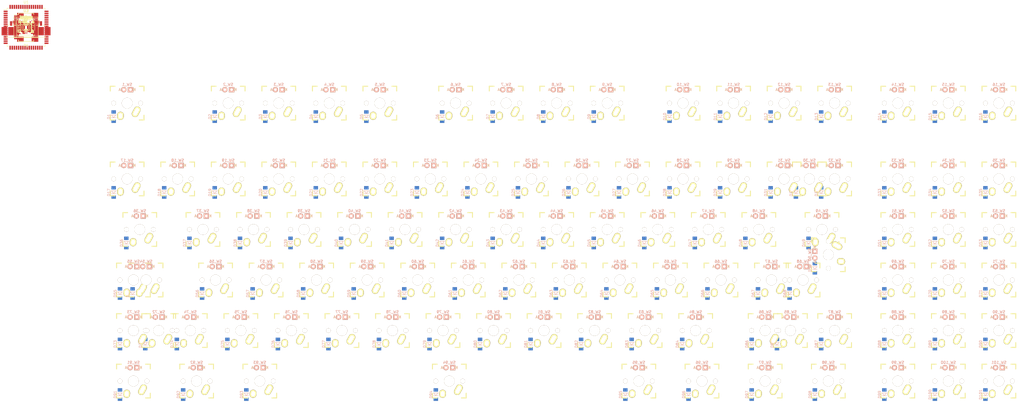
<source format=kicad_pcb>
(kicad_pcb (version 4) (host pcbnew 4.0.5)
  (layers (0 F.Cu signal) (31 B.Cu signal) (34 B.Paste user) (35 F.Paste user) (36 B.SilkS user) (37 F.SilkS user) (38 B.Mask user) (39 F.Mask user) (44 Edge.Cuts user hide))
  (net 0 "")
  (net 1 "Net-(C1-Pad1)")
  (net 2 GND)
  (net 3 "Net-(C2-Pad1)")
  (net 4 "Net-(C3-Pad1)")
  (net 5 "Net-(C4-Pad1)")
  (net 6 +5V)
  (net 7 "Net-(C12-Pad1)")
  (net 8 "Net-(C15-Pad1)")
  (net 9 "Net-(D1-Pad2)")
  (net 10 "Net-(D2-Pad2)")
  (net 11 "Net-(D3-Pad2)")
  (net 12 "Net-(D4-Pad2)")
  (net 13 "Net-(D5-Pad2)")
  (net 14 "Net-(D6-Pad2)")
  (net 15 "Net-(D7-Pad2)")
  (net 16 "Net-(D8-Pad2)")
  (net 17 "Net-(D9-Pad2)")
  (net 18 "Net-(D10-Pad2)")
  (net 19 "Net-(D11-Pad2)")
  (net 20 "Net-(D12-Pad2)")
  (net 21 "Net-(D13-Pad2)")
  (net 22 "Net-(D14-Pad2)")
  (net 23 "Net-(D15-Pad2)")
  (net 24 "Net-(D16-Pad2)")
  (net 25 "Net-(D17-Pad2)")
  (net 26 "Net-(D18-Pad2)")
  (net 27 "Net-(D19-Pad2)")
  (net 28 "Net-(D20-Pad2)")
  (net 29 "Net-(D21-Pad1)")
  (net 30 "Net-(D21-Pad2)")
  (net 31 "Net-(D22-Pad1)")
  (net 32 "Net-(D22-Pad2)")
  (net 33 "Net-(D23-Pad2)")
  (net 34 "Net-(D24-Pad2)")
  (net 35 "Net-(D25-Pad2)")
  (net 36 "Net-(D26-Pad2)")
  (net 37 "Net-(D27-Pad2)")
  (net 38 "Net-(D28-Pad2)")
  (net 39 "Net-(D29-Pad2)")
  (net 40 "Net-(D30-Pad1)")
  (net 41 "Net-(D30-Pad2)")
  (net 42 "Net-(D31-Pad2)")
  (net 43 "Net-(D32-Pad2)")
  (net 44 "Net-(D33-Pad1)")
  (net 45 "Net-(D33-Pad2)")
  (net 46 "Net-(D34-Pad2)")
  (net 47 "Net-(D35-Pad2)")
  (net 48 "Net-(D36-Pad2)")
  (net 49 "Net-(D37-Pad2)")
  (net 50 "Net-(D38-Pad2)")
  (net 51 "Net-(D39-Pad2)")
  (net 52 "Net-(D40-Pad1)")
  (net 53 "Net-(D40-Pad2)")
  (net 54 "Net-(D41-Pad2)")
  (net 55 "Net-(D42-Pad2)")
  (net 56 "Net-(D43-Pad2)")
  (net 57 "Net-(D44-Pad2)")
  (net 58 "Net-(D45-Pad2)")
  (net 59 "Net-(D46-Pad2)")
  (net 60 "Net-(D47-Pad2)")
  (net 61 "Net-(D48-Pad2)")
  (net 62 "Net-(D49-Pad2)")
  (net 63 "Net-(D50-Pad1)")
  (net 64 "Net-(D50-Pad2)")
  (net 65 "Net-(D51-Pad2)")
  (net 66 "Net-(D52-Pad2)")
  (net 67 "Net-(D53-Pad2)")
  (net 68 "Net-(D54-Pad2)")
  (net 69 "Net-(D55-Pad1)")
  (net 70 "Net-(D55-Pad2)")
  (net 71 "Net-(D56-Pad2)")
  (net 72 "Net-(D57-Pad2)")
  (net 73 "Net-(D58-Pad2)")
  (net 74 "Net-(D59-Pad2)")
  (net 75 "Net-(D60-Pad2)")
  (net 76 "Net-(D61-Pad2)")
  (net 77 "Net-(D62-Pad2)")
  (net 78 "Net-(D63-Pad2)")
  (net 79 "Net-(D64-Pad2)")
  (net 80 "Net-(D65-Pad2)")
  (net 81 "Net-(D66-Pad2)")
  (net 82 "Net-(D67-Pad2)")
  (net 83 "Net-(D68-Pad1)")
  (net 84 "Net-(D68-Pad2)")
  (net 85 "Net-(D69-Pad2)")
  (net 86 "Net-(D70-Pad2)")
  (net 87 "Net-(D71-Pad2)")
  (net 88 "Net-(D72-Pad2)")
  (net 89 "Net-(D73-Pad1)")
  (net 90 "Net-(D73-Pad2)")
  (net 91 "Net-(D74-Pad2)")
  (net 92 "Net-(D75-Pad2)")
  (net 93 "Net-(D76-Pad2)")
  (net 94 "Net-(D77-Pad2)")
  (net 95 "Net-(D78-Pad2)")
  (net 96 "Net-(D79-Pad2)")
  (net 97 "Net-(D80-Pad2)")
  (net 98 "Net-(D81-Pad2)")
  (net 99 "Net-(D82-Pad2)")
  (net 100 "Net-(D83-Pad2)")
  (net 101 "Net-(D84-Pad2)")
  (net 102 "Net-(D85-Pad2)")
  (net 103 "Net-(D86-Pad1)")
  (net 104 "Net-(D86-Pad2)")
  (net 105 "Net-(D87-Pad2)")
  (net 106 "Net-(D88-Pad2)")
  (net 107 "Net-(D89-Pad2)")
  (net 108 "Net-(D90-Pad2)")
  (net 109 "Net-(D91-Pad2)")
  (net 110 "Net-(D92-Pad2)")
  (net 111 "Net-(D93-Pad2)")
  (net 112 "Net-(D94-Pad2)")
  (net 113 "Net-(D95-Pad2)")
  (net 114 "Net-(D96-Pad2)")
  (net 115 "Net-(D97-Pad2)")
  (net 116 "Net-(D98-Pad1)")
  (net 117 "Net-(D98-Pad2)")
  (net 118 "Net-(D99-Pad2)")
  (net 119 "Net-(D100-Pad2)")
  (net 120 "Net-(D101-Pad2)")
  (net 121 "Net-(F1-Pad1)")
  (net 122 "Net-(P1-Pad2)")
  (net 123 USB-)
  (net 124 USB+)
  (net 125 MISO)
  (net 126 SCK)
  (net 127 MOSI)
  (net 128 RESET)
  (net 129 TCK)
  (net 130 TDO)
  (net 131 TMS)
  (net 132 "Net-(P3-Pad7)")
  (net 133 "Net-(P3-Pad8)")
  (net 134 TDI)
  (net 135 AUDIO)
  (net 136 LED_SCL)
  (net 137 LED_SDA)
  (net 138 D-)
  (net 139 D+)
  (net 140 "Net-(R6-Pad1)")
  (net 141 PWM_RED)
  (net 142 "Net-(R7-Pad1)")
  (net 143 PWM_GREEN)
  (net 144 "Net-(R8-Pad1)")
  (net 145 PWM_BLUE)
  (net 146 "Net-(R11-Pad1)")
  (net 147 "Net-(R12-Pad1)")
  (net 148 "Net-(R13-Pad1)")
  (net 149 "Net-(R14-Pad1)")
  (net 150 R_CA2)
  (net 151 R_CA1)
  (net 152 R_CA4)
  (net 153 R_CA3)
  (net 154 R_CA5)
  (net 155 R_CA6)
  (net 156 R_CA7)
  (net 157 R_CA8)
  (net 158 R_CA9)
  (net 159 R_CB2)
  (net 160 R_CB1)
  (net 161 R_CB4)
  (net 162 R_CB3)
  (net 163 R_CB5)
  (net 164 R_CB6)
  (net 165 R_CB7)
  (net 166 R_CB8)
  (net 167 R_CB9)
  (net 168 L_CA9)
  (net 169 L_CA1)
  (net 170 L_CA8)
  (net 171 L_CA7)
  (net 172 L_CA6)
  (net 173 L_CA5)
  (net 174 L_CA4)
  (net 175 L_CA3)
  (net 176 L_CA2)
  (net 177 L_CB9)
  (net 178 L_CB1)
  (net 179 L_CB8)
  (net 180 L_CB7)
  (net 181 L_CB6)
  (net 182 L_CB5)
  (net 183 L_CB4)
  (net 184 L_CB3)
  (net 185 L_CB2)
  (net 186 C9)
  (net 187 C10)
  (net 188 "Net-(U1-Pad9)")
  (net 189 "Net-(U1-Pad10)")
  (net 190 "Net-(U1-Pad14)")
  (net 191 "Net-(U1-Pad18)")
  (net 192 "Net-(U1-Pad19)")
  (net 193 R1)
  (net 194 R2)
  (net 195 R3)
  (net 196 R4)
  (net 197 R5)
  (net 198 R6)
  (net 199 R7)
  (net 200 "Net-(U1-Pad34)")
  (net 201 C15)
  (net 202 C16)
  (net 203 C17)
  (net 204 C18)
  (net 205 "Net-(U1-Pad39)")
  (net 206 "Net-(U1-Pad40)")
  (net 207 "Net-(U1-Pad42)")
  (net 208 C8)
  (net 209 C7)
  (net 210 C6)
  (net 211 C5)
  (net 212 C4)
  (net 213 C3)
  (net 214 C2)
  (net 215 C1)
  (net 216 C14)
  (net 217 C13)
  (net 218 C12)
  (net 219 C11)
  (net 220 "Net-(U2-Pad4)")
  (net 221 "Net-(U2-Pad17)")
  (net 222 "Net-(U3-Pad4)")
  (net 223 "Net-(U3-Pad17)")
  (module MXALPS (layer F.Cu) (at 38.1 28.575 180)
    (fp_text reference SW_1 (at 0 7 360) (layer B.SilkS) (effects (font (thickness 0.2)) (justify mirror)))
    (fp_text value MX_LED hide)
    (fp_text user A (at 2.794 5.08 360) (layer B.SilkS) (effects (justify mirror)))
    (fp_text user K (at -2.794 5.08 360) (layer B.SilkS) (effects (justify mirror)))
    (fp_text user A (at 2.794 5.08 360) (layer F.SilkS))
    (fp_text user K (at -2.794 5.08 360) (layer F.SilkS))
    (pad "" np_thru_hole circle (at 0 0) (size 3.98781 3.98781) (drill 3.9878) (layers *.Cu *.Mask F.SilkS) (clearance 0.1524))
    (pad "" np_thru_hole circle (at -5.08 0) (size 1.70181 1.70181) (drill 1.7018) (layers *.Cu *.Mask F.SilkS) (clearance 0.1524))
    (pad "" np_thru_hole circle (at 5.08 0) (size 1.70181 1.70181) (drill 1.7018) (layers *.Cu *.Mask F.SilkS) (clearance 0.1524))
    (pad SW1 thru_hole oval (at -3.405 -3.27 330.95) (size 2.5 4.17) (drill oval 1.5 3.17) (layers *.Cu *.Mask F.SilkS) (net 215 C1))
    (pad SW2 thru_hole oval (at 2.52 -4.79 356.1) (size 2.5 3.08) (drill oval 1.5 2.08) (layers *.Cu *.Mask F.SilkS) (net 9 "Net-(D1-Pad2)"))
    (pad K thru_hole rect (at -1.27 5.08) (size 2 2) (drill 1) (layers *.Cu *.SilkS *.Mask) (net 168 L_CA9))
    (pad A thru_hole circle (at 1.27 5.08) (size 2 2) (drill 1) (layers *.Cu *.SilkS *.Mask) (net 169 L_CA1))
  )
  (module Diodes_SMD:MiniMELF_Standard (layer B.Cu) (at 33.02 33.655 90)
    (fp_text reference D1 (at 0 -1.8 90) (layer B.SilkS))
    (fp_text value D hide)
    (pad 1 smd rect (at -1.75006 0 90) (size 1.30048 1.69926) (layers B.Cu B.Paste B.Mask) (net 193 R1))
    (pad 2 smd rect (at 1.75006 0 90) (size 1.30048 1.69926) (layers B.Cu B.Paste B.Mask) (net 9 "Net-(D1-Pad2)"))
  )
  (module MXALPS (layer F.Cu) (at 76.2 28.575 180)
    (fp_text reference SW_2 (at 0 7 360) (layer B.SilkS) (effects (font (thickness 0.2)) (justify mirror)))
    (fp_text value MX_LED hide)
    (fp_text user A (at 2.794 5.08 360) (layer B.SilkS) (effects (justify mirror)))
    (fp_text user K (at -2.794 5.08 360) (layer B.SilkS) (effects (justify mirror)))
    (fp_text user A (at 2.794 5.08 360) (layer F.SilkS))
    (fp_text user K (at -2.794 5.08 360) (layer F.SilkS))
    (pad "" np_thru_hole circle (at 0 0) (size 3.98781 3.98781) (drill 3.9878) (layers *.Cu *.Mask F.SilkS) (clearance 0.1524))
    (pad "" np_thru_hole circle (at -5.08 0) (size 1.70181 1.70181) (drill 1.7018) (layers *.Cu *.Mask F.SilkS) (clearance 0.1524))
    (pad "" np_thru_hole circle (at 5.08 0) (size 1.70181 1.70181) (drill 1.7018) (layers *.Cu *.Mask F.SilkS) (clearance 0.1524))
    (pad SW1 thru_hole oval (at -3.405 -3.27 330.95) (size 2.5 4.17) (drill oval 1.5 3.17) (layers *.Cu *.Mask F.SilkS) (net 213 C3))
    (pad SW2 thru_hole oval (at 2.52 -4.79 356.1) (size 2.5 3.08) (drill oval 1.5 2.08) (layers *.Cu *.Mask F.SilkS) (net 10 "Net-(D2-Pad2)"))
    (pad K thru_hole rect (at -1.27 5.08) (size 2 2) (drill 1) (layers *.Cu *.SilkS *.Mask) (net 170 L_CA8))
    (pad A thru_hole circle (at 1.27 5.08) (size 2 2) (drill 1) (layers *.Cu *.SilkS *.Mask) (net 169 L_CA1))
  )
  (module Diodes_SMD:MiniMELF_Standard (layer B.Cu) (at 71.12 33.655 90)
    (fp_text reference D2 (at 0 -1.8 90) (layer B.SilkS))
    (fp_text value D hide)
    (pad 1 smd rect (at -1.75006 0 90) (size 1.30048 1.69926) (layers B.Cu B.Paste B.Mask) (net 193 R1))
    (pad 2 smd rect (at 1.75006 0 90) (size 1.30048 1.69926) (layers B.Cu B.Paste B.Mask) (net 10 "Net-(D2-Pad2)"))
  )
  (module MXALPS (layer F.Cu) (at 95.25 28.575 180)
    (fp_text reference SW_3 (at 0 7 360) (layer B.SilkS) (effects (font (thickness 0.2)) (justify mirror)))
    (fp_text value MX_LED hide)
    (fp_text user A (at 2.794 5.08 360) (layer B.SilkS) (effects (justify mirror)))
    (fp_text user K (at -2.794 5.08 360) (layer B.SilkS) (effects (justify mirror)))
    (fp_text user A (at 2.794 5.08 360) (layer F.SilkS))
    (fp_text user K (at -2.794 5.08 360) (layer F.SilkS))
    (pad "" np_thru_hole circle (at 0 0) (size 3.98781 3.98781) (drill 3.9878) (layers *.Cu *.Mask F.SilkS) (clearance 0.1524))
    (pad "" np_thru_hole circle (at -5.08 0) (size 1.70181 1.70181) (drill 1.7018) (layers *.Cu *.Mask F.SilkS) (clearance 0.1524))
    (pad "" np_thru_hole circle (at 5.08 0) (size 1.70181 1.70181) (drill 1.7018) (layers *.Cu *.Mask F.SilkS) (clearance 0.1524))
    (pad SW1 thru_hole oval (at -3.405 -3.27 330.95) (size 2.5 4.17) (drill oval 1.5 3.17) (layers *.Cu *.Mask F.SilkS) (net 212 C4))
    (pad SW2 thru_hole oval (at 2.52 -4.79 356.1) (size 2.5 3.08) (drill oval 1.5 2.08) (layers *.Cu *.Mask F.SilkS) (net 11 "Net-(D3-Pad2)"))
    (pad K thru_hole rect (at -1.27 5.08) (size 2 2) (drill 1) (layers *.Cu *.SilkS *.Mask) (net 171 L_CA7))
    (pad A thru_hole circle (at 1.27 5.08) (size 2 2) (drill 1) (layers *.Cu *.SilkS *.Mask) (net 169 L_CA1))
  )
  (module Diodes_SMD:MiniMELF_Standard (layer B.Cu) (at 90.17 33.655 90)
    (fp_text reference D3 (at 0 -1.8 90) (layer B.SilkS))
    (fp_text value D hide)
    (pad 1 smd rect (at -1.75006 0 90) (size 1.30048 1.69926) (layers B.Cu B.Paste B.Mask) (net 193 R1))
    (pad 2 smd rect (at 1.75006 0 90) (size 1.30048 1.69926) (layers B.Cu B.Paste B.Mask) (net 11 "Net-(D3-Pad2)"))
  )
  (module MXALPS (layer F.Cu) (at 114.3 28.575 180)
    (fp_text reference SW_4 (at 0 7 360) (layer B.SilkS) (effects (font (thickness 0.2)) (justify mirror)))
    (fp_text value MX_LED hide)
    (fp_text user A (at 2.794 5.08 360) (layer B.SilkS) (effects (justify mirror)))
    (fp_text user K (at -2.794 5.08 360) (layer B.SilkS) (effects (justify mirror)))
    (fp_text user A (at 2.794 5.08 360) (layer F.SilkS))
    (fp_text user K (at -2.794 5.08 360) (layer F.SilkS))
    (pad "" np_thru_hole circle (at 0 0) (size 3.98781 3.98781) (drill 3.9878) (layers *.Cu *.Mask F.SilkS) (clearance 0.1524))
    (pad "" np_thru_hole circle (at -5.08 0) (size 1.70181 1.70181) (drill 1.7018) (layers *.Cu *.Mask F.SilkS) (clearance 0.1524))
    (pad "" np_thru_hole circle (at 5.08 0) (size 1.70181 1.70181) (drill 1.7018) (layers *.Cu *.Mask F.SilkS) (clearance 0.1524))
    (pad SW1 thru_hole oval (at -3.405 -3.27 330.95) (size 2.5 4.17) (drill oval 1.5 3.17) (layers *.Cu *.Mask F.SilkS) (net 211 C5))
    (pad SW2 thru_hole oval (at 2.52 -4.79 356.1) (size 2.5 3.08) (drill oval 1.5 2.08) (layers *.Cu *.Mask F.SilkS) (net 12 "Net-(D4-Pad2)"))
    (pad K thru_hole rect (at -1.27 5.08) (size 2 2) (drill 1) (layers *.Cu *.SilkS *.Mask) (net 172 L_CA6))
    (pad A thru_hole circle (at 1.27 5.08) (size 2 2) (drill 1) (layers *.Cu *.SilkS *.Mask) (net 169 L_CA1))
  )
  (module Diodes_SMD:MiniMELF_Standard (layer B.Cu) (at 109.22 33.655 90)
    (fp_text reference D4 (at 0 -1.8 90) (layer B.SilkS))
    (fp_text value D hide)
    (pad 1 smd rect (at -1.75006 0 90) (size 1.30048 1.69926) (layers B.Cu B.Paste B.Mask) (net 193 R1))
    (pad 2 smd rect (at 1.75006 0 90) (size 1.30048 1.69926) (layers B.Cu B.Paste B.Mask) (net 12 "Net-(D4-Pad2)"))
  )
  (module MXALPS (layer F.Cu) (at 133.35 28.575 180)
    (fp_text reference SW_5 (at 0 7 360) (layer B.SilkS) (effects (font (thickness 0.2)) (justify mirror)))
    (fp_text value MX_LED hide)
    (fp_text user A (at 2.794 5.08 360) (layer B.SilkS) (effects (justify mirror)))
    (fp_text user K (at -2.794 5.08 360) (layer B.SilkS) (effects (justify mirror)))
    (fp_text user A (at 2.794 5.08 360) (layer F.SilkS))
    (fp_text user K (at -2.794 5.08 360) (layer F.SilkS))
    (pad "" np_thru_hole circle (at 0 0) (size 3.98781 3.98781) (drill 3.9878) (layers *.Cu *.Mask F.SilkS) (clearance 0.1524))
    (pad "" np_thru_hole circle (at -5.08 0) (size 1.70181 1.70181) (drill 1.7018) (layers *.Cu *.Mask F.SilkS) (clearance 0.1524))
    (pad "" np_thru_hole circle (at 5.08 0) (size 1.70181 1.70181) (drill 1.7018) (layers *.Cu *.Mask F.SilkS) (clearance 0.1524))
    (pad SW1 thru_hole oval (at -3.405 -3.27 330.95) (size 2.5 4.17) (drill oval 1.5 3.17) (layers *.Cu *.Mask F.SilkS) (net 210 C6))
    (pad SW2 thru_hole oval (at 2.52 -4.79 356.1) (size 2.5 3.08) (drill oval 1.5 2.08) (layers *.Cu *.Mask F.SilkS) (net 13 "Net-(D5-Pad2)"))
    (pad K thru_hole rect (at -1.27 5.08) (size 2 2) (drill 1) (layers *.Cu *.SilkS *.Mask) (net 173 L_CA5))
    (pad A thru_hole circle (at 1.27 5.08) (size 2 2) (drill 1) (layers *.Cu *.SilkS *.Mask) (net 169 L_CA1))
  )
  (module Diodes_SMD:MiniMELF_Standard (layer B.Cu) (at 128.27 33.655 90)
    (fp_text reference D5 (at 0 -1.8 90) (layer B.SilkS))
    (fp_text value D hide)
    (pad 1 smd rect (at -1.75006 0 90) (size 1.30048 1.69926) (layers B.Cu B.Paste B.Mask) (net 193 R1))
    (pad 2 smd rect (at 1.75006 0 90) (size 1.30048 1.69926) (layers B.Cu B.Paste B.Mask) (net 13 "Net-(D5-Pad2)"))
  )
  (module MXALPS (layer F.Cu) (at 161.925 28.575 180)
    (fp_text reference SW_6 (at 0 7 360) (layer B.SilkS) (effects (font (thickness 0.2)) (justify mirror)))
    (fp_text value MX_LED hide)
    (fp_text user A (at 2.794 5.08 360) (layer B.SilkS) (effects (justify mirror)))
    (fp_text user K (at -2.794 5.08 360) (layer B.SilkS) (effects (justify mirror)))
    (fp_text user A (at 2.794 5.08 360) (layer F.SilkS))
    (fp_text user K (at -2.794 5.08 360) (layer F.SilkS))
    (pad "" np_thru_hole circle (at 0 0) (size 3.98781 3.98781) (drill 3.9878) (layers *.Cu *.Mask F.SilkS) (clearance 0.1524))
    (pad "" np_thru_hole circle (at -5.08 0) (size 1.70181 1.70181) (drill 1.7018) (layers *.Cu *.Mask F.SilkS) (clearance 0.1524))
    (pad "" np_thru_hole circle (at 5.08 0) (size 1.70181 1.70181) (drill 1.7018) (layers *.Cu *.Mask F.SilkS) (clearance 0.1524))
    (pad SW1 thru_hole oval (at -3.405 -3.27 330.95) (size 2.5 4.17) (drill oval 1.5 3.17) (layers *.Cu *.Mask F.SilkS) (net 209 C7))
    (pad SW2 thru_hole oval (at 2.52 -4.79 356.1) (size 2.5 3.08) (drill oval 1.5 2.08) (layers *.Cu *.Mask F.SilkS) (net 14 "Net-(D6-Pad2)"))
    (pad K thru_hole rect (at -1.27 5.08) (size 2 2) (drill 1) (layers *.Cu *.SilkS *.Mask) (net 174 L_CA4))
    (pad A thru_hole circle (at 1.27 5.08) (size 2 2) (drill 1) (layers *.Cu *.SilkS *.Mask) (net 169 L_CA1))
  )
  (module Diodes_SMD:MiniMELF_Standard (layer B.Cu) (at 156.845 33.655 90)
    (fp_text reference D6 (at 0 -1.8 90) (layer B.SilkS))
    (fp_text value D hide)
    (pad 1 smd rect (at -1.75006 0 90) (size 1.30048 1.69926) (layers B.Cu B.Paste B.Mask) (net 193 R1))
    (pad 2 smd rect (at 1.75006 0 90) (size 1.30048 1.69926) (layers B.Cu B.Paste B.Mask) (net 14 "Net-(D6-Pad2)"))
  )
  (module MXALPS (layer F.Cu) (at 180.975 28.575 180)
    (fp_text reference SW_7 (at 0 7 360) (layer B.SilkS) (effects (font (thickness 0.2)) (justify mirror)))
    (fp_text value MX_LED hide)
    (fp_text user A (at 2.794 5.08 360) (layer B.SilkS) (effects (justify mirror)))
    (fp_text user K (at -2.794 5.08 360) (layer B.SilkS) (effects (justify mirror)))
    (fp_text user A (at 2.794 5.08 360) (layer F.SilkS))
    (fp_text user K (at -2.794 5.08 360) (layer F.SilkS))
    (pad "" np_thru_hole circle (at 0 0) (size 3.98781 3.98781) (drill 3.9878) (layers *.Cu *.Mask F.SilkS) (clearance 0.1524))
    (pad "" np_thru_hole circle (at -5.08 0) (size 1.70181 1.70181) (drill 1.7018) (layers *.Cu *.Mask F.SilkS) (clearance 0.1524))
    (pad "" np_thru_hole circle (at 5.08 0) (size 1.70181 1.70181) (drill 1.7018) (layers *.Cu *.Mask F.SilkS) (clearance 0.1524))
    (pad SW1 thru_hole oval (at -3.405 -3.27 330.95) (size 2.5 4.17) (drill oval 1.5 3.17) (layers *.Cu *.Mask F.SilkS) (net 208 C8))
    (pad SW2 thru_hole oval (at 2.52 -4.79 356.1) (size 2.5 3.08) (drill oval 1.5 2.08) (layers *.Cu *.Mask F.SilkS) (net 15 "Net-(D7-Pad2)"))
    (pad K thru_hole rect (at -1.27 5.08) (size 2 2) (drill 1) (layers *.Cu *.SilkS *.Mask) (net 175 L_CA3))
    (pad A thru_hole circle (at 1.27 5.08) (size 2 2) (drill 1) (layers *.Cu *.SilkS *.Mask) (net 169 L_CA1))
  )
  (module Diodes_SMD:MiniMELF_Standard (layer B.Cu) (at 175.895 33.655 90)
    (fp_text reference D7 (at 0 -1.8 90) (layer B.SilkS))
    (fp_text value D hide)
    (pad 1 smd rect (at -1.75006 0 90) (size 1.30048 1.69926) (layers B.Cu B.Paste B.Mask) (net 193 R1))
    (pad 2 smd rect (at 1.75006 0 90) (size 1.30048 1.69926) (layers B.Cu B.Paste B.Mask) (net 15 "Net-(D7-Pad2)"))
  )
  (module MXALPS (layer F.Cu) (at 200.025 28.575 180)
    (fp_text reference SW_8 (at 0 7 360) (layer B.SilkS) (effects (font (thickness 0.2)) (justify mirror)))
    (fp_text value MX_LED hide)
    (fp_text user A (at 2.794 5.08 360) (layer B.SilkS) (effects (justify mirror)))
    (fp_text user K (at -2.794 5.08 360) (layer B.SilkS) (effects (justify mirror)))
    (fp_text user A (at 2.794 5.08 360) (layer F.SilkS))
    (fp_text user K (at -2.794 5.08 360) (layer F.SilkS))
    (pad "" np_thru_hole circle (at 0 0) (size 3.98781 3.98781) (drill 3.9878) (layers *.Cu *.Mask F.SilkS) (clearance 0.1524))
    (pad "" np_thru_hole circle (at -5.08 0) (size 1.70181 1.70181) (drill 1.7018) (layers *.Cu *.Mask F.SilkS) (clearance 0.1524))
    (pad "" np_thru_hole circle (at 5.08 0) (size 1.70181 1.70181) (drill 1.7018) (layers *.Cu *.Mask F.SilkS) (clearance 0.1524))
    (pad SW1 thru_hole oval (at -3.405 -3.27 330.95) (size 2.5 4.17) (drill oval 1.5 3.17) (layers *.Cu *.Mask F.SilkS) (net 186 C9))
    (pad SW2 thru_hole oval (at 2.52 -4.79 356.1) (size 2.5 3.08) (drill oval 1.5 2.08) (layers *.Cu *.Mask F.SilkS) (net 16 "Net-(D8-Pad2)"))
    (pad K thru_hole rect (at -1.27 5.08) (size 2 2) (drill 1) (layers *.Cu *.SilkS *.Mask) (net 176 L_CA2))
    (pad A thru_hole circle (at 1.27 5.08) (size 2 2) (drill 1) (layers *.Cu *.SilkS *.Mask) (net 169 L_CA1))
  )
  (module Diodes_SMD:MiniMELF_Standard (layer B.Cu) (at 194.945 33.655 90)
    (fp_text reference D8 (at 0 -1.8 90) (layer B.SilkS))
    (fp_text value D hide)
    (pad 1 smd rect (at -1.75006 0 90) (size 1.30048 1.69926) (layers B.Cu B.Paste B.Mask) (net 193 R1))
    (pad 2 smd rect (at 1.75006 0 90) (size 1.30048 1.69926) (layers B.Cu B.Paste B.Mask) (net 16 "Net-(D8-Pad2)"))
  )
  (module MXALPS (layer F.Cu) (at 219.075 28.575 180)
    (fp_text reference SW_9 (at 0 7 360) (layer B.SilkS) (effects (font (thickness 0.2)) (justify mirror)))
    (fp_text value MX_LED hide)
    (fp_text user A (at 2.794 5.08 360) (layer B.SilkS) (effects (justify mirror)))
    (fp_text user K (at -2.794 5.08 360) (layer B.SilkS) (effects (justify mirror)))
    (fp_text user A (at 2.794 5.08 360) (layer F.SilkS))
    (fp_text user K (at -2.794 5.08 360) (layer F.SilkS))
    (pad "" np_thru_hole circle (at 0 0) (size 3.98781 3.98781) (drill 3.9878) (layers *.Cu *.Mask F.SilkS) (clearance 0.1524))
    (pad "" np_thru_hole circle (at -5.08 0) (size 1.70181 1.70181) (drill 1.7018) (layers *.Cu *.Mask F.SilkS) (clearance 0.1524))
    (pad "" np_thru_hole circle (at 5.08 0) (size 1.70181 1.70181) (drill 1.7018) (layers *.Cu *.Mask F.SilkS) (clearance 0.1524))
    (pad SW1 thru_hole oval (at -3.405 -3.27 330.95) (size 2.5 4.17) (drill oval 1.5 3.17) (layers *.Cu *.Mask F.SilkS) (net 187 C10))
    (pad SW2 thru_hole oval (at 2.52 -4.79 356.1) (size 2.5 3.08) (drill oval 1.5 2.08) (layers *.Cu *.Mask F.SilkS) (net 17 "Net-(D9-Pad2)"))
    (pad K thru_hole rect (at -1.27 5.08) (size 2 2) (drill 1) (layers *.Cu *.SilkS *.Mask) (net 169 L_CA1))
    (pad A thru_hole circle (at 1.27 5.08) (size 2 2) (drill 1) (layers *.Cu *.SilkS *.Mask) (net 176 L_CA2))
  )
  (module Diodes_SMD:MiniMELF_Standard (layer B.Cu) (at 213.995 33.655 90)
    (fp_text reference D9 (at 0 -1.8 90) (layer B.SilkS))
    (fp_text value D hide)
    (pad 1 smd rect (at -1.75006 0 90) (size 1.30048 1.69926) (layers B.Cu B.Paste B.Mask) (net 193 R1))
    (pad 2 smd rect (at 1.75006 0 90) (size 1.30048 1.69926) (layers B.Cu B.Paste B.Mask) (net 17 "Net-(D9-Pad2)"))
  )
  (module MXALPS (layer F.Cu) (at 247.65 28.575 180)
    (fp_text reference SW_10 (at 0 7 360) (layer B.SilkS) (effects (font (thickness 0.2)) (justify mirror)))
    (fp_text value MX_LED hide)
    (fp_text user A (at 2.794 5.08 360) (layer B.SilkS) (effects (justify mirror)))
    (fp_text user K (at -2.794 5.08 360) (layer B.SilkS) (effects (justify mirror)))
    (fp_text user A (at 2.794 5.08 360) (layer F.SilkS))
    (fp_text user K (at -2.794 5.08 360) (layer F.SilkS))
    (pad "" np_thru_hole circle (at 0 0) (size 3.98781 3.98781) (drill 3.9878) (layers *.Cu *.Mask F.SilkS) (clearance 0.1524))
    (pad "" np_thru_hole circle (at -5.08 0) (size 1.70181 1.70181) (drill 1.7018) (layers *.Cu *.Mask F.SilkS) (clearance 0.1524))
    (pad "" np_thru_hole circle (at 5.08 0) (size 1.70181 1.70181) (drill 1.7018) (layers *.Cu *.Mask F.SilkS) (clearance 0.1524))
    (pad SW1 thru_hole oval (at -3.405 -3.27 330.95) (size 2.5 4.17) (drill oval 1.5 3.17) (layers *.Cu *.Mask F.SilkS) (net 219 C11))
    (pad SW2 thru_hole oval (at 2.52 -4.79 356.1) (size 2.5 3.08) (drill oval 1.5 2.08) (layers *.Cu *.Mask F.SilkS) (net 18 "Net-(D10-Pad2)"))
    (pad K thru_hole rect (at -1.27 5.08) (size 2 2) (drill 1) (layers *.Cu *.SilkS *.Mask) (net 177 L_CB9))
    (pad A thru_hole circle (at 1.27 5.08) (size 2 2) (drill 1) (layers *.Cu *.SilkS *.Mask) (net 178 L_CB1))
  )
  (module Diodes_SMD:MiniMELF_Standard (layer B.Cu) (at 242.57 33.655 90)
    (fp_text reference D10 (at 0 -1.8 90) (layer B.SilkS))
    (fp_text value D hide)
    (pad 1 smd rect (at -1.75006 0 90) (size 1.30048 1.69926) (layers B.Cu B.Paste B.Mask) (net 193 R1))
    (pad 2 smd rect (at 1.75006 0 90) (size 1.30048 1.69926) (layers B.Cu B.Paste B.Mask) (net 18 "Net-(D10-Pad2)"))
  )
  (module MXALPS (layer F.Cu) (at 266.7 28.575 180)
    (fp_text reference SW_11 (at 0 7 360) (layer B.SilkS) (effects (font (thickness 0.2)) (justify mirror)))
    (fp_text value MX_LED hide)
    (fp_text user A (at 2.794 5.08 360) (layer B.SilkS) (effects (justify mirror)))
    (fp_text user K (at -2.794 5.08 360) (layer B.SilkS) (effects (justify mirror)))
    (fp_text user A (at 2.794 5.08 360) (layer F.SilkS))
    (fp_text user K (at -2.794 5.08 360) (layer F.SilkS))
    (pad "" np_thru_hole circle (at 0 0) (size 3.98781 3.98781) (drill 3.9878) (layers *.Cu *.Mask F.SilkS) (clearance 0.1524))
    (pad "" np_thru_hole circle (at -5.08 0) (size 1.70181 1.70181) (drill 1.7018) (layers *.Cu *.Mask F.SilkS) (clearance 0.1524))
    (pad "" np_thru_hole circle (at 5.08 0) (size 1.70181 1.70181) (drill 1.7018) (layers *.Cu *.Mask F.SilkS) (clearance 0.1524))
    (pad SW1 thru_hole oval (at -3.405 -3.27 330.95) (size 2.5 4.17) (drill oval 1.5 3.17) (layers *.Cu *.Mask F.SilkS) (net 218 C12))
    (pad SW2 thru_hole oval (at 2.52 -4.79 356.1) (size 2.5 3.08) (drill oval 1.5 2.08) (layers *.Cu *.Mask F.SilkS) (net 19 "Net-(D11-Pad2)"))
    (pad K thru_hole rect (at -1.27 5.08) (size 2 2) (drill 1) (layers *.Cu *.SilkS *.Mask) (net 179 L_CB8))
    (pad A thru_hole circle (at 1.27 5.08) (size 2 2) (drill 1) (layers *.Cu *.SilkS *.Mask) (net 178 L_CB1))
  )
  (module Diodes_SMD:MiniMELF_Standard (layer B.Cu) (at 261.62 33.655 90)
    (fp_text reference D11 (at 0 -1.8 90) (layer B.SilkS))
    (fp_text value D hide)
    (pad 1 smd rect (at -1.75006 0 90) (size 1.30048 1.69926) (layers B.Cu B.Paste B.Mask) (net 193 R1))
    (pad 2 smd rect (at 1.75006 0 90) (size 1.30048 1.69926) (layers B.Cu B.Paste B.Mask) (net 19 "Net-(D11-Pad2)"))
  )
  (module MXALPS (layer F.Cu) (at 285.75 28.575 180)
    (fp_text reference SW_12 (at 0 7 360) (layer B.SilkS) (effects (font (thickness 0.2)) (justify mirror)))
    (fp_text value MX_LED hide)
    (fp_text user A (at 2.794 5.08 360) (layer B.SilkS) (effects (justify mirror)))
    (fp_text user K (at -2.794 5.08 360) (layer B.SilkS) (effects (justify mirror)))
    (fp_text user A (at 2.794 5.08 360) (layer F.SilkS))
    (fp_text user K (at -2.794 5.08 360) (layer F.SilkS))
    (pad "" np_thru_hole circle (at 0 0) (size 3.98781 3.98781) (drill 3.9878) (layers *.Cu *.Mask F.SilkS) (clearance 0.1524))
    (pad "" np_thru_hole circle (at -5.08 0) (size 1.70181 1.70181) (drill 1.7018) (layers *.Cu *.Mask F.SilkS) (clearance 0.1524))
    (pad "" np_thru_hole circle (at 5.08 0) (size 1.70181 1.70181) (drill 1.7018) (layers *.Cu *.Mask F.SilkS) (clearance 0.1524))
    (pad SW1 thru_hole oval (at -3.405 -3.27 330.95) (size 2.5 4.17) (drill oval 1.5 3.17) (layers *.Cu *.Mask F.SilkS) (net 217 C13))
    (pad SW2 thru_hole oval (at 2.52 -4.79 356.1) (size 2.5 3.08) (drill oval 1.5 2.08) (layers *.Cu *.Mask F.SilkS) (net 20 "Net-(D12-Pad2)"))
    (pad K thru_hole rect (at -1.27 5.08) (size 2 2) (drill 1) (layers *.Cu *.SilkS *.Mask) (net 180 L_CB7))
    (pad A thru_hole circle (at 1.27 5.08) (size 2 2) (drill 1) (layers *.Cu *.SilkS *.Mask) (net 178 L_CB1))
  )
  (module Diodes_SMD:MiniMELF_Standard (layer B.Cu) (at 280.67 33.655 90)
    (fp_text reference D12 (at 0 -1.8 90) (layer B.SilkS))
    (fp_text value D hide)
    (pad 1 smd rect (at -1.75006 0 90) (size 1.30048 1.69926) (layers B.Cu B.Paste B.Mask) (net 193 R1))
    (pad 2 smd rect (at 1.75006 0 90) (size 1.30048 1.69926) (layers B.Cu B.Paste B.Mask) (net 20 "Net-(D12-Pad2)"))
  )
  (module MXALPS (layer F.Cu) (at 304.8 28.575 180)
    (fp_text reference SW_13 (at 0 7 360) (layer B.SilkS) (effects (font (thickness 0.2)) (justify mirror)))
    (fp_text value MX_LED hide)
    (fp_text user A (at 2.794 5.08 360) (layer B.SilkS) (effects (justify mirror)))
    (fp_text user K (at -2.794 5.08 360) (layer B.SilkS) (effects (justify mirror)))
    (fp_text user A (at 2.794 5.08 360) (layer F.SilkS))
    (fp_text user K (at -2.794 5.08 360) (layer F.SilkS))
    (pad "" np_thru_hole circle (at 0 0) (size 3.98781 3.98781) (drill 3.9878) (layers *.Cu *.Mask F.SilkS) (clearance 0.1524))
    (pad "" np_thru_hole circle (at -5.08 0) (size 1.70181 1.70181) (drill 1.7018) (layers *.Cu *.Mask F.SilkS) (clearance 0.1524))
    (pad "" np_thru_hole circle (at 5.08 0) (size 1.70181 1.70181) (drill 1.7018) (layers *.Cu *.Mask F.SilkS) (clearance 0.1524))
    (pad SW1 thru_hole oval (at -3.405 -3.27 330.95) (size 2.5 4.17) (drill oval 1.5 3.17) (layers *.Cu *.Mask F.SilkS) (net 216 C14))
    (pad SW2 thru_hole oval (at 2.52 -4.79 356.1) (size 2.5 3.08) (drill oval 1.5 2.08) (layers *.Cu *.Mask F.SilkS) (net 21 "Net-(D13-Pad2)"))
    (pad K thru_hole rect (at -1.27 5.08) (size 2 2) (drill 1) (layers *.Cu *.SilkS *.Mask) (net 181 L_CB6))
    (pad A thru_hole circle (at 1.27 5.08) (size 2 2) (drill 1) (layers *.Cu *.SilkS *.Mask) (net 178 L_CB1))
  )
  (module Diodes_SMD:MiniMELF_Standard (layer B.Cu) (at 299.72 33.655 90)
    (fp_text reference D13 (at 0 -1.8 90) (layer B.SilkS))
    (fp_text value D hide)
    (pad 1 smd rect (at -1.75006 0 90) (size 1.30048 1.69926) (layers B.Cu B.Paste B.Mask) (net 193 R1))
    (pad 2 smd rect (at 1.75006 0 90) (size 1.30048 1.69926) (layers B.Cu B.Paste B.Mask) (net 21 "Net-(D13-Pad2)"))
  )
  (module MXALPS (layer F.Cu) (at 328.6125 28.575 180)
    (fp_text reference SW_14 (at 0 7 360) (layer B.SilkS) (effects (font (thickness 0.2)) (justify mirror)))
    (fp_text value MX_LED hide)
    (fp_text user A (at 2.794 5.08 360) (layer B.SilkS) (effects (justify mirror)))
    (fp_text user K (at -2.794 5.08 360) (layer B.SilkS) (effects (justify mirror)))
    (fp_text user A (at 2.794 5.08 360) (layer F.SilkS))
    (fp_text user K (at -2.794 5.08 360) (layer F.SilkS))
    (pad "" np_thru_hole circle (at 0 0) (size 3.98781 3.98781) (drill 3.9878) (layers *.Cu *.Mask F.SilkS) (clearance 0.1524))
    (pad "" np_thru_hole circle (at -5.08 0) (size 1.70181 1.70181) (drill 1.7018) (layers *.Cu *.Mask F.SilkS) (clearance 0.1524))
    (pad "" np_thru_hole circle (at 5.08 0) (size 1.70181 1.70181) (drill 1.7018) (layers *.Cu *.Mask F.SilkS) (clearance 0.1524))
    (pad SW1 thru_hole oval (at -3.405 -3.27 330.95) (size 2.5 4.17) (drill oval 1.5 3.17) (layers *.Cu *.Mask F.SilkS) (net 201 C15))
    (pad SW2 thru_hole oval (at 2.52 -4.79 356.1) (size 2.5 3.08) (drill oval 1.5 2.08) (layers *.Cu *.Mask F.SilkS) (net 22 "Net-(D14-Pad2)"))
    (pad K thru_hole rect (at -1.27 5.08) (size 2 2) (drill 1) (layers *.Cu *.SilkS *.Mask) (net 182 L_CB5))
    (pad A thru_hole circle (at 1.27 5.08) (size 2 2) (drill 1) (layers *.Cu *.SilkS *.Mask) (net 178 L_CB1))
  )
  (module Diodes_SMD:MiniMELF_Standard (layer B.Cu) (at 323.5325 33.655 90)
    (fp_text reference D14 (at 0 -1.8 90) (layer B.SilkS))
    (fp_text value D hide)
    (pad 1 smd rect (at -1.75006 0 90) (size 1.30048 1.69926) (layers B.Cu B.Paste B.Mask) (net 193 R1))
    (pad 2 smd rect (at 1.75006 0 90) (size 1.30048 1.69926) (layers B.Cu B.Paste B.Mask) (net 22 "Net-(D14-Pad2)"))
  )
  (module MXALPS (layer F.Cu) (at 347.6625 28.575 180)
    (fp_text reference SW_15 (at 0 7 360) (layer B.SilkS) (effects (font (thickness 0.2)) (justify mirror)))
    (fp_text value MX_LED hide)
    (fp_text user A (at 2.794 5.08 360) (layer B.SilkS) (effects (justify mirror)))
    (fp_text user K (at -2.794 5.08 360) (layer B.SilkS) (effects (justify mirror)))
    (fp_text user A (at 2.794 5.08 360) (layer F.SilkS))
    (fp_text user K (at -2.794 5.08 360) (layer F.SilkS))
    (pad "" np_thru_hole circle (at 0 0) (size 3.98781 3.98781) (drill 3.9878) (layers *.Cu *.Mask F.SilkS) (clearance 0.1524))
    (pad "" np_thru_hole circle (at -5.08 0) (size 1.70181 1.70181) (drill 1.7018) (layers *.Cu *.Mask F.SilkS) (clearance 0.1524))
    (pad "" np_thru_hole circle (at 5.08 0) (size 1.70181 1.70181) (drill 1.7018) (layers *.Cu *.Mask F.SilkS) (clearance 0.1524))
    (pad SW1 thru_hole oval (at -3.405 -3.27 330.95) (size 2.5 4.17) (drill oval 1.5 3.17) (layers *.Cu *.Mask F.SilkS) (net 202 C16))
    (pad SW2 thru_hole oval (at 2.52 -4.79 356.1) (size 2.5 3.08) (drill oval 1.5 2.08) (layers *.Cu *.Mask F.SilkS) (net 23 "Net-(D15-Pad2)"))
    (pad K thru_hole rect (at -1.27 5.08) (size 2 2) (drill 1) (layers *.Cu *.SilkS *.Mask) (net 183 L_CB4))
    (pad A thru_hole circle (at 1.27 5.08) (size 2 2) (drill 1) (layers *.Cu *.SilkS *.Mask) (net 178 L_CB1))
  )
  (module Diodes_SMD:MiniMELF_Standard (layer B.Cu) (at 342.5825 33.655 90)
    (fp_text reference D15 (at 0 -1.8 90) (layer B.SilkS))
    (fp_text value D hide)
    (pad 1 smd rect (at -1.75006 0 90) (size 1.30048 1.69926) (layers B.Cu B.Paste B.Mask) (net 193 R1))
    (pad 2 smd rect (at 1.75006 0 90) (size 1.30048 1.69926) (layers B.Cu B.Paste B.Mask) (net 23 "Net-(D15-Pad2)"))
  )
  (module MXALPS (layer F.Cu) (at 366.7125 28.575 180)
    (fp_text reference SW_16 (at 0 7 360) (layer B.SilkS) (effects (font (thickness 0.2)) (justify mirror)))
    (fp_text value MX_LED hide)
    (fp_text user A (at 2.794 5.08 360) (layer B.SilkS) (effects (justify mirror)))
    (fp_text user K (at -2.794 5.08 360) (layer B.SilkS) (effects (justify mirror)))
    (fp_text user A (at 2.794 5.08 360) (layer F.SilkS))
    (fp_text user K (at -2.794 5.08 360) (layer F.SilkS))
    (pad "" np_thru_hole circle (at 0 0) (size 3.98781 3.98781) (drill 3.9878) (layers *.Cu *.Mask F.SilkS) (clearance 0.1524))
    (pad "" np_thru_hole circle (at -5.08 0) (size 1.70181 1.70181) (drill 1.7018) (layers *.Cu *.Mask F.SilkS) (clearance 0.1524))
    (pad "" np_thru_hole circle (at 5.08 0) (size 1.70181 1.70181) (drill 1.7018) (layers *.Cu *.Mask F.SilkS) (clearance 0.1524))
    (pad SW1 thru_hole oval (at -3.405 -3.27 330.95) (size 2.5 4.17) (drill oval 1.5 3.17) (layers *.Cu *.Mask F.SilkS) (net 203 C17))
    (pad SW2 thru_hole oval (at 2.52 -4.79 356.1) (size 2.5 3.08) (drill oval 1.5 2.08) (layers *.Cu *.Mask F.SilkS) (net 24 "Net-(D16-Pad2)"))
    (pad K thru_hole rect (at -1.27 5.08) (size 2 2) (drill 1) (layers *.Cu *.SilkS *.Mask) (net 184 L_CB3))
    (pad A thru_hole circle (at 1.27 5.08) (size 2 2) (drill 1) (layers *.Cu *.SilkS *.Mask) (net 178 L_CB1))
  )
  (module Diodes_SMD:MiniMELF_Standard (layer B.Cu) (at 361.6325 33.655 90)
    (fp_text reference D16 (at 0 -1.8 90) (layer B.SilkS))
    (fp_text value D hide)
    (pad 1 smd rect (at -1.75006 0 90) (size 1.30048 1.69926) (layers B.Cu B.Paste B.Mask) (net 193 R1))
    (pad 2 smd rect (at 1.75006 0 90) (size 1.30048 1.69926) (layers B.Cu B.Paste B.Mask) (net 24 "Net-(D16-Pad2)"))
  )
  (module MXALPS (layer F.Cu) (at 38.1 57.15 180)
    (fp_text reference SW_17 (at 0 7 360) (layer B.SilkS) (effects (font (thickness 0.2)) (justify mirror)))
    (fp_text value MX_LED hide)
    (fp_text user A (at 2.794 5.08 360) (layer B.SilkS) (effects (justify mirror)))
    (fp_text user K (at -2.794 5.08 360) (layer B.SilkS) (effects (justify mirror)))
    (fp_text user A (at 2.794 5.08 360) (layer F.SilkS))
    (fp_text user K (at -2.794 5.08 360) (layer F.SilkS))
    (pad "" np_thru_hole circle (at 0 0) (size 3.98781 3.98781) (drill 3.9878) (layers *.Cu *.Mask F.SilkS) (clearance 0.1524))
    (pad "" np_thru_hole circle (at -5.08 0) (size 1.70181 1.70181) (drill 1.7018) (layers *.Cu *.Mask F.SilkS) (clearance 0.1524))
    (pad "" np_thru_hole circle (at 5.08 0) (size 1.70181 1.70181) (drill 1.7018) (layers *.Cu *.Mask F.SilkS) (clearance 0.1524))
    (pad SW1 thru_hole oval (at -3.405 -3.27 330.95) (size 2.5 4.17) (drill oval 1.5 3.17) (layers *.Cu *.Mask F.SilkS) (net 215 C1))
    (pad SW2 thru_hole oval (at 2.52 -4.79 356.1) (size 2.5 3.08) (drill oval 1.5 2.08) (layers *.Cu *.Mask F.SilkS) (net 25 "Net-(D17-Pad2)"))
    (pad K thru_hole rect (at -1.27 5.08) (size 2 2) (drill 1) (layers *.Cu *.SilkS *.Mask) (net 185 L_CB2))
    (pad A thru_hole circle (at 1.27 5.08) (size 2 2) (drill 1) (layers *.Cu *.SilkS *.Mask) (net 178 L_CB1))
  )
  (module Diodes_SMD:MiniMELF_Standard (layer B.Cu) (at 33.02 62.23 90)
    (fp_text reference D17 (at 0 -1.8 90) (layer B.SilkS))
    (fp_text value D hide)
    (pad 1 smd rect (at -1.75006 0 90) (size 1.30048 1.69926) (layers B.Cu B.Paste B.Mask) (net 194 R2))
    (pad 2 smd rect (at 1.75006 0 90) (size 1.30048 1.69926) (layers B.Cu B.Paste B.Mask) (net 25 "Net-(D17-Pad2)"))
  )
  (module MXALPS (layer F.Cu) (at 57.15 57.15 180)
    (fp_text reference SW_18 (at 0 7 360) (layer B.SilkS) (effects (font (thickness 0.2)) (justify mirror)))
    (fp_text value MX_LED hide)
    (fp_text user A (at 2.794 5.08 360) (layer B.SilkS) (effects (justify mirror)))
    (fp_text user K (at -2.794 5.08 360) (layer B.SilkS) (effects (justify mirror)))
    (fp_text user A (at 2.794 5.08 360) (layer F.SilkS))
    (fp_text user K (at -2.794 5.08 360) (layer F.SilkS))
    (pad "" np_thru_hole circle (at 0 0) (size 3.98781 3.98781) (drill 3.9878) (layers *.Cu *.Mask F.SilkS) (clearance 0.1524))
    (pad "" np_thru_hole circle (at -5.08 0) (size 1.70181 1.70181) (drill 1.7018) (layers *.Cu *.Mask F.SilkS) (clearance 0.1524))
    (pad "" np_thru_hole circle (at 5.08 0) (size 1.70181 1.70181) (drill 1.7018) (layers *.Cu *.Mask F.SilkS) (clearance 0.1524))
    (pad SW1 thru_hole oval (at -3.405 -3.27 330.95) (size 2.5 4.17) (drill oval 1.5 3.17) (layers *.Cu *.Mask F.SilkS) (net 214 C2))
    (pad SW2 thru_hole oval (at 2.52 -4.79 356.1) (size 2.5 3.08) (drill oval 1.5 2.08) (layers *.Cu *.Mask F.SilkS) (net 26 "Net-(D18-Pad2)"))
    (pad K thru_hole rect (at -1.27 5.08) (size 2 2) (drill 1) (layers *.Cu *.SilkS *.Mask) (net 178 L_CB1))
    (pad A thru_hole circle (at 1.27 5.08) (size 2 2) (drill 1) (layers *.Cu *.SilkS *.Mask) (net 185 L_CB2))
  )
  (module Diodes_SMD:MiniMELF_Standard (layer B.Cu) (at 52.07 62.23 90)
    (fp_text reference D18 (at 0 -1.8 90) (layer B.SilkS))
    (fp_text value D hide)
    (pad 1 smd rect (at -1.75006 0 90) (size 1.30048 1.69926) (layers B.Cu B.Paste B.Mask) (net 194 R2))
    (pad 2 smd rect (at 1.75006 0 90) (size 1.30048 1.69926) (layers B.Cu B.Paste B.Mask) (net 26 "Net-(D18-Pad2)"))
  )
  (module MXALPS (layer F.Cu) (at 76.2 57.15 180)
    (fp_text reference SW_19 (at 0 7 360) (layer B.SilkS) (effects (font (thickness 0.2)) (justify mirror)))
    (fp_text value MX_LED hide)
    (fp_text user A (at 2.794 5.08 360) (layer B.SilkS) (effects (justify mirror)))
    (fp_text user K (at -2.794 5.08 360) (layer B.SilkS) (effects (justify mirror)))
    (fp_text user A (at 2.794 5.08 360) (layer F.SilkS))
    (fp_text user K (at -2.794 5.08 360) (layer F.SilkS))
    (pad "" np_thru_hole circle (at 0 0) (size 3.98781 3.98781) (drill 3.9878) (layers *.Cu *.Mask F.SilkS) (clearance 0.1524))
    (pad "" np_thru_hole circle (at -5.08 0) (size 1.70181 1.70181) (drill 1.7018) (layers *.Cu *.Mask F.SilkS) (clearance 0.1524))
    (pad "" np_thru_hole circle (at 5.08 0) (size 1.70181 1.70181) (drill 1.7018) (layers *.Cu *.Mask F.SilkS) (clearance 0.1524))
    (pad SW1 thru_hole oval (at -3.405 -3.27 330.95) (size 2.5 4.17) (drill oval 1.5 3.17) (layers *.Cu *.Mask F.SilkS) (net 213 C3))
    (pad SW2 thru_hole oval (at 2.52 -4.79 356.1) (size 2.5 3.08) (drill oval 1.5 2.08) (layers *.Cu *.Mask F.SilkS) (net 27 "Net-(D19-Pad2)"))
    (pad K thru_hole rect (at -1.27 5.08) (size 2 2) (drill 1) (layers *.Cu *.SilkS *.Mask) (net 168 L_CA9))
    (pad A thru_hole circle (at 1.27 5.08) (size 2 2) (drill 1) (layers *.Cu *.SilkS *.Mask) (net 176 L_CA2))
  )
  (module Diodes_SMD:MiniMELF_Standard (layer B.Cu) (at 71.12 62.23 90)
    (fp_text reference D19 (at 0 -1.8 90) (layer B.SilkS))
    (fp_text value D hide)
    (pad 1 smd rect (at -1.75006 0 90) (size 1.30048 1.69926) (layers B.Cu B.Paste B.Mask) (net 194 R2))
    (pad 2 smd rect (at 1.75006 0 90) (size 1.30048 1.69926) (layers B.Cu B.Paste B.Mask) (net 27 "Net-(D19-Pad2)"))
  )
  (module MXALPS (layer F.Cu) (at 95.25 57.15 180)
    (fp_text reference SW_20 (at 0 7 360) (layer B.SilkS) (effects (font (thickness 0.2)) (justify mirror)))
    (fp_text value MX_LED hide)
    (fp_text user A (at 2.794 5.08 360) (layer B.SilkS) (effects (justify mirror)))
    (fp_text user K (at -2.794 5.08 360) (layer B.SilkS) (effects (justify mirror)))
    (fp_text user A (at 2.794 5.08 360) (layer F.SilkS))
    (fp_text user K (at -2.794 5.08 360) (layer F.SilkS))
    (pad "" np_thru_hole circle (at 0 0) (size 3.98781 3.98781) (drill 3.9878) (layers *.Cu *.Mask F.SilkS) (clearance 0.1524))
    (pad "" np_thru_hole circle (at -5.08 0) (size 1.70181 1.70181) (drill 1.7018) (layers *.Cu *.Mask F.SilkS) (clearance 0.1524))
    (pad "" np_thru_hole circle (at 5.08 0) (size 1.70181 1.70181) (drill 1.7018) (layers *.Cu *.Mask F.SilkS) (clearance 0.1524))
    (pad SW1 thru_hole oval (at -3.405 -3.27 330.95) (size 2.5 4.17) (drill oval 1.5 3.17) (layers *.Cu *.Mask F.SilkS) (net 212 C4))
    (pad SW2 thru_hole oval (at 2.52 -4.79 356.1) (size 2.5 3.08) (drill oval 1.5 2.08) (layers *.Cu *.Mask F.SilkS) (net 28 "Net-(D20-Pad2)"))
    (pad K thru_hole rect (at -1.27 5.08) (size 2 2) (drill 1) (layers *.Cu *.SilkS *.Mask) (net 170 L_CA8))
    (pad A thru_hole circle (at 1.27 5.08) (size 2 2) (drill 1) (layers *.Cu *.SilkS *.Mask) (net 176 L_CA2))
  )
  (module Diodes_SMD:MiniMELF_Standard (layer B.Cu) (at 90.17 62.23 90)
    (fp_text reference D20 (at 0 -1.8 90) (layer B.SilkS))
    (fp_text value D hide)
    (pad 1 smd rect (at -1.75006 0 90) (size 1.30048 1.69926) (layers B.Cu B.Paste B.Mask) (net 194 R2))
    (pad 2 smd rect (at 1.75006 0 90) (size 1.30048 1.69926) (layers B.Cu B.Paste B.Mask) (net 28 "Net-(D20-Pad2)"))
  )
  (module MXALPS (layer F.Cu) (at 114.3 57.15 180)
    (fp_text reference SW_21 (at 0 7 360) (layer B.SilkS) (effects (font (thickness 0.2)) (justify mirror)))
    (fp_text value MX_LED hide)
    (fp_text user A (at 2.794 5.08 360) (layer B.SilkS) (effects (justify mirror)))
    (fp_text user K (at -2.794 5.08 360) (layer B.SilkS) (effects (justify mirror)))
    (fp_text user A (at 2.794 5.08 360) (layer F.SilkS))
    (fp_text user K (at -2.794 5.08 360) (layer F.SilkS))
    (pad "" np_thru_hole circle (at 0 0) (size 3.98781 3.98781) (drill 3.9878) (layers *.Cu *.Mask F.SilkS) (clearance 0.1524))
    (pad "" np_thru_hole circle (at -5.08 0) (size 1.70181 1.70181) (drill 1.7018) (layers *.Cu *.Mask F.SilkS) (clearance 0.1524))
    (pad "" np_thru_hole circle (at 5.08 0) (size 1.70181 1.70181) (drill 1.7018) (layers *.Cu *.Mask F.SilkS) (clearance 0.1524))
    (pad SW1 thru_hole oval (at -3.405 -3.27 330.95) (size 2.5 4.17) (drill oval 1.5 3.17) (layers *.Cu *.Mask F.SilkS) (net 211 C5))
    (pad SW2 thru_hole oval (at 2.52 -4.79 356.1) (size 2.5 3.08) (drill oval 1.5 2.08) (layers *.Cu *.Mask F.SilkS) (net 30 "Net-(D21-Pad2)"))
    (pad K thru_hole rect (at -1.27 5.08) (size 2 2) (drill 1) (layers *.Cu *.SilkS *.Mask) (net 171 L_CA7))
    (pad A thru_hole circle (at 1.27 5.08) (size 2 2) (drill 1) (layers *.Cu *.SilkS *.Mask) (net 176 L_CA2))
  )
  (module Diodes_SMD:MiniMELF_Standard (layer B.Cu) (at 109.22 62.23 90)
    (fp_text reference D21 (at 0 -1.8 90) (layer B.SilkS))
    (fp_text value D hide)
    (pad 1 smd rect (at -1.75006 0 90) (size 1.30048 1.69926) (layers B.Cu B.Paste B.Mask) (net 29 "Net-(D21-Pad1)"))
    (pad 2 smd rect (at 1.75006 0 90) (size 1.30048 1.69926) (layers B.Cu B.Paste B.Mask) (net 30 "Net-(D21-Pad2)"))
  )
  (module MXALPS (layer F.Cu) (at 133.35 57.15 180)
    (fp_text reference SW_22 (at 0 7 360) (layer B.SilkS) (effects (font (thickness 0.2)) (justify mirror)))
    (fp_text value MX_LED hide)
    (fp_text user A (at 2.794 5.08 360) (layer B.SilkS) (effects (justify mirror)))
    (fp_text user K (at -2.794 5.08 360) (layer B.SilkS) (effects (justify mirror)))
    (fp_text user A (at 2.794 5.08 360) (layer F.SilkS))
    (fp_text user K (at -2.794 5.08 360) (layer F.SilkS))
    (pad "" np_thru_hole circle (at 0 0) (size 3.98781 3.98781) (drill 3.9878) (layers *.Cu *.Mask F.SilkS) (clearance 0.1524))
    (pad "" np_thru_hole circle (at -5.08 0) (size 1.70181 1.70181) (drill 1.7018) (layers *.Cu *.Mask F.SilkS) (clearance 0.1524))
    (pad "" np_thru_hole circle (at 5.08 0) (size 1.70181 1.70181) (drill 1.7018) (layers *.Cu *.Mask F.SilkS) (clearance 0.1524))
    (pad SW1 thru_hole oval (at -3.405 -3.27 330.95) (size 2.5 4.17) (drill oval 1.5 3.17) (layers *.Cu *.Mask F.SilkS) (net 210 C6))
    (pad SW2 thru_hole oval (at 2.52 -4.79 356.1) (size 2.5 3.08) (drill oval 1.5 2.08) (layers *.Cu *.Mask F.SilkS) (net 32 "Net-(D22-Pad2)"))
    (pad K thru_hole rect (at -1.27 5.08) (size 2 2) (drill 1) (layers *.Cu *.SilkS *.Mask) (net 172 L_CA6))
    (pad A thru_hole circle (at 1.27 5.08) (size 2 2) (drill 1) (layers *.Cu *.SilkS *.Mask) (net 176 L_CA2))
  )
  (module Diodes_SMD:MiniMELF_Standard (layer B.Cu) (at 128.27 62.23 90)
    (fp_text reference D22 (at 0 -1.8 90) (layer B.SilkS))
    (fp_text value D hide)
    (pad 1 smd rect (at -1.75006 0 90) (size 1.30048 1.69926) (layers B.Cu B.Paste B.Mask) (net 31 "Net-(D22-Pad1)"))
    (pad 2 smd rect (at 1.75006 0 90) (size 1.30048 1.69926) (layers B.Cu B.Paste B.Mask) (net 32 "Net-(D22-Pad2)"))
  )
  (module MXALPS (layer F.Cu) (at 152.4 57.15 180)
    (fp_text reference SW_23 (at 0 7 360) (layer B.SilkS) (effects (font (thickness 0.2)) (justify mirror)))
    (fp_text value MX_LED hide)
    (fp_text user A (at 2.794 5.08 360) (layer B.SilkS) (effects (justify mirror)))
    (fp_text user K (at -2.794 5.08 360) (layer B.SilkS) (effects (justify mirror)))
    (fp_text user A (at 2.794 5.08 360) (layer F.SilkS))
    (fp_text user K (at -2.794 5.08 360) (layer F.SilkS))
    (pad "" np_thru_hole circle (at 0 0) (size 3.98781 3.98781) (drill 3.9878) (layers *.Cu *.Mask F.SilkS) (clearance 0.1524))
    (pad "" np_thru_hole circle (at -5.08 0) (size 1.70181 1.70181) (drill 1.7018) (layers *.Cu *.Mask F.SilkS) (clearance 0.1524))
    (pad "" np_thru_hole circle (at 5.08 0) (size 1.70181 1.70181) (drill 1.7018) (layers *.Cu *.Mask F.SilkS) (clearance 0.1524))
    (pad SW1 thru_hole oval (at -3.405 -3.27 330.95) (size 2.5 4.17) (drill oval 1.5 3.17) (layers *.Cu *.Mask F.SilkS) (net 209 C7))
    (pad SW2 thru_hole oval (at 2.52 -4.79 356.1) (size 2.5 3.08) (drill oval 1.5 2.08) (layers *.Cu *.Mask F.SilkS) (net 33 "Net-(D23-Pad2)"))
    (pad K thru_hole rect (at -1.27 5.08) (size 2 2) (drill 1) (layers *.Cu *.SilkS *.Mask) (net 173 L_CA5))
    (pad A thru_hole circle (at 1.27 5.08) (size 2 2) (drill 1) (layers *.Cu *.SilkS *.Mask) (net 176 L_CA2))
  )
  (module Diodes_SMD:MiniMELF_Standard (layer B.Cu) (at 147.32 62.23 90)
    (fp_text reference D23 (at 0 -1.8 90) (layer B.SilkS))
    (fp_text value D hide)
    (pad 1 smd rect (at -1.75006 0 90) (size 1.30048 1.69926) (layers B.Cu B.Paste B.Mask) (net 194 R2))
    (pad 2 smd rect (at 1.75006 0 90) (size 1.30048 1.69926) (layers B.Cu B.Paste B.Mask) (net 33 "Net-(D23-Pad2)"))
  )
  (module MXALPS (layer F.Cu) (at 171.45 57.15 180)
    (fp_text reference SW_24 (at 0 7 360) (layer B.SilkS) (effects (font (thickness 0.2)) (justify mirror)))
    (fp_text value MX_LED hide)
    (fp_text user A (at 2.794 5.08 360) (layer B.SilkS) (effects (justify mirror)))
    (fp_text user K (at -2.794 5.08 360) (layer B.SilkS) (effects (justify mirror)))
    (fp_text user A (at 2.794 5.08 360) (layer F.SilkS))
    (fp_text user K (at -2.794 5.08 360) (layer F.SilkS))
    (pad "" np_thru_hole circle (at 0 0) (size 3.98781 3.98781) (drill 3.9878) (layers *.Cu *.Mask F.SilkS) (clearance 0.1524))
    (pad "" np_thru_hole circle (at -5.08 0) (size 1.70181 1.70181) (drill 1.7018) (layers *.Cu *.Mask F.SilkS) (clearance 0.1524))
    (pad "" np_thru_hole circle (at 5.08 0) (size 1.70181 1.70181) (drill 1.7018) (layers *.Cu *.Mask F.SilkS) (clearance 0.1524))
    (pad SW1 thru_hole oval (at -3.405 -3.27 330.95) (size 2.5 4.17) (drill oval 1.5 3.17) (layers *.Cu *.Mask F.SilkS) (net 208 C8))
    (pad SW2 thru_hole oval (at 2.52 -4.79 356.1) (size 2.5 3.08) (drill oval 1.5 2.08) (layers *.Cu *.Mask F.SilkS) (net 34 "Net-(D24-Pad2)"))
    (pad K thru_hole rect (at -1.27 5.08) (size 2 2) (drill 1) (layers *.Cu *.SilkS *.Mask) (net 174 L_CA4))
    (pad A thru_hole circle (at 1.27 5.08) (size 2 2) (drill 1) (layers *.Cu *.SilkS *.Mask) (net 176 L_CA2))
  )
  (module Diodes_SMD:MiniMELF_Standard (layer B.Cu) (at 166.37 62.23 90)
    (fp_text reference D24 (at 0 -1.8 90) (layer B.SilkS))
    (fp_text value D hide)
    (pad 1 smd rect (at -1.75006 0 90) (size 1.30048 1.69926) (layers B.Cu B.Paste B.Mask) (net 194 R2))
    (pad 2 smd rect (at 1.75006 0 90) (size 1.30048 1.69926) (layers B.Cu B.Paste B.Mask) (net 34 "Net-(D24-Pad2)"))
  )
  (module MXALPS (layer F.Cu) (at 190.5 57.15 180)
    (fp_text reference SW_25 (at 0 7 360) (layer B.SilkS) (effects (font (thickness 0.2)) (justify mirror)))
    (fp_text value MX_LED hide)
    (fp_text user A (at 2.794 5.08 360) (layer B.SilkS) (effects (justify mirror)))
    (fp_text user K (at -2.794 5.08 360) (layer B.SilkS) (effects (justify mirror)))
    (fp_text user A (at 2.794 5.08 360) (layer F.SilkS))
    (fp_text user K (at -2.794 5.08 360) (layer F.SilkS))
    (pad "" np_thru_hole circle (at 0 0) (size 3.98781 3.98781) (drill 3.9878) (layers *.Cu *.Mask F.SilkS) (clearance 0.1524))
    (pad "" np_thru_hole circle (at -5.08 0) (size 1.70181 1.70181) (drill 1.7018) (layers *.Cu *.Mask F.SilkS) (clearance 0.1524))
    (pad "" np_thru_hole circle (at 5.08 0) (size 1.70181 1.70181) (drill 1.7018) (layers *.Cu *.Mask F.SilkS) (clearance 0.1524))
    (pad SW1 thru_hole oval (at -3.405 -3.27 330.95) (size 2.5 4.17) (drill oval 1.5 3.17) (layers *.Cu *.Mask F.SilkS) (net 186 C9))
    (pad SW2 thru_hole oval (at 2.52 -4.79 356.1) (size 2.5 3.08) (drill oval 1.5 2.08) (layers *.Cu *.Mask F.SilkS) (net 35 "Net-(D25-Pad2)"))
    (pad K thru_hole rect (at -1.27 5.08) (size 2 2) (drill 1) (layers *.Cu *.SilkS *.Mask) (net 175 L_CA3))
    (pad A thru_hole circle (at 1.27 5.08) (size 2 2) (drill 1) (layers *.Cu *.SilkS *.Mask) (net 176 L_CA2))
  )
  (module Diodes_SMD:MiniMELF_Standard (layer B.Cu) (at 185.42 62.23 90)
    (fp_text reference D25 (at 0 -1.8 90) (layer B.SilkS))
    (fp_text value D hide)
    (pad 1 smd rect (at -1.75006 0 90) (size 1.30048 1.69926) (layers B.Cu B.Paste B.Mask) (net 194 R2))
    (pad 2 smd rect (at 1.75006 0 90) (size 1.30048 1.69926) (layers B.Cu B.Paste B.Mask) (net 35 "Net-(D25-Pad2)"))
  )
  (module MXALPS (layer F.Cu) (at 209.55 57.15 180)
    (fp_text reference SW_26 (at 0 7 360) (layer B.SilkS) (effects (font (thickness 0.2)) (justify mirror)))
    (fp_text value MX_LED hide)
    (fp_text user A (at 2.794 5.08 360) (layer B.SilkS) (effects (justify mirror)))
    (fp_text user K (at -2.794 5.08 360) (layer B.SilkS) (effects (justify mirror)))
    (fp_text user A (at 2.794 5.08 360) (layer F.SilkS))
    (fp_text user K (at -2.794 5.08 360) (layer F.SilkS))
    (pad "" np_thru_hole circle (at 0 0) (size 3.98781 3.98781) (drill 3.9878) (layers *.Cu *.Mask F.SilkS) (clearance 0.1524))
    (pad "" np_thru_hole circle (at -5.08 0) (size 1.70181 1.70181) (drill 1.7018) (layers *.Cu *.Mask F.SilkS) (clearance 0.1524))
    (pad "" np_thru_hole circle (at 5.08 0) (size 1.70181 1.70181) (drill 1.7018) (layers *.Cu *.Mask F.SilkS) (clearance 0.1524))
    (pad SW1 thru_hole oval (at -3.405 -3.27 330.95) (size 2.5 4.17) (drill oval 1.5 3.17) (layers *.Cu *.Mask F.SilkS) (net 187 C10))
    (pad SW2 thru_hole oval (at 2.52 -4.79 356.1) (size 2.5 3.08) (drill oval 1.5 2.08) (layers *.Cu *.Mask F.SilkS) (net 36 "Net-(D26-Pad2)"))
    (pad K thru_hole rect (at -1.27 5.08) (size 2 2) (drill 1) (layers *.Cu *.SilkS *.Mask) (net 176 L_CA2))
    (pad A thru_hole circle (at 1.27 5.08) (size 2 2) (drill 1) (layers *.Cu *.SilkS *.Mask) (net 175 L_CA3))
  )
  (module Diodes_SMD:MiniMELF_Standard (layer B.Cu) (at 204.47 62.23 90)
    (fp_text reference D26 (at 0 -1.8 90) (layer B.SilkS))
    (fp_text value D hide)
    (pad 1 smd rect (at -1.75006 0 90) (size 1.30048 1.69926) (layers B.Cu B.Paste B.Mask) (net 194 R2))
    (pad 2 smd rect (at 1.75006 0 90) (size 1.30048 1.69926) (layers B.Cu B.Paste B.Mask) (net 36 "Net-(D26-Pad2)"))
  )
  (module MXALPS (layer F.Cu) (at 228.6 57.15 180)
    (fp_text reference SW_27 (at 0 7 360) (layer B.SilkS) (effects (font (thickness 0.2)) (justify mirror)))
    (fp_text value MX_LED hide)
    (fp_text user A (at 2.794 5.08 360) (layer B.SilkS) (effects (justify mirror)))
    (fp_text user K (at -2.794 5.08 360) (layer B.SilkS) (effects (justify mirror)))
    (fp_text user A (at 2.794 5.08 360) (layer F.SilkS))
    (fp_text user K (at -2.794 5.08 360) (layer F.SilkS))
    (pad "" np_thru_hole circle (at 0 0) (size 3.98781 3.98781) (drill 3.9878) (layers *.Cu *.Mask F.SilkS) (clearance 0.1524))
    (pad "" np_thru_hole circle (at -5.08 0) (size 1.70181 1.70181) (drill 1.7018) (layers *.Cu *.Mask F.SilkS) (clearance 0.1524))
    (pad "" np_thru_hole circle (at 5.08 0) (size 1.70181 1.70181) (drill 1.7018) (layers *.Cu *.Mask F.SilkS) (clearance 0.1524))
    (pad SW1 thru_hole oval (at -3.405 -3.27 330.95) (size 2.5 4.17) (drill oval 1.5 3.17) (layers *.Cu *.Mask F.SilkS) (net 219 C11))
    (pad SW2 thru_hole oval (at 2.52 -4.79 356.1) (size 2.5 3.08) (drill oval 1.5 2.08) (layers *.Cu *.Mask F.SilkS) (net 37 "Net-(D27-Pad2)"))
    (pad K thru_hole rect (at -1.27 5.08) (size 2 2) (drill 1) (layers *.Cu *.SilkS *.Mask) (net 169 L_CA1))
    (pad A thru_hole circle (at 1.27 5.08) (size 2 2) (drill 1) (layers *.Cu *.SilkS *.Mask) (net 175 L_CA3))
  )
  (module Diodes_SMD:MiniMELF_Standard (layer B.Cu) (at 223.52 62.23 90)
    (fp_text reference D27 (at 0 -1.8 90) (layer B.SilkS))
    (fp_text value D hide)
    (pad 1 smd rect (at -1.75006 0 90) (size 1.30048 1.69926) (layers B.Cu B.Paste B.Mask) (net 194 R2))
    (pad 2 smd rect (at 1.75006 0 90) (size 1.30048 1.69926) (layers B.Cu B.Paste B.Mask) (net 37 "Net-(D27-Pad2)"))
  )
  (module MXALPS (layer F.Cu) (at 247.65 57.15 180)
    (fp_text reference SW_28 (at 0 7 360) (layer B.SilkS) (effects (font (thickness 0.2)) (justify mirror)))
    (fp_text value MX_LED hide)
    (fp_text user A (at 2.794 5.08 360) (layer B.SilkS) (effects (justify mirror)))
    (fp_text user K (at -2.794 5.08 360) (layer B.SilkS) (effects (justify mirror)))
    (fp_text user A (at 2.794 5.08 360) (layer F.SilkS))
    (fp_text user K (at -2.794 5.08 360) (layer F.SilkS))
    (pad "" np_thru_hole circle (at 0 0) (size 3.98781 3.98781) (drill 3.9878) (layers *.Cu *.Mask F.SilkS) (clearance 0.1524))
    (pad "" np_thru_hole circle (at -5.08 0) (size 1.70181 1.70181) (drill 1.7018) (layers *.Cu *.Mask F.SilkS) (clearance 0.1524))
    (pad "" np_thru_hole circle (at 5.08 0) (size 1.70181 1.70181) (drill 1.7018) (layers *.Cu *.Mask F.SilkS) (clearance 0.1524))
    (pad SW1 thru_hole oval (at -3.405 -3.27 330.95) (size 2.5 4.17) (drill oval 1.5 3.17) (layers *.Cu *.Mask F.SilkS) (net 218 C12))
    (pad SW2 thru_hole oval (at 2.52 -4.79 356.1) (size 2.5 3.08) (drill oval 1.5 2.08) (layers *.Cu *.Mask F.SilkS) (net 38 "Net-(D28-Pad2)"))
    (pad K thru_hole rect (at -1.27 5.08) (size 2 2) (drill 1) (layers *.Cu *.SilkS *.Mask) (net 177 L_CB9))
    (pad A thru_hole circle (at 1.27 5.08) (size 2 2) (drill 1) (layers *.Cu *.SilkS *.Mask) (net 185 L_CB2))
  )
  (module Diodes_SMD:MiniMELF_Standard (layer B.Cu) (at 242.57 62.23 90)
    (fp_text reference D28 (at 0 -1.8 90) (layer B.SilkS))
    (fp_text value D hide)
    (pad 1 smd rect (at -1.75006 0 90) (size 1.30048 1.69926) (layers B.Cu B.Paste B.Mask) (net 194 R2))
    (pad 2 smd rect (at 1.75006 0 90) (size 1.30048 1.69926) (layers B.Cu B.Paste B.Mask) (net 38 "Net-(D28-Pad2)"))
  )
  (module MXALPS (layer F.Cu) (at 266.7 57.15 180)
    (fp_text reference SW_29 (at 0 7 360) (layer B.SilkS) (effects (font (thickness 0.2)) (justify mirror)))
    (fp_text value MX_LED hide)
    (fp_text user A (at 2.794 5.08 360) (layer B.SilkS) (effects (justify mirror)))
    (fp_text user K (at -2.794 5.08 360) (layer B.SilkS) (effects (justify mirror)))
    (fp_text user A (at 2.794 5.08 360) (layer F.SilkS))
    (fp_text user K (at -2.794 5.08 360) (layer F.SilkS))
    (pad "" np_thru_hole circle (at 0 0) (size 3.98781 3.98781) (drill 3.9878) (layers *.Cu *.Mask F.SilkS) (clearance 0.1524))
    (pad "" np_thru_hole circle (at -5.08 0) (size 1.70181 1.70181) (drill 1.7018) (layers *.Cu *.Mask F.SilkS) (clearance 0.1524))
    (pad "" np_thru_hole circle (at 5.08 0) (size 1.70181 1.70181) (drill 1.7018) (layers *.Cu *.Mask F.SilkS) (clearance 0.1524))
    (pad SW1 thru_hole oval (at -3.405 -3.27 330.95) (size 2.5 4.17) (drill oval 1.5 3.17) (layers *.Cu *.Mask F.SilkS) (net 217 C13))
    (pad SW2 thru_hole oval (at 2.52 -4.79 356.1) (size 2.5 3.08) (drill oval 1.5 2.08) (layers *.Cu *.Mask F.SilkS) (net 39 "Net-(D29-Pad2)"))
    (pad K thru_hole rect (at -1.27 5.08) (size 2 2) (drill 1) (layers *.Cu *.SilkS *.Mask) (net 179 L_CB8))
    (pad A thru_hole circle (at 1.27 5.08) (size 2 2) (drill 1) (layers *.Cu *.SilkS *.Mask) (net 185 L_CB2))
  )
  (module Diodes_SMD:MiniMELF_Standard (layer B.Cu) (at 261.62 62.23 90)
    (fp_text reference D29 (at 0 -1.8 90) (layer B.SilkS))
    (fp_text value D hide)
    (pad 1 smd rect (at -1.75006 0 90) (size 1.30048 1.69926) (layers B.Cu B.Paste B.Mask) (net 194 R2))
    (pad 2 smd rect (at 1.75006 0 90) (size 1.30048 1.69926) (layers B.Cu B.Paste B.Mask) (net 39 "Net-(D29-Pad2)"))
  )
  (module MXALPS (layer F.Cu) (at 295.275 57.15 180)
    (fp_text reference SW_30 (at 0 7 360) (layer B.SilkS) (effects (font (thickness 0.2)) (justify mirror)))
    (fp_text value MX_LED hide)
    (fp_text user A (at 2.794 5.08 360) (layer B.SilkS) (effects (justify mirror)))
    (fp_text user K (at -2.794 5.08 360) (layer B.SilkS) (effects (justify mirror)))
    (fp_text user A (at 2.794 5.08 360) (layer F.SilkS))
    (fp_text user K (at -2.794 5.08 360) (layer F.SilkS))
    (pad "" np_thru_hole circle (at 0 0) (size 3.98781 3.98781) (drill 3.9878) (layers *.Cu *.Mask F.SilkS) (clearance 0.1524))
    (pad "" np_thru_hole circle (at -5.08 0) (size 1.70181 1.70181) (drill 1.7018) (layers *.Cu *.Mask F.SilkS) (clearance 0.1524))
    (pad "" np_thru_hole circle (at 5.08 0) (size 1.70181 1.70181) (drill 1.7018) (layers *.Cu *.Mask F.SilkS) (clearance 0.1524))
    (pad SW1 thru_hole oval (at -3.405 -3.27 330.95) (size 2.5 4.17) (drill oval 1.5 3.17) (layers *.Cu *.Mask F.SilkS) (net 216 C14))
    (pad SW2 thru_hole oval (at 2.52 -4.79 356.1) (size 2.5 3.08) (drill oval 1.5 2.08) (layers *.Cu *.Mask F.SilkS) (net 42 "Net-(D31-Pad2)"))
    (pad K thru_hole rect (at -1.27 5.08) (size 2 2) (drill 1) (layers *.Cu *.SilkS *.Mask) (net 180 L_CB7))
    (pad A thru_hole circle (at 1.27 5.08) (size 2 2) (drill 1) (layers *.Cu *.SilkS *.Mask) (net 185 L_CB2))
  )
  (module Diodes_SMD:MiniMELF_Standard (layer B.Cu) (at 290.195 62.23 90)
    (fp_text reference D30 (at 0 -1.8 90) (layer B.SilkS))
    (fp_text value D hide)
    (pad 1 smd rect (at -1.75006 0 90) (size 1.30048 1.69926) (layers B.Cu B.Paste B.Mask) (net 40 "Net-(D30-Pad1)"))
    (pad 2 smd rect (at 1.75006 0 90) (size 1.30048 1.69926) (layers B.Cu B.Paste B.Mask) (net 41 "Net-(D30-Pad2)"))
  )
  (module MXALPS (layer F.Cu) (at 285.75 57.15 180)
    (fp_text reference SW_31 (at 0 7 360) (layer B.SilkS) (effects (font (thickness 0.2)) (justify mirror)))
    (fp_text value MX_LED hide)
    (fp_text user A (at 2.794 5.08 360) (layer B.SilkS) (effects (justify mirror)))
    (fp_text user K (at -2.794 5.08 360) (layer B.SilkS) (effects (justify mirror)))
    (fp_text user A (at 2.794 5.08 360) (layer F.SilkS))
    (fp_text user K (at -2.794 5.08 360) (layer F.SilkS))
    (pad "" np_thru_hole circle (at 0 0) (size 3.98781 3.98781) (drill 3.9878) (layers *.Cu *.Mask F.SilkS) (clearance 0.1524))
    (pad "" np_thru_hole circle (at -5.08 0) (size 1.70181 1.70181) (drill 1.7018) (layers *.Cu *.Mask F.SilkS) (clearance 0.1524))
    (pad "" np_thru_hole circle (at 5.08 0) (size 1.70181 1.70181) (drill 1.7018) (layers *.Cu *.Mask F.SilkS) (clearance 0.1524))
    (pad SW1 thru_hole oval (at -3.405 -3.27 330.95) (size 2.5 4.17) (drill oval 1.5 3.17) (layers *.Cu *.Mask F.SilkS) (net 216 C14))
    (pad SW2 thru_hole oval (at 2.52 -4.79 356.1) (size 2.5 3.08) (drill oval 1.5 2.08) (layers *.Cu *.Mask F.SilkS) (net 42 "Net-(D31-Pad2)"))
    (pad K thru_hole rect (at -1.27 5.08) (size 2 2) (drill 1) (layers *.Cu *.SilkS *.Mask) (net 181 L_CB6))
    (pad A thru_hole circle (at 1.27 5.08) (size 2 2) (drill 1) (layers *.Cu *.SilkS *.Mask) (net 185 L_CB2))
  )
  (module Diodes_SMD:MiniMELF_Standard (layer B.Cu) (at 280.67 62.23 90)
    (fp_text reference D31 (at 0 -1.8 90) (layer B.SilkS))
    (fp_text value D hide)
    (pad 1 smd rect (at -1.75006 0 90) (size 1.30048 1.69926) (layers B.Cu B.Paste B.Mask) (net 194 R2))
    (pad 2 smd rect (at 1.75006 0 90) (size 1.30048 1.69926) (layers B.Cu B.Paste B.Mask) (net 42 "Net-(D31-Pad2)"))
  )
  (module MXALPS (layer F.Cu) (at 304.8 57.15 180)
    (fp_text reference SW_32 (at 0 7 360) (layer B.SilkS) (effects (font (thickness 0.2)) (justify mirror)))
    (fp_text value MX_LED hide)
    (fp_text user A (at 2.794 5.08 360) (layer B.SilkS) (effects (justify mirror)))
    (fp_text user K (at -2.794 5.08 360) (layer B.SilkS) (effects (justify mirror)))
    (fp_text user A (at 2.794 5.08 360) (layer F.SilkS))
    (fp_text user K (at -2.794 5.08 360) (layer F.SilkS))
    (pad "" np_thru_hole circle (at 0 0) (size 3.98781 3.98781) (drill 3.9878) (layers *.Cu *.Mask F.SilkS) (clearance 0.1524))
    (pad "" np_thru_hole circle (at -5.08 0) (size 1.70181 1.70181) (drill 1.7018) (layers *.Cu *.Mask F.SilkS) (clearance 0.1524))
    (pad "" np_thru_hole circle (at 5.08 0) (size 1.70181 1.70181) (drill 1.7018) (layers *.Cu *.Mask F.SilkS) (clearance 0.1524))
    (pad SW1 thru_hole oval (at -3.405 -3.27 330.95) (size 2.5 4.17) (drill oval 1.5 3.17) (layers *.Cu *.Mask F.SilkS) (net 216 C14))
    (pad SW2 thru_hole oval (at 2.52 -4.79 356.1) (size 2.5 3.08) (drill oval 1.5 2.08) (layers *.Cu *.Mask F.SilkS) (net 43 "Net-(D32-Pad2)"))
    (pad K thru_hole rect (at -1.27 5.08) (size 2 2) (drill 1) (layers *.Cu *.SilkS *.Mask) (net 182 L_CB5))
    (pad A thru_hole circle (at 1.27 5.08) (size 2 2) (drill 1) (layers *.Cu *.SilkS *.Mask) (net 185 L_CB2))
  )
  (module Diodes_SMD:MiniMELF_Standard (layer B.Cu) (at 299.72 62.23 90)
    (fp_text reference D32 (at 0 -1.8 90) (layer B.SilkS))
    (fp_text value D hide)
    (pad 1 smd rect (at -1.75006 0 90) (size 1.30048 1.69926) (layers B.Cu B.Paste B.Mask) (net 196 R4))
    (pad 2 smd rect (at 1.75006 0 90) (size 1.30048 1.69926) (layers B.Cu B.Paste B.Mask) (net 43 "Net-(D32-Pad2)"))
  )
  (module MXALPS (layer F.Cu) (at 328.6125 57.15 180)
    (fp_text reference SW_33 (at 0 7 360) (layer B.SilkS) (effects (font (thickness 0.2)) (justify mirror)))
    (fp_text value MX_LED hide)
    (fp_text user A (at 2.794 5.08 360) (layer B.SilkS) (effects (justify mirror)))
    (fp_text user K (at -2.794 5.08 360) (layer B.SilkS) (effects (justify mirror)))
    (fp_text user A (at 2.794 5.08 360) (layer F.SilkS))
    (fp_text user K (at -2.794 5.08 360) (layer F.SilkS))
    (pad "" np_thru_hole circle (at 0 0) (size 3.98781 3.98781) (drill 3.9878) (layers *.Cu *.Mask F.SilkS) (clearance 0.1524))
    (pad "" np_thru_hole circle (at -5.08 0) (size 1.70181 1.70181) (drill 1.7018) (layers *.Cu *.Mask F.SilkS) (clearance 0.1524))
    (pad "" np_thru_hole circle (at 5.08 0) (size 1.70181 1.70181) (drill 1.7018) (layers *.Cu *.Mask F.SilkS) (clearance 0.1524))
    (pad SW1 thru_hole oval (at -3.405 -3.27 330.95) (size 2.5 4.17) (drill oval 1.5 3.17) (layers *.Cu *.Mask F.SilkS) (net 201 C15))
    (pad SW2 thru_hole oval (at 2.52 -4.79 356.1) (size 2.5 3.08) (drill oval 1.5 2.08) (layers *.Cu *.Mask F.SilkS) (net 45 "Net-(D33-Pad2)"))
    (pad K thru_hole rect (at -1.27 5.08) (size 2 2) (drill 1) (layers *.Cu *.SilkS *.Mask) (net 183 L_CB4))
    (pad A thru_hole circle (at 1.27 5.08) (size 2 2) (drill 1) (layers *.Cu *.SilkS *.Mask) (net 185 L_CB2))
  )
  (module Diodes_SMD:MiniMELF_Standard (layer B.Cu) (at 323.5325 62.23 90)
    (fp_text reference D33 (at 0 -1.8 90) (layer B.SilkS))
    (fp_text value D hide)
    (pad 1 smd rect (at -1.75006 0 90) (size 1.30048 1.69926) (layers B.Cu B.Paste B.Mask) (net 44 "Net-(D33-Pad1)"))
    (pad 2 smd rect (at 1.75006 0 90) (size 1.30048 1.69926) (layers B.Cu B.Paste B.Mask) (net 45 "Net-(D33-Pad2)"))
  )
  (module MXALPS (layer F.Cu) (at 347.6625 57.15 180)
    (fp_text reference SW_34 (at 0 7 360) (layer B.SilkS) (effects (font (thickness 0.2)) (justify mirror)))
    (fp_text value MX_LED hide)
    (fp_text user A (at 2.794 5.08 360) (layer B.SilkS) (effects (justify mirror)))
    (fp_text user K (at -2.794 5.08 360) (layer B.SilkS) (effects (justify mirror)))
    (fp_text user A (at 2.794 5.08 360) (layer F.SilkS))
    (fp_text user K (at -2.794 5.08 360) (layer F.SilkS))
    (pad "" np_thru_hole circle (at 0 0) (size 3.98781 3.98781) (drill 3.9878) (layers *.Cu *.Mask F.SilkS) (clearance 0.1524))
    (pad "" np_thru_hole circle (at -5.08 0) (size 1.70181 1.70181) (drill 1.7018) (layers *.Cu *.Mask F.SilkS) (clearance 0.1524))
    (pad "" np_thru_hole circle (at 5.08 0) (size 1.70181 1.70181) (drill 1.7018) (layers *.Cu *.Mask F.SilkS) (clearance 0.1524))
    (pad SW1 thru_hole oval (at -3.405 -3.27 330.95) (size 2.5 4.17) (drill oval 1.5 3.17) (layers *.Cu *.Mask F.SilkS) (net 202 C16))
    (pad SW2 thru_hole oval (at 2.52 -4.79 356.1) (size 2.5 3.08) (drill oval 1.5 2.08) (layers *.Cu *.Mask F.SilkS) (net 46 "Net-(D34-Pad2)"))
    (pad K thru_hole rect (at -1.27 5.08) (size 2 2) (drill 1) (layers *.Cu *.SilkS *.Mask) (net 184 L_CB3))
    (pad A thru_hole circle (at 1.27 5.08) (size 2 2) (drill 1) (layers *.Cu *.SilkS *.Mask) (net 185 L_CB2))
  )
  (module Diodes_SMD:MiniMELF_Standard (layer B.Cu) (at 342.5825 62.23 90)
    (fp_text reference D34 (at 0 -1.8 90) (layer B.SilkS))
    (fp_text value D hide)
    (pad 1 smd rect (at -1.75006 0 90) (size 1.30048 1.69926) (layers B.Cu B.Paste B.Mask) (net 44 "Net-(D33-Pad1)"))
    (pad 2 smd rect (at 1.75006 0 90) (size 1.30048 1.69926) (layers B.Cu B.Paste B.Mask) (net 46 "Net-(D34-Pad2)"))
  )
  (module MXALPS (layer F.Cu) (at 366.7125 57.15 180)
    (fp_text reference SW_35 (at 0 7 360) (layer B.SilkS) (effects (font (thickness 0.2)) (justify mirror)))
    (fp_text value MX_LED hide)
    (fp_text user A (at 2.794 5.08 360) (layer B.SilkS) (effects (justify mirror)))
    (fp_text user K (at -2.794 5.08 360) (layer B.SilkS) (effects (justify mirror)))
    (fp_text user A (at 2.794 5.08 360) (layer F.SilkS))
    (fp_text user K (at -2.794 5.08 360) (layer F.SilkS))
    (pad "" np_thru_hole circle (at 0 0) (size 3.98781 3.98781) (drill 3.9878) (layers *.Cu *.Mask F.SilkS) (clearance 0.1524))
    (pad "" np_thru_hole circle (at -5.08 0) (size 1.70181 1.70181) (drill 1.7018) (layers *.Cu *.Mask F.SilkS) (clearance 0.1524))
    (pad "" np_thru_hole circle (at 5.08 0) (size 1.70181 1.70181) (drill 1.7018) (layers *.Cu *.Mask F.SilkS) (clearance 0.1524))
    (pad SW1 thru_hole oval (at -3.405 -3.27 330.95) (size 2.5 4.17) (drill oval 1.5 3.17) (layers *.Cu *.Mask F.SilkS) (net 203 C17))
    (pad SW2 thru_hole oval (at 2.52 -4.79 356.1) (size 2.5 3.08) (drill oval 1.5 2.08) (layers *.Cu *.Mask F.SilkS) (net 47 "Net-(D35-Pad2)"))
    (pad K thru_hole rect (at -1.27 5.08) (size 2 2) (drill 1) (layers *.Cu *.SilkS *.Mask) (net 184 L_CB3))
    (pad A thru_hole circle (at 1.27 5.08) (size 2 2) (drill 1) (layers *.Cu *.SilkS *.Mask) (net 185 L_CB2))
  )
  (module Diodes_SMD:MiniMELF_Standard (layer B.Cu) (at 361.6325 62.23 90)
    (fp_text reference D35 (at 0 -1.8 90) (layer B.SilkS))
    (fp_text value D hide)
    (pad 1 smd rect (at -1.75006 0 90) (size 1.30048 1.69926) (layers B.Cu B.Paste B.Mask) (net 44 "Net-(D33-Pad1)"))
    (pad 2 smd rect (at 1.75006 0 90) (size 1.30048 1.69926) (layers B.Cu B.Paste B.Mask) (net 47 "Net-(D35-Pad2)"))
  )
  (module MXALPS (layer F.Cu) (at 42.8625 76.2 180)
    (fp_text reference SW_36 (at 0 7 360) (layer B.SilkS) (effects (font (thickness 0.2)) (justify mirror)))
    (fp_text value MX_LED hide)
    (fp_text user A (at 2.794 5.08 360) (layer B.SilkS) (effects (justify mirror)))
    (fp_text user K (at -2.794 5.08 360) (layer B.SilkS) (effects (justify mirror)))
    (fp_text user A (at 2.794 5.08 360) (layer F.SilkS))
    (fp_text user K (at -2.794 5.08 360) (layer F.SilkS))
    (pad "" np_thru_hole circle (at 0 0) (size 3.98781 3.98781) (drill 3.9878) (layers *.Cu *.Mask F.SilkS) (clearance 0.1524))
    (pad "" np_thru_hole circle (at -5.08 0) (size 1.70181 1.70181) (drill 1.7018) (layers *.Cu *.Mask F.SilkS) (clearance 0.1524))
    (pad "" np_thru_hole circle (at 5.08 0) (size 1.70181 1.70181) (drill 1.7018) (layers *.Cu *.Mask F.SilkS) (clearance 0.1524))
    (pad SW1 thru_hole oval (at -3.405 -3.27 330.95) (size 2.5 4.17) (drill oval 1.5 3.17) (layers *.Cu *.Mask F.SilkS) (net 215 C1))
    (pad SW2 thru_hole oval (at 2.52 -4.79 356.1) (size 2.5 3.08) (drill oval 1.5 2.08) (layers *.Cu *.Mask F.SilkS) (net 48 "Net-(D36-Pad2)"))
    (pad K thru_hole rect (at -1.27 5.08) (size 2 2) (drill 1) (layers *.Cu *.SilkS *.Mask) (net 185 L_CB2))
    (pad A thru_hole circle (at 1.27 5.08) (size 2 2) (drill 1) (layers *.Cu *.SilkS *.Mask) (net 184 L_CB3))
  )
  (module Diodes_SMD:MiniMELF_Standard (layer B.Cu) (at 37.7825 81.28 90)
    (fp_text reference D36 (at 0 -1.8 90) (layer B.SilkS))
    (fp_text value D hide)
    (pad 1 smd rect (at -1.75006 0 90) (size 1.30048 1.69926) (layers B.Cu B.Paste B.Mask) (net 195 R3))
    (pad 2 smd rect (at 1.75006 0 90) (size 1.30048 1.69926) (layers B.Cu B.Paste B.Mask) (net 48 "Net-(D36-Pad2)"))
  )
  (module MXALPS (layer F.Cu) (at 66.675 76.2 180)
    (fp_text reference SW_37 (at 0 7 360) (layer B.SilkS) (effects (font (thickness 0.2)) (justify mirror)))
    (fp_text value MX_LED hide)
    (fp_text user A (at 2.794 5.08 360) (layer B.SilkS) (effects (justify mirror)))
    (fp_text user K (at -2.794 5.08 360) (layer B.SilkS) (effects (justify mirror)))
    (fp_text user A (at 2.794 5.08 360) (layer F.SilkS))
    (fp_text user K (at -2.794 5.08 360) (layer F.SilkS))
    (pad "" np_thru_hole circle (at 0 0) (size 3.98781 3.98781) (drill 3.9878) (layers *.Cu *.Mask F.SilkS) (clearance 0.1524))
    (pad "" np_thru_hole circle (at -5.08 0) (size 1.70181 1.70181) (drill 1.7018) (layers *.Cu *.Mask F.SilkS) (clearance 0.1524))
    (pad "" np_thru_hole circle (at 5.08 0) (size 1.70181 1.70181) (drill 1.7018) (layers *.Cu *.Mask F.SilkS) (clearance 0.1524))
    (pad SW1 thru_hole oval (at -3.405 -3.27 330.95) (size 2.5 4.17) (drill oval 1.5 3.17) (layers *.Cu *.Mask F.SilkS) (net 214 C2))
    (pad SW2 thru_hole oval (at 2.52 -4.79 356.1) (size 2.5 3.08) (drill oval 1.5 2.08) (layers *.Cu *.Mask F.SilkS) (net 49 "Net-(D37-Pad2)"))
    (pad K thru_hole rect (at -1.27 5.08) (size 2 2) (drill 1) (layers *.Cu *.SilkS *.Mask) (net 178 L_CB1))
    (pad A thru_hole circle (at 1.27 5.08) (size 2 2) (drill 1) (layers *.Cu *.SilkS *.Mask) (net 184 L_CB3))
  )
  (module Diodes_SMD:MiniMELF_Standard (layer B.Cu) (at 61.595 81.28 90)
    (fp_text reference D37 (at 0 -1.8 90) (layer B.SilkS))
    (fp_text value D hide)
    (pad 1 smd rect (at -1.75006 0 90) (size 1.30048 1.69926) (layers B.Cu B.Paste B.Mask) (net 195 R3))
    (pad 2 smd rect (at 1.75006 0 90) (size 1.30048 1.69926) (layers B.Cu B.Paste B.Mask) (net 49 "Net-(D37-Pad2)"))
  )
  (module MXALPS (layer F.Cu) (at 85.725 76.2 180)
    (fp_text reference SW_38 (at 0 7 360) (layer B.SilkS) (effects (font (thickness 0.2)) (justify mirror)))
    (fp_text value MX_LED hide)
    (fp_text user A (at 2.794 5.08 360) (layer B.SilkS) (effects (justify mirror)))
    (fp_text user K (at -2.794 5.08 360) (layer B.SilkS) (effects (justify mirror)))
    (fp_text user A (at 2.794 5.08 360) (layer F.SilkS))
    (fp_text user K (at -2.794 5.08 360) (layer F.SilkS))
    (pad "" np_thru_hole circle (at 0 0) (size 3.98781 3.98781) (drill 3.9878) (layers *.Cu *.Mask F.SilkS) (clearance 0.1524))
    (pad "" np_thru_hole circle (at -5.08 0) (size 1.70181 1.70181) (drill 1.7018) (layers *.Cu *.Mask F.SilkS) (clearance 0.1524))
    (pad "" np_thru_hole circle (at 5.08 0) (size 1.70181 1.70181) (drill 1.7018) (layers *.Cu *.Mask F.SilkS) (clearance 0.1524))
    (pad SW1 thru_hole oval (at -3.405 -3.27 330.95) (size 2.5 4.17) (drill oval 1.5 3.17) (layers *.Cu *.Mask F.SilkS) (net 213 C3))
    (pad SW2 thru_hole oval (at 2.52 -4.79 356.1) (size 2.5 3.08) (drill oval 1.5 2.08) (layers *.Cu *.Mask F.SilkS) (net 50 "Net-(D38-Pad2)"))
    (pad K thru_hole rect (at -1.27 5.08) (size 2 2) (drill 1) (layers *.Cu *.SilkS *.Mask) (net 168 L_CA9))
    (pad A thru_hole circle (at 1.27 5.08) (size 2 2) (drill 1) (layers *.Cu *.SilkS *.Mask) (net 175 L_CA3))
  )
  (module Diodes_SMD:MiniMELF_Standard (layer B.Cu) (at 80.645 81.28 90)
    (fp_text reference D38 (at 0 -1.8 90) (layer B.SilkS))
    (fp_text value D hide)
    (pad 1 smd rect (at -1.75006 0 90) (size 1.30048 1.69926) (layers B.Cu B.Paste B.Mask) (net 195 R3))
    (pad 2 smd rect (at 1.75006 0 90) (size 1.30048 1.69926) (layers B.Cu B.Paste B.Mask) (net 50 "Net-(D38-Pad2)"))
  )
  (module MXALPS (layer F.Cu) (at 104.775 76.2 180)
    (fp_text reference SW_39 (at 0 7 360) (layer B.SilkS) (effects (font (thickness 0.2)) (justify mirror)))
    (fp_text value MX_LED hide)
    (fp_text user A (at 2.794 5.08 360) (layer B.SilkS) (effects (justify mirror)))
    (fp_text user K (at -2.794 5.08 360) (layer B.SilkS) (effects (justify mirror)))
    (fp_text user A (at 2.794 5.08 360) (layer F.SilkS))
    (fp_text user K (at -2.794 5.08 360) (layer F.SilkS))
    (pad "" np_thru_hole circle (at 0 0) (size 3.98781 3.98781) (drill 3.9878) (layers *.Cu *.Mask F.SilkS) (clearance 0.1524))
    (pad "" np_thru_hole circle (at -5.08 0) (size 1.70181 1.70181) (drill 1.7018) (layers *.Cu *.Mask F.SilkS) (clearance 0.1524))
    (pad "" np_thru_hole circle (at 5.08 0) (size 1.70181 1.70181) (drill 1.7018) (layers *.Cu *.Mask F.SilkS) (clearance 0.1524))
    (pad SW1 thru_hole oval (at -3.405 -3.27 330.95) (size 2.5 4.17) (drill oval 1.5 3.17) (layers *.Cu *.Mask F.SilkS) (net 212 C4))
    (pad SW2 thru_hole oval (at 2.52 -4.79 356.1) (size 2.5 3.08) (drill oval 1.5 2.08) (layers *.Cu *.Mask F.SilkS) (net 51 "Net-(D39-Pad2)"))
    (pad K thru_hole rect (at -1.27 5.08) (size 2 2) (drill 1) (layers *.Cu *.SilkS *.Mask) (net 170 L_CA8))
    (pad A thru_hole circle (at 1.27 5.08) (size 2 2) (drill 1) (layers *.Cu *.SilkS *.Mask) (net 175 L_CA3))
  )
  (module Diodes_SMD:MiniMELF_Standard (layer B.Cu) (at 99.695 81.28 90)
    (fp_text reference D39 (at 0 -1.8 90) (layer B.SilkS))
    (fp_text value D hide)
    (pad 1 smd rect (at -1.75006 0 90) (size 1.30048 1.69926) (layers B.Cu B.Paste B.Mask) (net 195 R3))
    (pad 2 smd rect (at 1.75006 0 90) (size 1.30048 1.69926) (layers B.Cu B.Paste B.Mask) (net 51 "Net-(D39-Pad2)"))
  )
  (module MXALPS (layer F.Cu) (at 123.825 76.2 180)
    (fp_text reference SW_40 (at 0 7 360) (layer B.SilkS) (effects (font (thickness 0.2)) (justify mirror)))
    (fp_text value MX_LED hide)
    (fp_text user A (at 2.794 5.08 360) (layer B.SilkS) (effects (justify mirror)))
    (fp_text user K (at -2.794 5.08 360) (layer B.SilkS) (effects (justify mirror)))
    (fp_text user A (at 2.794 5.08 360) (layer F.SilkS))
    (fp_text user K (at -2.794 5.08 360) (layer F.SilkS))
    (pad "" np_thru_hole circle (at 0 0) (size 3.98781 3.98781) (drill 3.9878) (layers *.Cu *.Mask F.SilkS) (clearance 0.1524))
    (pad "" np_thru_hole circle (at -5.08 0) (size 1.70181 1.70181) (drill 1.7018) (layers *.Cu *.Mask F.SilkS) (clearance 0.1524))
    (pad "" np_thru_hole circle (at 5.08 0) (size 1.70181 1.70181) (drill 1.7018) (layers *.Cu *.Mask F.SilkS) (clearance 0.1524))
    (pad SW1 thru_hole oval (at -3.405 -3.27 330.95) (size 2.5 4.17) (drill oval 1.5 3.17) (layers *.Cu *.Mask F.SilkS) (net 211 C5))
    (pad SW2 thru_hole oval (at 2.52 -4.79 356.1) (size 2.5 3.08) (drill oval 1.5 2.08) (layers *.Cu *.Mask F.SilkS) (net 53 "Net-(D40-Pad2)"))
    (pad K thru_hole rect (at -1.27 5.08) (size 2 2) (drill 1) (layers *.Cu *.SilkS *.Mask) (net 171 L_CA7))
    (pad A thru_hole circle (at 1.27 5.08) (size 2 2) (drill 1) (layers *.Cu *.SilkS *.Mask) (net 175 L_CA3))
  )
  (module Diodes_SMD:MiniMELF_Standard (layer B.Cu) (at 118.745 81.28 90)
    (fp_text reference D40 (at 0 -1.8 90) (layer B.SilkS))
    (fp_text value D hide)
    (pad 1 smd rect (at -1.75006 0 90) (size 1.30048 1.69926) (layers B.Cu B.Paste B.Mask) (net 52 "Net-(D40-Pad1)"))
    (pad 2 smd rect (at 1.75006 0 90) (size 1.30048 1.69926) (layers B.Cu B.Paste B.Mask) (net 53 "Net-(D40-Pad2)"))
  )
  (module MXALPS (layer F.Cu) (at 142.875 76.2 180)
    (fp_text reference SW_41 (at 0 7 360) (layer B.SilkS) (effects (font (thickness 0.2)) (justify mirror)))
    (fp_text value MX_LED hide)
    (fp_text user A (at 2.794 5.08 360) (layer B.SilkS) (effects (justify mirror)))
    (fp_text user K (at -2.794 5.08 360) (layer B.SilkS) (effects (justify mirror)))
    (fp_text user A (at 2.794 5.08 360) (layer F.SilkS))
    (fp_text user K (at -2.794 5.08 360) (layer F.SilkS))
    (pad "" np_thru_hole circle (at 0 0) (size 3.98781 3.98781) (drill 3.9878) (layers *.Cu *.Mask F.SilkS) (clearance 0.1524))
    (pad "" np_thru_hole circle (at -5.08 0) (size 1.70181 1.70181) (drill 1.7018) (layers *.Cu *.Mask F.SilkS) (clearance 0.1524))
    (pad "" np_thru_hole circle (at 5.08 0) (size 1.70181 1.70181) (drill 1.7018) (layers *.Cu *.Mask F.SilkS) (clearance 0.1524))
    (pad SW1 thru_hole oval (at -3.405 -3.27 330.95) (size 2.5 4.17) (drill oval 1.5 3.17) (layers *.Cu *.Mask F.SilkS) (net 210 C6))
    (pad SW2 thru_hole oval (at 2.52 -4.79 356.1) (size 2.5 3.08) (drill oval 1.5 2.08) (layers *.Cu *.Mask F.SilkS) (net 54 "Net-(D41-Pad2)"))
    (pad K thru_hole rect (at -1.27 5.08) (size 2 2) (drill 1) (layers *.Cu *.SilkS *.Mask) (net 172 L_CA6))
    (pad A thru_hole circle (at 1.27 5.08) (size 2 2) (drill 1) (layers *.Cu *.SilkS *.Mask) (net 175 L_CA3))
  )
  (module Diodes_SMD:MiniMELF_Standard (layer B.Cu) (at 137.795 81.28 90)
    (fp_text reference D41 (at 0 -1.8 90) (layer B.SilkS))
    (fp_text value D hide)
    (pad 1 smd rect (at -1.75006 0 90) (size 1.30048 1.69926) (layers B.Cu B.Paste B.Mask) (net 195 R3))
    (pad 2 smd rect (at 1.75006 0 90) (size 1.30048 1.69926) (layers B.Cu B.Paste B.Mask) (net 54 "Net-(D41-Pad2)"))
  )
  (module MXALPS (layer F.Cu) (at 161.925 76.2 180)
    (fp_text reference SW_42 (at 0 7 360) (layer B.SilkS) (effects (font (thickness 0.2)) (justify mirror)))
    (fp_text value MX_LED hide)
    (fp_text user A (at 2.794 5.08 360) (layer B.SilkS) (effects (justify mirror)))
    (fp_text user K (at -2.794 5.08 360) (layer B.SilkS) (effects (justify mirror)))
    (fp_text user A (at 2.794 5.08 360) (layer F.SilkS))
    (fp_text user K (at -2.794 5.08 360) (layer F.SilkS))
    (pad "" np_thru_hole circle (at 0 0) (size 3.98781 3.98781) (drill 3.9878) (layers *.Cu *.Mask F.SilkS) (clearance 0.1524))
    (pad "" np_thru_hole circle (at -5.08 0) (size 1.70181 1.70181) (drill 1.7018) (layers *.Cu *.Mask F.SilkS) (clearance 0.1524))
    (pad "" np_thru_hole circle (at 5.08 0) (size 1.70181 1.70181) (drill 1.7018) (layers *.Cu *.Mask F.SilkS) (clearance 0.1524))
    (pad SW1 thru_hole oval (at -3.405 -3.27 330.95) (size 2.5 4.17) (drill oval 1.5 3.17) (layers *.Cu *.Mask F.SilkS) (net 209 C7))
    (pad SW2 thru_hole oval (at 2.52 -4.79 356.1) (size 2.5 3.08) (drill oval 1.5 2.08) (layers *.Cu *.Mask F.SilkS) (net 55 "Net-(D42-Pad2)"))
    (pad K thru_hole rect (at -1.27 5.08) (size 2 2) (drill 1) (layers *.Cu *.SilkS *.Mask) (net 173 L_CA5))
    (pad A thru_hole circle (at 1.27 5.08) (size 2 2) (drill 1) (layers *.Cu *.SilkS *.Mask) (net 175 L_CA3))
  )
  (module Diodes_SMD:MiniMELF_Standard (layer B.Cu) (at 156.845 81.28 90)
    (fp_text reference D42 (at 0 -1.8 90) (layer B.SilkS))
    (fp_text value D hide)
    (pad 1 smd rect (at -1.75006 0 90) (size 1.30048 1.69926) (layers B.Cu B.Paste B.Mask) (net 195 R3))
    (pad 2 smd rect (at 1.75006 0 90) (size 1.30048 1.69926) (layers B.Cu B.Paste B.Mask) (net 55 "Net-(D42-Pad2)"))
  )
  (module MXALPS (layer F.Cu) (at 180.975 76.2 180)
    (fp_text reference SW_43 (at 0 7 360) (layer B.SilkS) (effects (font (thickness 0.2)) (justify mirror)))
    (fp_text value MX_LED hide)
    (fp_text user A (at 2.794 5.08 360) (layer B.SilkS) (effects (justify mirror)))
    (fp_text user K (at -2.794 5.08 360) (layer B.SilkS) (effects (justify mirror)))
    (fp_text user A (at 2.794 5.08 360) (layer F.SilkS))
    (fp_text user K (at -2.794 5.08 360) (layer F.SilkS))
    (pad "" np_thru_hole circle (at 0 0) (size 3.98781 3.98781) (drill 3.9878) (layers *.Cu *.Mask F.SilkS) (clearance 0.1524))
    (pad "" np_thru_hole circle (at -5.08 0) (size 1.70181 1.70181) (drill 1.7018) (layers *.Cu *.Mask F.SilkS) (clearance 0.1524))
    (pad "" np_thru_hole circle (at 5.08 0) (size 1.70181 1.70181) (drill 1.7018) (layers *.Cu *.Mask F.SilkS) (clearance 0.1524))
    (pad SW1 thru_hole oval (at -3.405 -3.27 330.95) (size 2.5 4.17) (drill oval 1.5 3.17) (layers *.Cu *.Mask F.SilkS) (net 208 C8))
    (pad SW2 thru_hole oval (at 2.52 -4.79 356.1) (size 2.5 3.08) (drill oval 1.5 2.08) (layers *.Cu *.Mask F.SilkS) (net 56 "Net-(D43-Pad2)"))
    (pad K thru_hole rect (at -1.27 5.08) (size 2 2) (drill 1) (layers *.Cu *.SilkS *.Mask) (net 174 L_CA4))
    (pad A thru_hole circle (at 1.27 5.08) (size 2 2) (drill 1) (layers *.Cu *.SilkS *.Mask) (net 175 L_CA3))
  )
  (module Diodes_SMD:MiniMELF_Standard (layer B.Cu) (at 175.895 81.28 90)
    (fp_text reference D43 (at 0 -1.8 90) (layer B.SilkS))
    (fp_text value D hide)
    (pad 1 smd rect (at -1.75006 0 90) (size 1.30048 1.69926) (layers B.Cu B.Paste B.Mask) (net 195 R3))
    (pad 2 smd rect (at 1.75006 0 90) (size 1.30048 1.69926) (layers B.Cu B.Paste B.Mask) (net 56 "Net-(D43-Pad2)"))
  )
  (module MXALPS (layer F.Cu) (at 200.025 76.2 180)
    (fp_text reference SW_44 (at 0 7 360) (layer B.SilkS) (effects (font (thickness 0.2)) (justify mirror)))
    (fp_text value MX_LED hide)
    (fp_text user A (at 2.794 5.08 360) (layer B.SilkS) (effects (justify mirror)))
    (fp_text user K (at -2.794 5.08 360) (layer B.SilkS) (effects (justify mirror)))
    (fp_text user A (at 2.794 5.08 360) (layer F.SilkS))
    (fp_text user K (at -2.794 5.08 360) (layer F.SilkS))
    (pad "" np_thru_hole circle (at 0 0) (size 3.98781 3.98781) (drill 3.9878) (layers *.Cu *.Mask F.SilkS) (clearance 0.1524))
    (pad "" np_thru_hole circle (at -5.08 0) (size 1.70181 1.70181) (drill 1.7018) (layers *.Cu *.Mask F.SilkS) (clearance 0.1524))
    (pad "" np_thru_hole circle (at 5.08 0) (size 1.70181 1.70181) (drill 1.7018) (layers *.Cu *.Mask F.SilkS) (clearance 0.1524))
    (pad SW1 thru_hole oval (at -3.405 -3.27 330.95) (size 2.5 4.17) (drill oval 1.5 3.17) (layers *.Cu *.Mask F.SilkS) (net 186 C9))
    (pad SW2 thru_hole oval (at 2.52 -4.79 356.1) (size 2.5 3.08) (drill oval 1.5 2.08) (layers *.Cu *.Mask F.SilkS) (net 57 "Net-(D44-Pad2)"))
    (pad K thru_hole rect (at -1.27 5.08) (size 2 2) (drill 1) (layers *.Cu *.SilkS *.Mask) (net 175 L_CA3))
    (pad A thru_hole circle (at 1.27 5.08) (size 2 2) (drill 1) (layers *.Cu *.SilkS *.Mask) (net 174 L_CA4))
  )
  (module Diodes_SMD:MiniMELF_Standard (layer B.Cu) (at 194.945 81.28 90)
    (fp_text reference D44 (at 0 -1.8 90) (layer B.SilkS))
    (fp_text value D hide)
    (pad 1 smd rect (at -1.75006 0 90) (size 1.30048 1.69926) (layers B.Cu B.Paste B.Mask) (net 195 R3))
    (pad 2 smd rect (at 1.75006 0 90) (size 1.30048 1.69926) (layers B.Cu B.Paste B.Mask) (net 57 "Net-(D44-Pad2)"))
  )
  (module MXALPS (layer F.Cu) (at 219.075 76.2 180)
    (fp_text reference SW_45 (at 0 7 360) (layer B.SilkS) (effects (font (thickness 0.2)) (justify mirror)))
    (fp_text value MX_LED hide)
    (fp_text user A (at 2.794 5.08 360) (layer B.SilkS) (effects (justify mirror)))
    (fp_text user K (at -2.794 5.08 360) (layer B.SilkS) (effects (justify mirror)))
    (fp_text user A (at 2.794 5.08 360) (layer F.SilkS))
    (fp_text user K (at -2.794 5.08 360) (layer F.SilkS))
    (pad "" np_thru_hole circle (at 0 0) (size 3.98781 3.98781) (drill 3.9878) (layers *.Cu *.Mask F.SilkS) (clearance 0.1524))
    (pad "" np_thru_hole circle (at -5.08 0) (size 1.70181 1.70181) (drill 1.7018) (layers *.Cu *.Mask F.SilkS) (clearance 0.1524))
    (pad "" np_thru_hole circle (at 5.08 0) (size 1.70181 1.70181) (drill 1.7018) (layers *.Cu *.Mask F.SilkS) (clearance 0.1524))
    (pad SW1 thru_hole oval (at -3.405 -3.27 330.95) (size 2.5 4.17) (drill oval 1.5 3.17) (layers *.Cu *.Mask F.SilkS) (net 187 C10))
    (pad SW2 thru_hole oval (at 2.52 -4.79 356.1) (size 2.5 3.08) (drill oval 1.5 2.08) (layers *.Cu *.Mask F.SilkS) (net 58 "Net-(D45-Pad2)"))
    (pad K thru_hole rect (at -1.27 5.08) (size 2 2) (drill 1) (layers *.Cu *.SilkS *.Mask) (net 176 L_CA2))
    (pad A thru_hole circle (at 1.27 5.08) (size 2 2) (drill 1) (layers *.Cu *.SilkS *.Mask) (net 174 L_CA4))
  )
  (module Diodes_SMD:MiniMELF_Standard (layer B.Cu) (at 213.995 81.28 90)
    (fp_text reference D45 (at 0 -1.8 90) (layer B.SilkS))
    (fp_text value D hide)
    (pad 1 smd rect (at -1.75006 0 90) (size 1.30048 1.69926) (layers B.Cu B.Paste B.Mask) (net 195 R3))
    (pad 2 smd rect (at 1.75006 0 90) (size 1.30048 1.69926) (layers B.Cu B.Paste B.Mask) (net 58 "Net-(D45-Pad2)"))
  )
  (module MXALPS (layer F.Cu) (at 238.125 76.2 180)
    (fp_text reference SW_46 (at 0 7 360) (layer B.SilkS) (effects (font (thickness 0.2)) (justify mirror)))
    (fp_text value MX_LED hide)
    (fp_text user A (at 2.794 5.08 360) (layer B.SilkS) (effects (justify mirror)))
    (fp_text user K (at -2.794 5.08 360) (layer B.SilkS) (effects (justify mirror)))
    (fp_text user A (at 2.794 5.08 360) (layer F.SilkS))
    (fp_text user K (at -2.794 5.08 360) (layer F.SilkS))
    (pad "" np_thru_hole circle (at 0 0) (size 3.98781 3.98781) (drill 3.9878) (layers *.Cu *.Mask F.SilkS) (clearance 0.1524))
    (pad "" np_thru_hole circle (at -5.08 0) (size 1.70181 1.70181) (drill 1.7018) (layers *.Cu *.Mask F.SilkS) (clearance 0.1524))
    (pad "" np_thru_hole circle (at 5.08 0) (size 1.70181 1.70181) (drill 1.7018) (layers *.Cu *.Mask F.SilkS) (clearance 0.1524))
    (pad SW1 thru_hole oval (at -3.405 -3.27 330.95) (size 2.5 4.17) (drill oval 1.5 3.17) (layers *.Cu *.Mask F.SilkS) (net 219 C11))
    (pad SW2 thru_hole oval (at 2.52 -4.79 356.1) (size 2.5 3.08) (drill oval 1.5 2.08) (layers *.Cu *.Mask F.SilkS) (net 59 "Net-(D46-Pad2)"))
    (pad K thru_hole rect (at -1.27 5.08) (size 2 2) (drill 1) (layers *.Cu *.SilkS *.Mask) (net 169 L_CA1))
    (pad A thru_hole circle (at 1.27 5.08) (size 2 2) (drill 1) (layers *.Cu *.SilkS *.Mask) (net 174 L_CA4))
  )
  (module Diodes_SMD:MiniMELF_Standard (layer B.Cu) (at 233.045 81.28 90)
    (fp_text reference D46 (at 0 -1.8 90) (layer B.SilkS))
    (fp_text value D hide)
    (pad 1 smd rect (at -1.75006 0 90) (size 1.30048 1.69926) (layers B.Cu B.Paste B.Mask) (net 195 R3))
    (pad 2 smd rect (at 1.75006 0 90) (size 1.30048 1.69926) (layers B.Cu B.Paste B.Mask) (net 59 "Net-(D46-Pad2)"))
  )
  (module MXALPS (layer F.Cu) (at 257.175 76.2 180)
    (fp_text reference SW_47 (at 0 7 360) (layer B.SilkS) (effects (font (thickness 0.2)) (justify mirror)))
    (fp_text value MX_LED hide)
    (fp_text user A (at 2.794 5.08 360) (layer B.SilkS) (effects (justify mirror)))
    (fp_text user K (at -2.794 5.08 360) (layer B.SilkS) (effects (justify mirror)))
    (fp_text user A (at 2.794 5.08 360) (layer F.SilkS))
    (fp_text user K (at -2.794 5.08 360) (layer F.SilkS))
    (pad "" np_thru_hole circle (at 0 0) (size 3.98781 3.98781) (drill 3.9878) (layers *.Cu *.Mask F.SilkS) (clearance 0.1524))
    (pad "" np_thru_hole circle (at -5.08 0) (size 1.70181 1.70181) (drill 1.7018) (layers *.Cu *.Mask F.SilkS) (clearance 0.1524))
    (pad "" np_thru_hole circle (at 5.08 0) (size 1.70181 1.70181) (drill 1.7018) (layers *.Cu *.Mask F.SilkS) (clearance 0.1524))
    (pad SW1 thru_hole oval (at -3.405 -3.27 330.95) (size 2.5 4.17) (drill oval 1.5 3.17) (layers *.Cu *.Mask F.SilkS) (net 218 C12))
    (pad SW2 thru_hole oval (at 2.52 -4.79 356.1) (size 2.5 3.08) (drill oval 1.5 2.08) (layers *.Cu *.Mask F.SilkS) (net 60 "Net-(D47-Pad2)"))
    (pad K thru_hole rect (at -1.27 5.08) (size 2 2) (drill 1) (layers *.Cu *.SilkS *.Mask) (net 177 L_CB9))
    (pad A thru_hole circle (at 1.27 5.08) (size 2 2) (drill 1) (layers *.Cu *.SilkS *.Mask) (net 184 L_CB3))
  )
  (module Diodes_SMD:MiniMELF_Standard (layer B.Cu) (at 252.095 81.28 90)
    (fp_text reference D47 (at 0 -1.8 90) (layer B.SilkS))
    (fp_text value D hide)
    (pad 1 smd rect (at -1.75006 0 90) (size 1.30048 1.69926) (layers B.Cu B.Paste B.Mask) (net 195 R3))
    (pad 2 smd rect (at 1.75006 0 90) (size 1.30048 1.69926) (layers B.Cu B.Paste B.Mask) (net 60 "Net-(D47-Pad2)"))
  )
  (module MXALPS (layer F.Cu) (at 276.225 76.2 180)
    (fp_text reference SW_48 (at 0 7 360) (layer B.SilkS) (effects (font (thickness 0.2)) (justify mirror)))
    (fp_text value MX_LED hide)
    (fp_text user A (at 2.794 5.08 360) (layer B.SilkS) (effects (justify mirror)))
    (fp_text user K (at -2.794 5.08 360) (layer B.SilkS) (effects (justify mirror)))
    (fp_text user A (at 2.794 5.08 360) (layer F.SilkS))
    (fp_text user K (at -2.794 5.08 360) (layer F.SilkS))
    (pad "" np_thru_hole circle (at 0 0) (size 3.98781 3.98781) (drill 3.9878) (layers *.Cu *.Mask F.SilkS) (clearance 0.1524))
    (pad "" np_thru_hole circle (at -5.08 0) (size 1.70181 1.70181) (drill 1.7018) (layers *.Cu *.Mask F.SilkS) (clearance 0.1524))
    (pad "" np_thru_hole circle (at 5.08 0) (size 1.70181 1.70181) (drill 1.7018) (layers *.Cu *.Mask F.SilkS) (clearance 0.1524))
    (pad SW1 thru_hole oval (at -3.405 -3.27 330.95) (size 2.5 4.17) (drill oval 1.5 3.17) (layers *.Cu *.Mask F.SilkS) (net 217 C13))
    (pad SW2 thru_hole oval (at 2.52 -4.79 356.1) (size 2.5 3.08) (drill oval 1.5 2.08) (layers *.Cu *.Mask F.SilkS) (net 61 "Net-(D48-Pad2)"))
    (pad K thru_hole rect (at -1.27 5.08) (size 2 2) (drill 1) (layers *.Cu *.SilkS *.Mask) (net 179 L_CB8))
    (pad A thru_hole circle (at 1.27 5.08) (size 2 2) (drill 1) (layers *.Cu *.SilkS *.Mask) (net 184 L_CB3))
  )
  (module Diodes_SMD:MiniMELF_Standard (layer B.Cu) (at 271.145 81.28 90)
    (fp_text reference D48 (at 0 -1.8 90) (layer B.SilkS))
    (fp_text value D hide)
    (pad 1 smd rect (at -1.75006 0 90) (size 1.30048 1.69926) (layers B.Cu B.Paste B.Mask) (net 195 R3))
    (pad 2 smd rect (at 1.75006 0 90) (size 1.30048 1.69926) (layers B.Cu B.Paste B.Mask) (net 61 "Net-(D48-Pad2)"))
  )
  (module MXALPS (layer F.Cu) (at 300.0375 76.2 180)
    (fp_text reference SW_49 (at 0 7 360) (layer B.SilkS) (effects (font (thickness 0.2)) (justify mirror)))
    (fp_text value MX_LED hide)
    (fp_text user A (at 2.794 5.08 360) (layer B.SilkS) (effects (justify mirror)))
    (fp_text user K (at -2.794 5.08 360) (layer B.SilkS) (effects (justify mirror)))
    (fp_text user A (at 2.794 5.08 360) (layer F.SilkS))
    (fp_text user K (at -2.794 5.08 360) (layer F.SilkS))
    (pad "" np_thru_hole circle (at 0 0) (size 3.98781 3.98781) (drill 3.9878) (layers *.Cu *.Mask F.SilkS) (clearance 0.1524))
    (pad "" np_thru_hole circle (at -5.08 0) (size 1.70181 1.70181) (drill 1.7018) (layers *.Cu *.Mask F.SilkS) (clearance 0.1524))
    (pad "" np_thru_hole circle (at 5.08 0) (size 1.70181 1.70181) (drill 1.7018) (layers *.Cu *.Mask F.SilkS) (clearance 0.1524))
    (pad SW1 thru_hole oval (at -3.405 -3.27 330.95) (size 2.5 4.17) (drill oval 1.5 3.17) (layers *.Cu *.Mask F.SilkS) (net 216 C14))
    (pad SW2 thru_hole oval (at 2.52 -4.79 356.1) (size 2.5 3.08) (drill oval 1.5 2.08) (layers *.Cu *.Mask F.SilkS) (net 62 "Net-(D49-Pad2)"))
    (pad K thru_hole rect (at -1.27 5.08) (size 2 2) (drill 1) (layers *.Cu *.SilkS *.Mask) (net 180 L_CB7))
    (pad A thru_hole circle (at 1.27 5.08) (size 2 2) (drill 1) (layers *.Cu *.SilkS *.Mask) (net 184 L_CB3))
  )
  (module Diodes_SMD:MiniMELF_Standard (layer B.Cu) (at 294.9575 81.28 90)
    (fp_text reference D49 (at 0 -1.8 90) (layer B.SilkS))
    (fp_text value D hide)
    (pad 1 smd rect (at -1.75006 0 90) (size 1.30048 1.69926) (layers B.Cu B.Paste B.Mask) (net 195 R3))
    (pad 2 smd rect (at 1.75006 0 90) (size 1.30048 1.69926) (layers B.Cu B.Paste B.Mask) (net 62 "Net-(D49-Pad2)"))
  )
  (module MXALPS (layer F.Cu) (at 302.41875 85.725 270)
    (fp_text reference SW_50 (at 0 7 450) (layer B.SilkS) (effects (font (thickness 0.2)) (justify mirror)))
    (fp_text value MX_LED hide)
    (fp_text user A (at 2.794 5.08 450) (layer B.SilkS) (effects (justify mirror)))
    (fp_text user K (at -2.794 5.08 450) (layer B.SilkS) (effects (justify mirror)))
    (fp_text user A (at 2.794 5.08 450) (layer F.SilkS))
    (fp_text user K (at -2.794 5.08 450) (layer F.SilkS))
    (pad "" np_thru_hole circle (at 0 0 90) (size 3.98781 3.98781) (drill 3.9878) (layers *.Cu *.Mask F.SilkS) (clearance 0.1524))
    (pad "" np_thru_hole circle (at -5.08 0 90) (size 1.70181 1.70181) (drill 1.7018) (layers *.Cu *.Mask F.SilkS) (clearance 0.1524))
    (pad "" np_thru_hole circle (at 5.08 0 90) (size 1.70181 1.70181) (drill 1.7018) (layers *.Cu *.Mask F.SilkS) (clearance 0.1524))
    (pad SW1 thru_hole oval (at -3.405 -3.27 60.95) (size 2.5 4.17) (drill oval 1.5 3.17) (layers *.Cu *.Mask F.SilkS) (net 216 C14))
    (pad SW2 thru_hole oval (at 2.52 -4.79 86.1) (size 2.5 3.08) (drill oval 1.5 2.08) (layers *.Cu *.Mask F.SilkS) (net 62 "Net-(D49-Pad2)"))
    (pad K thru_hole rect (at -1.27 5.08 90) (size 2 2) (drill 1) (layers *.Cu *.SilkS *.Mask) (net 181 L_CB6))
    (pad A thru_hole circle (at 1.27 5.08 90) (size 2 2) (drill 1) (layers *.Cu *.SilkS *.Mask) (net 184 L_CB3))
  )
  (module Diodes_SMD:MiniMELF_Standard (layer B.Cu) (at 297.33875 90.805 90)
    (fp_text reference D50 (at 0 -1.8 90) (layer B.SilkS))
    (fp_text value D hide)
    (pad 1 smd rect (at -1.75006 0 90) (size 1.30048 1.69926) (layers B.Cu B.Paste B.Mask) (net 63 "Net-(D50-Pad1)"))
    (pad 2 smd rect (at 1.75006 0 90) (size 1.30048 1.69926) (layers B.Cu B.Paste B.Mask) (net 64 "Net-(D50-Pad2)"))
  )
  (module MXALPS (layer F.Cu) (at 328.6125 76.2 180)
    (fp_text reference SW_51 (at 0 7 360) (layer B.SilkS) (effects (font (thickness 0.2)) (justify mirror)))
    (fp_text value MX_LED hide)
    (fp_text user A (at 2.794 5.08 360) (layer B.SilkS) (effects (justify mirror)))
    (fp_text user K (at -2.794 5.08 360) (layer B.SilkS) (effects (justify mirror)))
    (fp_text user A (at 2.794 5.08 360) (layer F.SilkS))
    (fp_text user K (at -2.794 5.08 360) (layer F.SilkS))
    (pad "" np_thru_hole circle (at 0 0) (size 3.98781 3.98781) (drill 3.9878) (layers *.Cu *.Mask F.SilkS) (clearance 0.1524))
    (pad "" np_thru_hole circle (at -5.08 0) (size 1.70181 1.70181) (drill 1.7018) (layers *.Cu *.Mask F.SilkS) (clearance 0.1524))
    (pad "" np_thru_hole circle (at 5.08 0) (size 1.70181 1.70181) (drill 1.7018) (layers *.Cu *.Mask F.SilkS) (clearance 0.1524))
    (pad SW1 thru_hole oval (at -3.405 -3.27 330.95) (size 2.5 4.17) (drill oval 1.5 3.17) (layers *.Cu *.Mask F.SilkS) (net 201 C15))
    (pad SW2 thru_hole oval (at 2.52 -4.79 356.1) (size 2.5 3.08) (drill oval 1.5 2.08) (layers *.Cu *.Mask F.SilkS) (net 65 "Net-(D51-Pad2)"))
    (pad K thru_hole rect (at -1.27 5.08) (size 2 2) (drill 1) (layers *.Cu *.SilkS *.Mask) (net 182 L_CB5))
    (pad A thru_hole circle (at 1.27 5.08) (size 2 2) (drill 1) (layers *.Cu *.SilkS *.Mask) (net 184 L_CB3))
  )
  (module Diodes_SMD:MiniMELF_Standard (layer B.Cu) (at 323.5325 81.28 90)
    (fp_text reference D51 (at 0 -1.8 90) (layer B.SilkS))
    (fp_text value D hide)
    (pad 1 smd rect (at -1.75006 0 90) (size 1.30048 1.69926) (layers B.Cu B.Paste B.Mask) (net 195 R3))
    (pad 2 smd rect (at 1.75006 0 90) (size 1.30048 1.69926) (layers B.Cu B.Paste B.Mask) (net 65 "Net-(D51-Pad2)"))
  )
  (module MXALPS (layer F.Cu) (at 347.6625 76.2 180)
    (fp_text reference SW_52 (at 0 7 360) (layer B.SilkS) (effects (font (thickness 0.2)) (justify mirror)))
    (fp_text value MX_LED hide)
    (fp_text user A (at 2.794 5.08 360) (layer B.SilkS) (effects (justify mirror)))
    (fp_text user K (at -2.794 5.08 360) (layer B.SilkS) (effects (justify mirror)))
    (fp_text user A (at 2.794 5.08 360) (layer F.SilkS))
    (fp_text user K (at -2.794 5.08 360) (layer F.SilkS))
    (pad "" np_thru_hole circle (at 0 0) (size 3.98781 3.98781) (drill 3.9878) (layers *.Cu *.Mask F.SilkS) (clearance 0.1524))
    (pad "" np_thru_hole circle (at -5.08 0) (size 1.70181 1.70181) (drill 1.7018) (layers *.Cu *.Mask F.SilkS) (clearance 0.1524))
    (pad "" np_thru_hole circle (at 5.08 0) (size 1.70181 1.70181) (drill 1.7018) (layers *.Cu *.Mask F.SilkS) (clearance 0.1524))
    (pad SW1 thru_hole oval (at -3.405 -3.27 330.95) (size 2.5 4.17) (drill oval 1.5 3.17) (layers *.Cu *.Mask F.SilkS) (net 202 C16))
    (pad SW2 thru_hole oval (at 2.52 -4.79 356.1) (size 2.5 3.08) (drill oval 1.5 2.08) (layers *.Cu *.Mask F.SilkS) (net 66 "Net-(D52-Pad2)"))
    (pad K thru_hole rect (at -1.27 5.08) (size 2 2) (drill 1) (layers *.Cu *.SilkS *.Mask) (net 184 L_CB3))
    (pad A thru_hole circle (at 1.27 5.08) (size 2 2) (drill 1) (layers *.Cu *.SilkS *.Mask) (net 183 L_CB4))
  )
  (module Diodes_SMD:MiniMELF_Standard (layer B.Cu) (at 342.5825 81.28 90)
    (fp_text reference D52 (at 0 -1.8 90) (layer B.SilkS))
    (fp_text value D hide)
    (pad 1 smd rect (at -1.75006 0 90) (size 1.30048 1.69926) (layers B.Cu B.Paste B.Mask) (net 195 R3))
    (pad 2 smd rect (at 1.75006 0 90) (size 1.30048 1.69926) (layers B.Cu B.Paste B.Mask) (net 66 "Net-(D52-Pad2)"))
  )
  (module MXALPS (layer F.Cu) (at 366.7125 76.2 180)
    (fp_text reference SW_53 (at 0 7 360) (layer B.SilkS) (effects (font (thickness 0.2)) (justify mirror)))
    (fp_text value MX_LED hide)
    (fp_text user A (at 2.794 5.08 360) (layer B.SilkS) (effects (justify mirror)))
    (fp_text user K (at -2.794 5.08 360) (layer B.SilkS) (effects (justify mirror)))
    (fp_text user A (at 2.794 5.08 360) (layer F.SilkS))
    (fp_text user K (at -2.794 5.08 360) (layer F.SilkS))
    (pad "" np_thru_hole circle (at 0 0) (size 3.98781 3.98781) (drill 3.9878) (layers *.Cu *.Mask F.SilkS) (clearance 0.1524))
    (pad "" np_thru_hole circle (at -5.08 0) (size 1.70181 1.70181) (drill 1.7018) (layers *.Cu *.Mask F.SilkS) (clearance 0.1524))
    (pad "" np_thru_hole circle (at 5.08 0) (size 1.70181 1.70181) (drill 1.7018) (layers *.Cu *.Mask F.SilkS) (clearance 0.1524))
    (pad SW1 thru_hole oval (at -3.405 -3.27 330.95) (size 2.5 4.17) (drill oval 1.5 3.17) (layers *.Cu *.Mask F.SilkS) (net 203 C17))
    (pad SW2 thru_hole oval (at 2.52 -4.79 356.1) (size 2.5 3.08) (drill oval 1.5 2.08) (layers *.Cu *.Mask F.SilkS) (net 67 "Net-(D53-Pad2)"))
    (pad K thru_hole rect (at -1.27 5.08) (size 2 2) (drill 1) (layers *.Cu *.SilkS *.Mask) (net 183 L_CB4))
    (pad A thru_hole circle (at 1.27 5.08) (size 2 2) (drill 1) (layers *.Cu *.SilkS *.Mask) (net 184 L_CB3))
  )
  (module Diodes_SMD:MiniMELF_Standard (layer B.Cu) (at 361.6325 81.28 90)
    (fp_text reference D53 (at 0 -1.8 90) (layer B.SilkS))
    (fp_text value D hide)
    (pad 1 smd rect (at -1.75006 0 90) (size 1.30048 1.69926) (layers B.Cu B.Paste B.Mask) (net 195 R3))
    (pad 2 smd rect (at 1.75006 0 90) (size 1.30048 1.69926) (layers B.Cu B.Paste B.Mask) (net 67 "Net-(D53-Pad2)"))
  )
  (module MXALPS (layer F.Cu) (at 45.24375 95.25 180)
    (fp_text reference SW_54 (at 0 7 360) (layer B.SilkS) (effects (font (thickness 0.2)) (justify mirror)))
    (fp_text value MX_LED hide)
    (fp_text user A (at 2.794 5.08 360) (layer B.SilkS) (effects (justify mirror)))
    (fp_text user K (at -2.794 5.08 360) (layer B.SilkS) (effects (justify mirror)))
    (fp_text user A (at 2.794 5.08 360) (layer F.SilkS))
    (fp_text user K (at -2.794 5.08 360) (layer F.SilkS))
    (pad "" np_thru_hole circle (at 0 0) (size 3.98781 3.98781) (drill 3.9878) (layers *.Cu *.Mask F.SilkS) (clearance 0.1524))
    (pad "" np_thru_hole circle (at -5.08 0) (size 1.70181 1.70181) (drill 1.7018) (layers *.Cu *.Mask F.SilkS) (clearance 0.1524))
    (pad "" np_thru_hole circle (at 5.08 0) (size 1.70181 1.70181) (drill 1.7018) (layers *.Cu *.Mask F.SilkS) (clearance 0.1524))
    (pad SW1 thru_hole oval (at -3.405 -3.27 330.95) (size 2.5 4.17) (drill oval 1.5 3.17) (layers *.Cu *.Mask F.SilkS) (net 68 "Net-(D54-Pad2)"))
    (pad SW2 thru_hole oval (at 2.52 -4.79 356.1) (size 2.5 3.08) (drill oval 1.5 2.08) (layers *.Cu *.Mask F.SilkS) (net 215 C1))
    (pad K thru_hole rect (at -1.27 5.08) (size 2 2) (drill 1) (layers *.Cu *.SilkS *.Mask) (net 168 L_CA9))
    (pad A thru_hole circle (at 1.27 5.08) (size 2 2) (drill 1) (layers *.Cu *.SilkS *.Mask) (net 174 L_CA4))
  )
  (module Diodes_SMD:MiniMELF_Standard (layer B.Cu) (at 40.16375 100.33 90)
    (fp_text reference D54 (at 0 -1.8 90) (layer B.SilkS))
    (fp_text value D hide)
    (pad 1 smd rect (at -1.75006 0 90) (size 1.30048 1.69926) (layers B.Cu B.Paste B.Mask) (net 196 R4))
    (pad 2 smd rect (at 1.75006 0 90) (size 1.30048 1.69926) (layers B.Cu B.Paste B.Mask) (net 68 "Net-(D54-Pad2)"))
  )
  (module MXALPS (layer F.Cu) (at 40.48125 95.25 180)
    (fp_text reference SW_55 (at 0 7 360) (layer B.SilkS) (effects (font (thickness 0.2)) (justify mirror)))
    (fp_text value MX_LED hide)
    (fp_text user A (at 2.794 5.08 360) (layer B.SilkS) (effects (justify mirror)))
    (fp_text user K (at -2.794 5.08 360) (layer B.SilkS) (effects (justify mirror)))
    (fp_text user A (at 2.794 5.08 360) (layer F.SilkS))
    (fp_text user K (at -2.794 5.08 360) (layer F.SilkS))
    (pad "" np_thru_hole circle (at 0 0) (size 3.98781 3.98781) (drill 3.9878) (layers *.Cu *.Mask F.SilkS) (clearance 0.1524))
    (pad "" np_thru_hole circle (at -5.08 0) (size 1.70181 1.70181) (drill 1.7018) (layers *.Cu *.Mask F.SilkS) (clearance 0.1524))
    (pad "" np_thru_hole circle (at 5.08 0) (size 1.70181 1.70181) (drill 1.7018) (layers *.Cu *.Mask F.SilkS) (clearance 0.1524))
    (pad SW1 thru_hole oval (at -3.405 -3.27 330.95) (size 2.5 4.17) (drill oval 1.5 3.17) (layers *.Cu *.Mask F.SilkS) (net 215 C1))
    (pad SW2 thru_hole oval (at 2.52 -4.79 356.1) (size 2.5 3.08) (drill oval 1.5 2.08) (layers *.Cu *.Mask F.SilkS) (net 68 "Net-(D54-Pad2)"))
    (pad K thru_hole rect (at -1.27 5.08) (size 2 2) (drill 1) (layers *.Cu *.SilkS *.Mask) (net 170 L_CA8))
    (pad A thru_hole circle (at 1.27 5.08) (size 2 2) (drill 1) (layers *.Cu *.SilkS *.Mask) (net 174 L_CA4))
  )
  (module Diodes_SMD:MiniMELF_Standard (layer B.Cu) (at 35.40125 100.33 90)
    (fp_text reference D55 (at 0 -1.8 90) (layer B.SilkS))
    (fp_text value D hide)
    (pad 1 smd rect (at -1.75006 0 90) (size 1.30048 1.69926) (layers B.Cu B.Paste B.Mask) (net 69 "Net-(D55-Pad1)"))
    (pad 2 smd rect (at 1.75006 0 90) (size 1.30048 1.69926) (layers B.Cu B.Paste B.Mask) (net 70 "Net-(D55-Pad2)"))
  )
  (module MXALPS (layer F.Cu) (at 71.4375 95.25 180)
    (fp_text reference SW_56 (at 0 7 360) (layer B.SilkS) (effects (font (thickness 0.2)) (justify mirror)))
    (fp_text value MX_LED hide)
    (fp_text user A (at 2.794 5.08 360) (layer B.SilkS) (effects (justify mirror)))
    (fp_text user K (at -2.794 5.08 360) (layer B.SilkS) (effects (justify mirror)))
    (fp_text user A (at 2.794 5.08 360) (layer F.SilkS))
    (fp_text user K (at -2.794 5.08 360) (layer F.SilkS))
    (pad "" np_thru_hole circle (at 0 0) (size 3.98781 3.98781) (drill 3.9878) (layers *.Cu *.Mask F.SilkS) (clearance 0.1524))
    (pad "" np_thru_hole circle (at -5.08 0) (size 1.70181 1.70181) (drill 1.7018) (layers *.Cu *.Mask F.SilkS) (clearance 0.1524))
    (pad "" np_thru_hole circle (at 5.08 0) (size 1.70181 1.70181) (drill 1.7018) (layers *.Cu *.Mask F.SilkS) (clearance 0.1524))
    (pad SW1 thru_hole oval (at -3.405 -3.27 330.95) (size 2.5 4.17) (drill oval 1.5 3.17) (layers *.Cu *.Mask F.SilkS) (net 214 C2))
    (pad SW2 thru_hole oval (at 2.52 -4.79 356.1) (size 2.5 3.08) (drill oval 1.5 2.08) (layers *.Cu *.Mask F.SilkS) (net 71 "Net-(D56-Pad2)"))
    (pad K thru_hole rect (at -1.27 5.08) (size 2 2) (drill 1) (layers *.Cu *.SilkS *.Mask) (net 171 L_CA7))
    (pad A thru_hole circle (at 1.27 5.08) (size 2 2) (drill 1) (layers *.Cu *.SilkS *.Mask) (net 174 L_CA4))
  )
  (module Diodes_SMD:MiniMELF_Standard (layer B.Cu) (at 66.3575 100.33 90)
    (fp_text reference D56 (at 0 -1.8 90) (layer B.SilkS))
    (fp_text value D hide)
    (pad 1 smd rect (at -1.75006 0 90) (size 1.30048 1.69926) (layers B.Cu B.Paste B.Mask) (net 196 R4))
    (pad 2 smd rect (at 1.75006 0 90) (size 1.30048 1.69926) (layers B.Cu B.Paste B.Mask) (net 71 "Net-(D56-Pad2)"))
  )
  (module MXALPS (layer F.Cu) (at 90.4875 95.25 180)
    (fp_text reference SW_57 (at 0 7 360) (layer B.SilkS) (effects (font (thickness 0.2)) (justify mirror)))
    (fp_text value MX_LED hide)
    (fp_text user A (at 2.794 5.08 360) (layer B.SilkS) (effects (justify mirror)))
    (fp_text user K (at -2.794 5.08 360) (layer B.SilkS) (effects (justify mirror)))
    (fp_text user A (at 2.794 5.08 360) (layer F.SilkS))
    (fp_text user K (at -2.794 5.08 360) (layer F.SilkS))
    (pad "" np_thru_hole circle (at 0 0) (size 3.98781 3.98781) (drill 3.9878) (layers *.Cu *.Mask F.SilkS) (clearance 0.1524))
    (pad "" np_thru_hole circle (at -5.08 0) (size 1.70181 1.70181) (drill 1.7018) (layers *.Cu *.Mask F.SilkS) (clearance 0.1524))
    (pad "" np_thru_hole circle (at 5.08 0) (size 1.70181 1.70181) (drill 1.7018) (layers *.Cu *.Mask F.SilkS) (clearance 0.1524))
    (pad SW1 thru_hole oval (at -3.405 -3.27 330.95) (size 2.5 4.17) (drill oval 1.5 3.17) (layers *.Cu *.Mask F.SilkS) (net 213 C3))
    (pad SW2 thru_hole oval (at 2.52 -4.79 356.1) (size 2.5 3.08) (drill oval 1.5 2.08) (layers *.Cu *.Mask F.SilkS) (net 72 "Net-(D57-Pad2)"))
    (pad K thru_hole rect (at -1.27 5.08) (size 2 2) (drill 1) (layers *.Cu *.SilkS *.Mask) (net 171 L_CA7))
    (pad A thru_hole circle (at 1.27 5.08) (size 2 2) (drill 1) (layers *.Cu *.SilkS *.Mask) (net 174 L_CA4))
  )
  (module Diodes_SMD:MiniMELF_Standard (layer B.Cu) (at 85.4075 100.33 90)
    (fp_text reference D57 (at 0 -1.8 90) (layer B.SilkS))
    (fp_text value D hide)
    (pad 1 smd rect (at -1.75006 0 90) (size 1.30048 1.69926) (layers B.Cu B.Paste B.Mask) (net 196 R4))
    (pad 2 smd rect (at 1.75006 0 90) (size 1.30048 1.69926) (layers B.Cu B.Paste B.Mask) (net 72 "Net-(D57-Pad2)"))
  )
  (module MXALPS (layer F.Cu) (at 109.5375 95.25 180)
    (fp_text reference SW_58 (at 0 7 360) (layer B.SilkS) (effects (font (thickness 0.2)) (justify mirror)))
    (fp_text value MX_LED hide)
    (fp_text user A (at 2.794 5.08 360) (layer B.SilkS) (effects (justify mirror)))
    (fp_text user K (at -2.794 5.08 360) (layer B.SilkS) (effects (justify mirror)))
    (fp_text user A (at 2.794 5.08 360) (layer F.SilkS))
    (fp_text user K (at -2.794 5.08 360) (layer F.SilkS))
    (pad "" np_thru_hole circle (at 0 0) (size 3.98781 3.98781) (drill 3.9878) (layers *.Cu *.Mask F.SilkS) (clearance 0.1524))
    (pad "" np_thru_hole circle (at -5.08 0) (size 1.70181 1.70181) (drill 1.7018) (layers *.Cu *.Mask F.SilkS) (clearance 0.1524))
    (pad "" np_thru_hole circle (at 5.08 0) (size 1.70181 1.70181) (drill 1.7018) (layers *.Cu *.Mask F.SilkS) (clearance 0.1524))
    (pad SW1 thru_hole oval (at -3.405 -3.27 330.95) (size 2.5 4.17) (drill oval 1.5 3.17) (layers *.Cu *.Mask F.SilkS) (net 212 C4))
    (pad SW2 thru_hole oval (at 2.52 -4.79 356.1) (size 2.5 3.08) (drill oval 1.5 2.08) (layers *.Cu *.Mask F.SilkS) (net 73 "Net-(D58-Pad2)"))
    (pad K thru_hole rect (at -1.27 5.08) (size 2 2) (drill 1) (layers *.Cu *.SilkS *.Mask) (net 172 L_CA6))
    (pad A thru_hole circle (at 1.27 5.08) (size 2 2) (drill 1) (layers *.Cu *.SilkS *.Mask) (net 174 L_CA4))
  )
  (module Diodes_SMD:MiniMELF_Standard (layer B.Cu) (at 104.4575 100.33 90)
    (fp_text reference D58 (at 0 -1.8 90) (layer B.SilkS))
    (fp_text value D hide)
    (pad 1 smd rect (at -1.75006 0 90) (size 1.30048 1.69926) (layers B.Cu B.Paste B.Mask) (net 196 R4))
    (pad 2 smd rect (at 1.75006 0 90) (size 1.30048 1.69926) (layers B.Cu B.Paste B.Mask) (net 73 "Net-(D58-Pad2)"))
  )
  (module MXALPS (layer F.Cu) (at 128.5875 95.25 180)
    (fp_text reference SW_59 (at 0 7 360) (layer B.SilkS) (effects (font (thickness 0.2)) (justify mirror)))
    (fp_text value MX_LED hide)
    (fp_text user A (at 2.794 5.08 360) (layer B.SilkS) (effects (justify mirror)))
    (fp_text user K (at -2.794 5.08 360) (layer B.SilkS) (effects (justify mirror)))
    (fp_text user A (at 2.794 5.08 360) (layer F.SilkS))
    (fp_text user K (at -2.794 5.08 360) (layer F.SilkS))
    (pad "" np_thru_hole circle (at 0 0) (size 3.98781 3.98781) (drill 3.9878) (layers *.Cu *.Mask F.SilkS) (clearance 0.1524))
    (pad "" np_thru_hole circle (at -5.08 0) (size 1.70181 1.70181) (drill 1.7018) (layers *.Cu *.Mask F.SilkS) (clearance 0.1524))
    (pad "" np_thru_hole circle (at 5.08 0) (size 1.70181 1.70181) (drill 1.7018) (layers *.Cu *.Mask F.SilkS) (clearance 0.1524))
    (pad SW1 thru_hole oval (at -3.405 -3.27 330.95) (size 2.5 4.17) (drill oval 1.5 3.17) (layers *.Cu *.Mask F.SilkS) (net 211 C5))
    (pad SW2 thru_hole oval (at 2.52 -4.79 356.1) (size 2.5 3.08) (drill oval 1.5 2.08) (layers *.Cu *.Mask F.SilkS) (net 74 "Net-(D59-Pad2)"))
    (pad K thru_hole rect (at -1.27 5.08) (size 2 2) (drill 1) (layers *.Cu *.SilkS *.Mask) (net 173 L_CA5))
    (pad A thru_hole circle (at 1.27 5.08) (size 2 2) (drill 1) (layers *.Cu *.SilkS *.Mask) (net 174 L_CA4))
  )
  (module Diodes_SMD:MiniMELF_Standard (layer B.Cu) (at 123.5075 100.33 90)
    (fp_text reference D59 (at 0 -1.8 90) (layer B.SilkS))
    (fp_text value D hide)
    (pad 1 smd rect (at -1.75006 0 90) (size 1.30048 1.69926) (layers B.Cu B.Paste B.Mask) (net 196 R4))
    (pad 2 smd rect (at 1.75006 0 90) (size 1.30048 1.69926) (layers B.Cu B.Paste B.Mask) (net 74 "Net-(D59-Pad2)"))
  )
  (module MXALPS (layer F.Cu) (at 147.6375 95.25 180)
    (fp_text reference SW_60 (at 0 7 360) (layer B.SilkS) (effects (font (thickness 0.2)) (justify mirror)))
    (fp_text value MX_LED hide)
    (fp_text user A (at 2.794 5.08 360) (layer B.SilkS) (effects (justify mirror)))
    (fp_text user K (at -2.794 5.08 360) (layer B.SilkS) (effects (justify mirror)))
    (fp_text user A (at 2.794 5.08 360) (layer F.SilkS))
    (fp_text user K (at -2.794 5.08 360) (layer F.SilkS))
    (pad "" np_thru_hole circle (at 0 0) (size 3.98781 3.98781) (drill 3.9878) (layers *.Cu *.Mask F.SilkS) (clearance 0.1524))
    (pad "" np_thru_hole circle (at -5.08 0) (size 1.70181 1.70181) (drill 1.7018) (layers *.Cu *.Mask F.SilkS) (clearance 0.1524))
    (pad "" np_thru_hole circle (at 5.08 0) (size 1.70181 1.70181) (drill 1.7018) (layers *.Cu *.Mask F.SilkS) (clearance 0.1524))
    (pad SW1 thru_hole oval (at -3.405 -3.27 330.95) (size 2.5 4.17) (drill oval 1.5 3.17) (layers *.Cu *.Mask F.SilkS) (net 210 C6))
    (pad SW2 thru_hole oval (at 2.52 -4.79 356.1) (size 2.5 3.08) (drill oval 1.5 2.08) (layers *.Cu *.Mask F.SilkS) (net 75 "Net-(D60-Pad2)"))
    (pad K thru_hole rect (at -1.27 5.08) (size 2 2) (drill 1) (layers *.Cu *.SilkS *.Mask) (net 174 L_CA4))
    (pad A thru_hole circle (at 1.27 5.08) (size 2 2) (drill 1) (layers *.Cu *.SilkS *.Mask) (net 173 L_CA5))
  )
  (module Diodes_SMD:MiniMELF_Standard (layer B.Cu) (at 142.5575 100.33 90)
    (fp_text reference D60 (at 0 -1.8 90) (layer B.SilkS))
    (fp_text value D hide)
    (pad 1 smd rect (at -1.75006 0 90) (size 1.30048 1.69926) (layers B.Cu B.Paste B.Mask) (net 196 R4))
    (pad 2 smd rect (at 1.75006 0 90) (size 1.30048 1.69926) (layers B.Cu B.Paste B.Mask) (net 75 "Net-(D60-Pad2)"))
  )
  (module MXALPS (layer F.Cu) (at 166.6875 95.25 180)
    (fp_text reference SW_61 (at 0 7 360) (layer B.SilkS) (effects (font (thickness 0.2)) (justify mirror)))
    (fp_text value MX_LED hide)
    (fp_text user A (at 2.794 5.08 360) (layer B.SilkS) (effects (justify mirror)))
    (fp_text user K (at -2.794 5.08 360) (layer B.SilkS) (effects (justify mirror)))
    (fp_text user A (at 2.794 5.08 360) (layer F.SilkS))
    (fp_text user K (at -2.794 5.08 360) (layer F.SilkS))
    (pad "" np_thru_hole circle (at 0 0) (size 3.98781 3.98781) (drill 3.9878) (layers *.Cu *.Mask F.SilkS) (clearance 0.1524))
    (pad "" np_thru_hole circle (at -5.08 0) (size 1.70181 1.70181) (drill 1.7018) (layers *.Cu *.Mask F.SilkS) (clearance 0.1524))
    (pad "" np_thru_hole circle (at 5.08 0) (size 1.70181 1.70181) (drill 1.7018) (layers *.Cu *.Mask F.SilkS) (clearance 0.1524))
    (pad SW1 thru_hole oval (at -3.405 -3.27 330.95) (size 2.5 4.17) (drill oval 1.5 3.17) (layers *.Cu *.Mask F.SilkS) (net 209 C7))
    (pad SW2 thru_hole oval (at 2.52 -4.79 356.1) (size 2.5 3.08) (drill oval 1.5 2.08) (layers *.Cu *.Mask F.SilkS) (net 76 "Net-(D61-Pad2)"))
    (pad K thru_hole rect (at -1.27 5.08) (size 2 2) (drill 1) (layers *.Cu *.SilkS *.Mask) (net 175 L_CA3))
    (pad A thru_hole circle (at 1.27 5.08) (size 2 2) (drill 1) (layers *.Cu *.SilkS *.Mask) (net 173 L_CA5))
  )
  (module Diodes_SMD:MiniMELF_Standard (layer B.Cu) (at 161.6075 100.33 90)
    (fp_text reference D61 (at 0 -1.8 90) (layer B.SilkS))
    (fp_text value D hide)
    (pad 1 smd rect (at -1.75006 0 90) (size 1.30048 1.69926) (layers B.Cu B.Paste B.Mask) (net 196 R4))
    (pad 2 smd rect (at 1.75006 0 90) (size 1.30048 1.69926) (layers B.Cu B.Paste B.Mask) (net 76 "Net-(D61-Pad2)"))
  )
  (module MXALPS (layer F.Cu) (at 185.7375 95.25 180)
    (fp_text reference SW_62 (at 0 7 360) (layer B.SilkS) (effects (font (thickness 0.2)) (justify mirror)))
    (fp_text value MX_LED hide)
    (fp_text user A (at 2.794 5.08 360) (layer B.SilkS) (effects (justify mirror)))
    (fp_text user K (at -2.794 5.08 360) (layer B.SilkS) (effects (justify mirror)))
    (fp_text user A (at 2.794 5.08 360) (layer F.SilkS))
    (fp_text user K (at -2.794 5.08 360) (layer F.SilkS))
    (pad "" np_thru_hole circle (at 0 0) (size 3.98781 3.98781) (drill 3.9878) (layers *.Cu *.Mask F.SilkS) (clearance 0.1524))
    (pad "" np_thru_hole circle (at -5.08 0) (size 1.70181 1.70181) (drill 1.7018) (layers *.Cu *.Mask F.SilkS) (clearance 0.1524))
    (pad "" np_thru_hole circle (at 5.08 0) (size 1.70181 1.70181) (drill 1.7018) (layers *.Cu *.Mask F.SilkS) (clearance 0.1524))
    (pad SW1 thru_hole oval (at -3.405 -3.27 330.95) (size 2.5 4.17) (drill oval 1.5 3.17) (layers *.Cu *.Mask F.SilkS) (net 208 C8))
    (pad SW2 thru_hole oval (at 2.52 -4.79 356.1) (size 2.5 3.08) (drill oval 1.5 2.08) (layers *.Cu *.Mask F.SilkS) (net 77 "Net-(D62-Pad2)"))
    (pad K thru_hole rect (at -1.27 5.08) (size 2 2) (drill 1) (layers *.Cu *.SilkS *.Mask) (net 176 L_CA2))
    (pad A thru_hole circle (at 1.27 5.08) (size 2 2) (drill 1) (layers *.Cu *.SilkS *.Mask) (net 173 L_CA5))
  )
  (module Diodes_SMD:MiniMELF_Standard (layer B.Cu) (at 180.6575 100.33 90)
    (fp_text reference D62 (at 0 -1.8 90) (layer B.SilkS))
    (fp_text value D hide)
    (pad 1 smd rect (at -1.75006 0 90) (size 1.30048 1.69926) (layers B.Cu B.Paste B.Mask) (net 196 R4))
    (pad 2 smd rect (at 1.75006 0 90) (size 1.30048 1.69926) (layers B.Cu B.Paste B.Mask) (net 77 "Net-(D62-Pad2)"))
  )
  (module MXALPS (layer F.Cu) (at 204.7875 95.25 180)
    (fp_text reference SW_63 (at 0 7 360) (layer B.SilkS) (effects (font (thickness 0.2)) (justify mirror)))
    (fp_text value MX_LED hide)
    (fp_text user A (at 2.794 5.08 360) (layer B.SilkS) (effects (justify mirror)))
    (fp_text user K (at -2.794 5.08 360) (layer B.SilkS) (effects (justify mirror)))
    (fp_text user A (at 2.794 5.08 360) (layer F.SilkS))
    (fp_text user K (at -2.794 5.08 360) (layer F.SilkS))
    (pad "" np_thru_hole circle (at 0 0) (size 3.98781 3.98781) (drill 3.9878) (layers *.Cu *.Mask F.SilkS) (clearance 0.1524))
    (pad "" np_thru_hole circle (at -5.08 0) (size 1.70181 1.70181) (drill 1.7018) (layers *.Cu *.Mask F.SilkS) (clearance 0.1524))
    (pad "" np_thru_hole circle (at 5.08 0) (size 1.70181 1.70181) (drill 1.7018) (layers *.Cu *.Mask F.SilkS) (clearance 0.1524))
    (pad SW1 thru_hole oval (at -3.405 -3.27 330.95) (size 2.5 4.17) (drill oval 1.5 3.17) (layers *.Cu *.Mask F.SilkS) (net 186 C9))
    (pad SW2 thru_hole oval (at 2.52 -4.79 356.1) (size 2.5 3.08) (drill oval 1.5 2.08) (layers *.Cu *.Mask F.SilkS) (net 78 "Net-(D63-Pad2)"))
    (pad K thru_hole rect (at -1.27 5.08) (size 2 2) (drill 1) (layers *.Cu *.SilkS *.Mask) (net 169 L_CA1))
    (pad A thru_hole circle (at 1.27 5.08) (size 2 2) (drill 1) (layers *.Cu *.SilkS *.Mask) (net 173 L_CA5))
  )
  (module Diodes_SMD:MiniMELF_Standard (layer B.Cu) (at 199.7075 100.33 90)
    (fp_text reference D63 (at 0 -1.8 90) (layer B.SilkS))
    (fp_text value D hide)
    (pad 1 smd rect (at -1.75006 0 90) (size 1.30048 1.69926) (layers B.Cu B.Paste B.Mask) (net 196 R4))
    (pad 2 smd rect (at 1.75006 0 90) (size 1.30048 1.69926) (layers B.Cu B.Paste B.Mask) (net 78 "Net-(D63-Pad2)"))
  )
  (module MXALPS (layer F.Cu) (at 223.8375 95.25 180)
    (fp_text reference SW_64 (at 0 7 360) (layer B.SilkS) (effects (font (thickness 0.2)) (justify mirror)))
    (fp_text value MX_LED hide)
    (fp_text user A (at 2.794 5.08 360) (layer B.SilkS) (effects (justify mirror)))
    (fp_text user K (at -2.794 5.08 360) (layer B.SilkS) (effects (justify mirror)))
    (fp_text user A (at 2.794 5.08 360) (layer F.SilkS))
    (fp_text user K (at -2.794 5.08 360) (layer F.SilkS))
    (pad "" np_thru_hole circle (at 0 0) (size 3.98781 3.98781) (drill 3.9878) (layers *.Cu *.Mask F.SilkS) (clearance 0.1524))
    (pad "" np_thru_hole circle (at -5.08 0) (size 1.70181 1.70181) (drill 1.7018) (layers *.Cu *.Mask F.SilkS) (clearance 0.1524))
    (pad "" np_thru_hole circle (at 5.08 0) (size 1.70181 1.70181) (drill 1.7018) (layers *.Cu *.Mask F.SilkS) (clearance 0.1524))
    (pad SW1 thru_hole oval (at -3.405 -3.27 330.95) (size 2.5 4.17) (drill oval 1.5 3.17) (layers *.Cu *.Mask F.SilkS) (net 187 C10))
    (pad SW2 thru_hole oval (at 2.52 -4.79 356.1) (size 2.5 3.08) (drill oval 1.5 2.08) (layers *.Cu *.Mask F.SilkS) (net 79 "Net-(D64-Pad2)"))
    (pad K thru_hole rect (at -1.27 5.08) (size 2 2) (drill 1) (layers *.Cu *.SilkS *.Mask) (net 177 L_CB9))
    (pad A thru_hole circle (at 1.27 5.08) (size 2 2) (drill 1) (layers *.Cu *.SilkS *.Mask) (net 183 L_CB4))
  )
  (module Diodes_SMD:MiniMELF_Standard (layer B.Cu) (at 218.7575 100.33 90)
    (fp_text reference D64 (at 0 -1.8 90) (layer B.SilkS))
    (fp_text value D hide)
    (pad 1 smd rect (at -1.75006 0 90) (size 1.30048 1.69926) (layers B.Cu B.Paste B.Mask) (net 196 R4))
    (pad 2 smd rect (at 1.75006 0 90) (size 1.30048 1.69926) (layers B.Cu B.Paste B.Mask) (net 79 "Net-(D64-Pad2)"))
  )
  (module MXALPS (layer F.Cu) (at 242.8875 95.25 180)
    (fp_text reference SW_65 (at 0 7 360) (layer B.SilkS) (effects (font (thickness 0.2)) (justify mirror)))
    (fp_text value MX_LED hide)
    (fp_text user A (at 2.794 5.08 360) (layer B.SilkS) (effects (justify mirror)))
    (fp_text user K (at -2.794 5.08 360) (layer B.SilkS) (effects (justify mirror)))
    (fp_text user A (at 2.794 5.08 360) (layer F.SilkS))
    (fp_text user K (at -2.794 5.08 360) (layer F.SilkS))
    (pad "" np_thru_hole circle (at 0 0) (size 3.98781 3.98781) (drill 3.9878) (layers *.Cu *.Mask F.SilkS) (clearance 0.1524))
    (pad "" np_thru_hole circle (at -5.08 0) (size 1.70181 1.70181) (drill 1.7018) (layers *.Cu *.Mask F.SilkS) (clearance 0.1524))
    (pad "" np_thru_hole circle (at 5.08 0) (size 1.70181 1.70181) (drill 1.7018) (layers *.Cu *.Mask F.SilkS) (clearance 0.1524))
    (pad SW1 thru_hole oval (at -3.405 -3.27 330.95) (size 2.5 4.17) (drill oval 1.5 3.17) (layers *.Cu *.Mask F.SilkS) (net 219 C11))
    (pad SW2 thru_hole oval (at 2.52 -4.79 356.1) (size 2.5 3.08) (drill oval 1.5 2.08) (layers *.Cu *.Mask F.SilkS) (net 80 "Net-(D65-Pad2)"))
    (pad K thru_hole rect (at -1.27 5.08) (size 2 2) (drill 1) (layers *.Cu *.SilkS *.Mask) (net 179 L_CB8))
    (pad A thru_hole circle (at 1.27 5.08) (size 2 2) (drill 1) (layers *.Cu *.SilkS *.Mask) (net 183 L_CB4))
  )
  (module Diodes_SMD:MiniMELF_Standard (layer B.Cu) (at 237.8075 100.33 90)
    (fp_text reference D65 (at 0 -1.8 90) (layer B.SilkS))
    (fp_text value D hide)
    (pad 1 smd rect (at -1.75006 0 90) (size 1.30048 1.69926) (layers B.Cu B.Paste B.Mask) (net 196 R4))
    (pad 2 smd rect (at 1.75006 0 90) (size 1.30048 1.69926) (layers B.Cu B.Paste B.Mask) (net 80 "Net-(D65-Pad2)"))
  )
  (module MXALPS (layer F.Cu) (at 261.9375 95.25 180)
    (fp_text reference SW_66 (at 0 7 360) (layer B.SilkS) (effects (font (thickness 0.2)) (justify mirror)))
    (fp_text value MX_LED hide)
    (fp_text user A (at 2.794 5.08 360) (layer B.SilkS) (effects (justify mirror)))
    (fp_text user K (at -2.794 5.08 360) (layer B.SilkS) (effects (justify mirror)))
    (fp_text user A (at 2.794 5.08 360) (layer F.SilkS))
    (fp_text user K (at -2.794 5.08 360) (layer F.SilkS))
    (pad "" np_thru_hole circle (at 0 0) (size 3.98781 3.98781) (drill 3.9878) (layers *.Cu *.Mask F.SilkS) (clearance 0.1524))
    (pad "" np_thru_hole circle (at -5.08 0) (size 1.70181 1.70181) (drill 1.7018) (layers *.Cu *.Mask F.SilkS) (clearance 0.1524))
    (pad "" np_thru_hole circle (at 5.08 0) (size 1.70181 1.70181) (drill 1.7018) (layers *.Cu *.Mask F.SilkS) (clearance 0.1524))
    (pad SW1 thru_hole oval (at -3.405 -3.27 330.95) (size 2.5 4.17) (drill oval 1.5 3.17) (layers *.Cu *.Mask F.SilkS) (net 218 C12))
    (pad SW2 thru_hole oval (at 2.52 -4.79 356.1) (size 2.5 3.08) (drill oval 1.5 2.08) (layers *.Cu *.Mask F.SilkS) (net 81 "Net-(D66-Pad2)"))
    (pad K thru_hole rect (at -1.27 5.08) (size 2 2) (drill 1) (layers *.Cu *.SilkS *.Mask) (net 180 L_CB7))
    (pad A thru_hole circle (at 1.27 5.08) (size 2 2) (drill 1) (layers *.Cu *.SilkS *.Mask) (net 183 L_CB4))
  )
  (module Diodes_SMD:MiniMELF_Standard (layer B.Cu) (at 256.8575 100.33 90)
    (fp_text reference D66 (at 0 -1.8 90) (layer B.SilkS))
    (fp_text value D hide)
    (pad 1 smd rect (at -1.75006 0 90) (size 1.30048 1.69926) (layers B.Cu B.Paste B.Mask) (net 196 R4))
    (pad 2 smd rect (at 1.75006 0 90) (size 1.30048 1.69926) (layers B.Cu B.Paste B.Mask) (net 81 "Net-(D66-Pad2)"))
  )
  (module MXALPS (layer F.Cu) (at 280.9875 95.25 180)
    (fp_text reference SW_67 (at 0 7 360) (layer B.SilkS) (effects (font (thickness 0.2)) (justify mirror)))
    (fp_text value MX_LED hide)
    (fp_text user A (at 2.794 5.08 360) (layer B.SilkS) (effects (justify mirror)))
    (fp_text user K (at -2.794 5.08 360) (layer B.SilkS) (effects (justify mirror)))
    (fp_text user A (at 2.794 5.08 360) (layer F.SilkS))
    (fp_text user K (at -2.794 5.08 360) (layer F.SilkS))
    (pad "" np_thru_hole circle (at 0 0) (size 3.98781 3.98781) (drill 3.9878) (layers *.Cu *.Mask F.SilkS) (clearance 0.1524))
    (pad "" np_thru_hole circle (at -5.08 0) (size 1.70181 1.70181) (drill 1.7018) (layers *.Cu *.Mask F.SilkS) (clearance 0.1524))
    (pad "" np_thru_hole circle (at 5.08 0) (size 1.70181 1.70181) (drill 1.7018) (layers *.Cu *.Mask F.SilkS) (clearance 0.1524))
    (pad SW1 thru_hole oval (at -3.405 -3.27 330.95) (size 2.5 4.17) (drill oval 1.5 3.17) (layers *.Cu *.Mask F.SilkS) (net 217 C13))
    (pad SW2 thru_hole oval (at 2.52 -4.79 356.1) (size 2.5 3.08) (drill oval 1.5 2.08) (layers *.Cu *.Mask F.SilkS) (net 82 "Net-(D67-Pad2)"))
    (pad K thru_hole rect (at -1.27 5.08) (size 2 2) (drill 1) (layers *.Cu *.SilkS *.Mask) (net 181 L_CB6))
    (pad A thru_hole circle (at 1.27 5.08) (size 2 2) (drill 1) (layers *.Cu *.SilkS *.Mask) (net 183 L_CB4))
  )
  (module Diodes_SMD:MiniMELF_Standard (layer B.Cu) (at 275.9075 100.33 90)
    (fp_text reference D67 (at 0 -1.8 90) (layer B.SilkS))
    (fp_text value D hide)
    (pad 1 smd rect (at -1.75006 0 90) (size 1.30048 1.69926) (layers B.Cu B.Paste B.Mask) (net 196 R4))
    (pad 2 smd rect (at 1.75006 0 90) (size 1.30048 1.69926) (layers B.Cu B.Paste B.Mask) (net 82 "Net-(D67-Pad2)"))
  )
  (module MXALPS (layer F.Cu) (at 292.89375 95.25 180)
    (fp_text reference SW_68 (at 0 7 360) (layer B.SilkS) (effects (font (thickness 0.2)) (justify mirror)))
    (fp_text value MX_LED hide)
    (fp_text user A (at 2.794 5.08 360) (layer B.SilkS) (effects (justify mirror)))
    (fp_text user K (at -2.794 5.08 360) (layer B.SilkS) (effects (justify mirror)))
    (fp_text user A (at 2.794 5.08 360) (layer F.SilkS))
    (fp_text user K (at -2.794 5.08 360) (layer F.SilkS))
    (pad "" np_thru_hole circle (at 0 0) (size 3.98781 3.98781) (drill 3.9878) (layers *.Cu *.Mask F.SilkS) (clearance 0.1524))
    (pad "" np_thru_hole circle (at -5.08 0) (size 1.70181 1.70181) (drill 1.7018) (layers *.Cu *.Mask F.SilkS) (clearance 0.1524))
    (pad "" np_thru_hole circle (at 5.08 0) (size 1.70181 1.70181) (drill 1.7018) (layers *.Cu *.Mask F.SilkS) (clearance 0.1524))
    (pad SW1 thru_hole oval (at -3.405 -3.27 330.95) (size 2.5 4.17) (drill oval 1.5 3.17) (layers *.Cu *.Mask F.SilkS) (net 217 C13))
    (pad SW2 thru_hole oval (at 2.52 -4.79 356.1) (size 2.5 3.08) (drill oval 1.5 2.08) (layers *.Cu *.Mask F.SilkS) (net 82 "Net-(D67-Pad2)"))
    (pad K thru_hole rect (at -1.27 5.08) (size 2 2) (drill 1) (layers *.Cu *.SilkS *.Mask) (net 182 L_CB5))
    (pad A thru_hole circle (at 1.27 5.08) (size 2 2) (drill 1) (layers *.Cu *.SilkS *.Mask) (net 183 L_CB4))
  )
  (module Diodes_SMD:MiniMELF_Standard (layer B.Cu) (at 287.81375 100.33 90)
    (fp_text reference D68 (at 0 -1.8 90) (layer B.SilkS))
    (fp_text value D hide)
    (pad 1 smd rect (at -1.75006 0 90) (size 1.30048 1.69926) (layers B.Cu B.Paste B.Mask) (net 83 "Net-(D68-Pad1)"))
    (pad 2 smd rect (at 1.75006 0 90) (size 1.30048 1.69926) (layers B.Cu B.Paste B.Mask) (net 84 "Net-(D68-Pad2)"))
  )
  (module MXALPS (layer F.Cu) (at 328.6125 95.25 180)
    (fp_text reference SW_69 (at 0 7 360) (layer B.SilkS) (effects (font (thickness 0.2)) (justify mirror)))
    (fp_text value MX_LED hide)
    (fp_text user A (at 2.794 5.08 360) (layer B.SilkS) (effects (justify mirror)))
    (fp_text user K (at -2.794 5.08 360) (layer B.SilkS) (effects (justify mirror)))
    (fp_text user A (at 2.794 5.08 360) (layer F.SilkS))
    (fp_text user K (at -2.794 5.08 360) (layer F.SilkS))
    (pad "" np_thru_hole circle (at 0 0) (size 3.98781 3.98781) (drill 3.9878) (layers *.Cu *.Mask F.SilkS) (clearance 0.1524))
    (pad "" np_thru_hole circle (at -5.08 0) (size 1.70181 1.70181) (drill 1.7018) (layers *.Cu *.Mask F.SilkS) (clearance 0.1524))
    (pad "" np_thru_hole circle (at 5.08 0) (size 1.70181 1.70181) (drill 1.7018) (layers *.Cu *.Mask F.SilkS) (clearance 0.1524))
    (pad SW1 thru_hole oval (at -3.405 -3.27 330.95) (size 2.5 4.17) (drill oval 1.5 3.17) (layers *.Cu *.Mask F.SilkS) (net 201 C15))
    (pad SW2 thru_hole oval (at 2.52 -4.79 356.1) (size 2.5 3.08) (drill oval 1.5 2.08) (layers *.Cu *.Mask F.SilkS) (net 85 "Net-(D69-Pad2)"))
    (pad K thru_hole rect (at -1.27 5.08) (size 2 2) (drill 1) (layers *.Cu *.SilkS *.Mask) (net 183 L_CB4))
    (pad A thru_hole circle (at 1.27 5.08) (size 2 2) (drill 1) (layers *.Cu *.SilkS *.Mask) (net 182 L_CB5))
  )
  (module Diodes_SMD:MiniMELF_Standard (layer B.Cu) (at 323.5325 100.33 90)
    (fp_text reference D69 (at 0 -1.8 90) (layer B.SilkS))
    (fp_text value D hide)
    (pad 1 smd rect (at -1.75006 0 90) (size 1.30048 1.69926) (layers B.Cu B.Paste B.Mask) (net 196 R4))
    (pad 2 smd rect (at 1.75006 0 90) (size 1.30048 1.69926) (layers B.Cu B.Paste B.Mask) (net 85 "Net-(D69-Pad2)"))
  )
  (module MXALPS (layer F.Cu) (at 347.6625 95.25 180)
    (fp_text reference SW_70 (at 0 7 360) (layer B.SilkS) (effects (font (thickness 0.2)) (justify mirror)))
    (fp_text value MX_LED hide)
    (fp_text user A (at 2.794 5.08 360) (layer B.SilkS) (effects (justify mirror)))
    (fp_text user K (at -2.794 5.08 360) (layer B.SilkS) (effects (justify mirror)))
    (fp_text user A (at 2.794 5.08 360) (layer F.SilkS))
    (fp_text user K (at -2.794 5.08 360) (layer F.SilkS))
    (pad "" np_thru_hole circle (at 0 0) (size 3.98781 3.98781) (drill 3.9878) (layers *.Cu *.Mask F.SilkS) (clearance 0.1524))
    (pad "" np_thru_hole circle (at -5.08 0) (size 1.70181 1.70181) (drill 1.7018) (layers *.Cu *.Mask F.SilkS) (clearance 0.1524))
    (pad "" np_thru_hole circle (at 5.08 0) (size 1.70181 1.70181) (drill 1.7018) (layers *.Cu *.Mask F.SilkS) (clearance 0.1524))
    (pad SW1 thru_hole oval (at -3.405 -3.27 330.95) (size 2.5 4.17) (drill oval 1.5 3.17) (layers *.Cu *.Mask F.SilkS) (net 202 C16))
    (pad SW2 thru_hole oval (at 2.52 -4.79 356.1) (size 2.5 3.08) (drill oval 1.5 2.08) (layers *.Cu *.Mask F.SilkS) (net 86 "Net-(D70-Pad2)"))
    (pad K thru_hole rect (at -1.27 5.08) (size 2 2) (drill 1) (layers *.Cu *.SilkS *.Mask) (net 185 L_CB2))
    (pad A thru_hole circle (at 1.27 5.08) (size 2 2) (drill 1) (layers *.Cu *.SilkS *.Mask) (net 182 L_CB5))
  )
  (module Diodes_SMD:MiniMELF_Standard (layer B.Cu) (at 342.5825 100.33 90)
    (fp_text reference D70 (at 0 -1.8 90) (layer B.SilkS))
    (fp_text value D hide)
    (pad 1 smd rect (at -1.75006 0 90) (size 1.30048 1.69926) (layers B.Cu B.Paste B.Mask) (net 196 R4))
    (pad 2 smd rect (at 1.75006 0 90) (size 1.30048 1.69926) (layers B.Cu B.Paste B.Mask) (net 86 "Net-(D70-Pad2)"))
  )
  (module MXALPS (layer F.Cu) (at 366.7125 95.25 180)
    (fp_text reference SW_71 (at 0 7 360) (layer B.SilkS) (effects (font (thickness 0.2)) (justify mirror)))
    (fp_text value MX_LED hide)
    (fp_text user A (at 2.794 5.08 360) (layer B.SilkS) (effects (justify mirror)))
    (fp_text user K (at -2.794 5.08 360) (layer B.SilkS) (effects (justify mirror)))
    (fp_text user A (at 2.794 5.08 360) (layer F.SilkS))
    (fp_text user K (at -2.794 5.08 360) (layer F.SilkS))
    (pad "" np_thru_hole circle (at 0 0) (size 3.98781 3.98781) (drill 3.9878) (layers *.Cu *.Mask F.SilkS) (clearance 0.1524))
    (pad "" np_thru_hole circle (at -5.08 0) (size 1.70181 1.70181) (drill 1.7018) (layers *.Cu *.Mask F.SilkS) (clearance 0.1524))
    (pad "" np_thru_hole circle (at 5.08 0) (size 1.70181 1.70181) (drill 1.7018) (layers *.Cu *.Mask F.SilkS) (clearance 0.1524))
    (pad SW1 thru_hole oval (at -3.405 -3.27 330.95) (size 2.5 4.17) (drill oval 1.5 3.17) (layers *.Cu *.Mask F.SilkS) (net 203 C17))
    (pad SW2 thru_hole oval (at 2.52 -4.79 356.1) (size 2.5 3.08) (drill oval 1.5 2.08) (layers *.Cu *.Mask F.SilkS) (net 87 "Net-(D71-Pad2)"))
    (pad K thru_hole rect (at -1.27 5.08) (size 2 2) (drill 1) (layers *.Cu *.SilkS *.Mask) (net 168 L_CA9))
    (pad A thru_hole circle (at 1.27 5.08) (size 2 2) (drill 1) (layers *.Cu *.SilkS *.Mask) (net 173 L_CA5))
  )
  (module Diodes_SMD:MiniMELF_Standard (layer B.Cu) (at 361.6325 100.33 90)
    (fp_text reference D71 (at 0 -1.8 90) (layer B.SilkS))
    (fp_text value D hide)
    (pad 1 smd rect (at -1.75006 0 90) (size 1.30048 1.69926) (layers B.Cu B.Paste B.Mask) (net 196 R4))
    (pad 2 smd rect (at 1.75006 0 90) (size 1.30048 1.69926) (layers B.Cu B.Paste B.Mask) (net 87 "Net-(D71-Pad2)"))
  )
  (module MXALPS (layer F.Cu) (at 50.00625 114.3 180)
    (fp_text reference SW_72 (at 0 7 360) (layer B.SilkS) (effects (font (thickness 0.2)) (justify mirror)))
    (fp_text value MX_LED hide)
    (fp_text user A (at 2.794 5.08 360) (layer B.SilkS) (effects (justify mirror)))
    (fp_text user K (at -2.794 5.08 360) (layer B.SilkS) (effects (justify mirror)))
    (fp_text user A (at 2.794 5.08 360) (layer F.SilkS))
    (fp_text user K (at -2.794 5.08 360) (layer F.SilkS))
    (pad "" np_thru_hole circle (at 0 0) (size 3.98781 3.98781) (drill 3.9878) (layers *.Cu *.Mask F.SilkS) (clearance 0.1524))
    (pad "" np_thru_hole circle (at -5.08 0) (size 1.70181 1.70181) (drill 1.7018) (layers *.Cu *.Mask F.SilkS) (clearance 0.1524))
    (pad "" np_thru_hole circle (at 5.08 0) (size 1.70181 1.70181) (drill 1.7018) (layers *.Cu *.Mask F.SilkS) (clearance 0.1524))
    (pad SW1 thru_hole oval (at -3.405 -3.27 330.95) (size 2.5 4.17) (drill oval 1.5 3.17) (layers *.Cu *.Mask F.SilkS) (net 215 C1))
    (pad SW2 thru_hole oval (at 2.52 -4.79 356.1) (size 2.5 3.08) (drill oval 1.5 2.08) (layers *.Cu *.Mask F.SilkS) (net 88 "Net-(D72-Pad2)"))
    (pad K thru_hole rect (at -1.27 5.08) (size 2 2) (drill 1) (layers *.Cu *.SilkS *.Mask) (net 170 L_CA8))
    (pad A thru_hole circle (at 1.27 5.08) (size 2 2) (drill 1) (layers *.Cu *.SilkS *.Mask) (net 173 L_CA5))
  )
  (module Diodes_SMD:MiniMELF_Standard (layer B.Cu) (at 44.92625 119.38 90)
    (fp_text reference D72 (at 0 -1.8 90) (layer B.SilkS))
    (fp_text value D hide)
    (pad 1 smd rect (at -1.75006 0 90) (size 1.30048 1.69926) (layers B.Cu B.Paste B.Mask) (net 197 R5))
    (pad 2 smd rect (at 1.75006 0 90) (size 1.30048 1.69926) (layers B.Cu B.Paste B.Mask) (net 88 "Net-(D72-Pad2)"))
  )
  (module MXALPS (layer F.Cu) (at 40.48125 114.3 180)
    (fp_text reference SW_73 (at 0 7 360) (layer B.SilkS) (effects (font (thickness 0.2)) (justify mirror)))
    (fp_text value MX_LED hide)
    (fp_text user A (at 2.794 5.08 360) (layer B.SilkS) (effects (justify mirror)))
    (fp_text user K (at -2.794 5.08 360) (layer B.SilkS) (effects (justify mirror)))
    (fp_text user A (at 2.794 5.08 360) (layer F.SilkS))
    (fp_text user K (at -2.794 5.08 360) (layer F.SilkS))
    (pad "" np_thru_hole circle (at 0 0) (size 3.98781 3.98781) (drill 3.9878) (layers *.Cu *.Mask F.SilkS) (clearance 0.1524))
    (pad "" np_thru_hole circle (at -5.08 0) (size 1.70181 1.70181) (drill 1.7018) (layers *.Cu *.Mask F.SilkS) (clearance 0.1524))
    (pad "" np_thru_hole circle (at 5.08 0) (size 1.70181 1.70181) (drill 1.7018) (layers *.Cu *.Mask F.SilkS) (clearance 0.1524))
    (pad SW1 thru_hole oval (at -3.405 -3.27 330.95) (size 2.5 4.17) (drill oval 1.5 3.17) (layers *.Cu *.Mask F.SilkS) (net 215 C1))
    (pad SW2 thru_hole oval (at 2.52 -4.79 356.1) (size 2.5 3.08) (drill oval 1.5 2.08) (layers *.Cu *.Mask F.SilkS) (net 88 "Net-(D72-Pad2)"))
    (pad K thru_hole rect (at -1.27 5.08) (size 2 2) (drill 1) (layers *.Cu *.SilkS *.Mask) (net 171 L_CA7))
    (pad A thru_hole circle (at 1.27 5.08) (size 2 2) (drill 1) (layers *.Cu *.SilkS *.Mask) (net 173 L_CA5))
  )
  (module Diodes_SMD:MiniMELF_Standard (layer B.Cu) (at 35.40125 119.38 90)
    (fp_text reference D73 (at 0 -1.8 90) (layer B.SilkS))
    (fp_text value D hide)
    (pad 1 smd rect (at -1.75006 0 90) (size 1.30048 1.69926) (layers B.Cu B.Paste B.Mask) (net 89 "Net-(D73-Pad1)"))
    (pad 2 smd rect (at 1.75006 0 90) (size 1.30048 1.69926) (layers B.Cu B.Paste B.Mask) (net 90 "Net-(D73-Pad2)"))
  )
  (module MXALPS (layer F.Cu) (at 61.9125 114.3 180)
    (fp_text reference SW_74 (at 0 7 360) (layer B.SilkS) (effects (font (thickness 0.2)) (justify mirror)))
    (fp_text value MX_LED hide)
    (fp_text user A (at 2.794 5.08 360) (layer B.SilkS) (effects (justify mirror)))
    (fp_text user K (at -2.794 5.08 360) (layer B.SilkS) (effects (justify mirror)))
    (fp_text user A (at 2.794 5.08 360) (layer F.SilkS))
    (fp_text user K (at -2.794 5.08 360) (layer F.SilkS))
    (pad "" np_thru_hole circle (at 0 0) (size 3.98781 3.98781) (drill 3.9878) (layers *.Cu *.Mask F.SilkS) (clearance 0.1524))
    (pad "" np_thru_hole circle (at -5.08 0) (size 1.70181 1.70181) (drill 1.7018) (layers *.Cu *.Mask F.SilkS) (clearance 0.1524))
    (pad "" np_thru_hole circle (at 5.08 0) (size 1.70181 1.70181) (drill 1.7018) (layers *.Cu *.Mask F.SilkS) (clearance 0.1524))
    (pad SW1 thru_hole oval (at -3.405 -3.27 330.95) (size 2.5 4.17) (drill oval 1.5 3.17) (layers *.Cu *.Mask F.SilkS) (net 214 C2))
    (pad SW2 thru_hole oval (at 2.52 -4.79 356.1) (size 2.5 3.08) (drill oval 1.5 2.08) (layers *.Cu *.Mask F.SilkS) (net 91 "Net-(D74-Pad2)"))
    (pad K thru_hole rect (at -1.27 5.08) (size 2 2) (drill 1) (layers *.Cu *.SilkS *.Mask) (net 171 L_CA7))
    (pad A thru_hole circle (at 1.27 5.08) (size 2 2) (drill 1) (layers *.Cu *.SilkS *.Mask) (net 173 L_CA5))
  )
  (module Diodes_SMD:MiniMELF_Standard (layer B.Cu) (at 56.8325 119.38 90)
    (fp_text reference D74 (at 0 -1.8 90) (layer B.SilkS))
    (fp_text value D hide)
    (pad 1 smd rect (at -1.75006 0 90) (size 1.30048 1.69926) (layers B.Cu B.Paste B.Mask) (net 197 R5))
    (pad 2 smd rect (at 1.75006 0 90) (size 1.30048 1.69926) (layers B.Cu B.Paste B.Mask) (net 91 "Net-(D74-Pad2)"))
  )
  (module MXALPS (layer F.Cu) (at 80.9625 114.3 180)
    (fp_text reference SW_75 (at 0 7 360) (layer B.SilkS) (effects (font (thickness 0.2)) (justify mirror)))
    (fp_text value MX_LED hide)
    (fp_text user A (at 2.794 5.08 360) (layer B.SilkS) (effects (justify mirror)))
    (fp_text user K (at -2.794 5.08 360) (layer B.SilkS) (effects (justify mirror)))
    (fp_text user A (at 2.794 5.08 360) (layer F.SilkS))
    (fp_text user K (at -2.794 5.08 360) (layer F.SilkS))
    (pad "" np_thru_hole circle (at 0 0) (size 3.98781 3.98781) (drill 3.9878) (layers *.Cu *.Mask F.SilkS) (clearance 0.1524))
    (pad "" np_thru_hole circle (at -5.08 0) (size 1.70181 1.70181) (drill 1.7018) (layers *.Cu *.Mask F.SilkS) (clearance 0.1524))
    (pad "" np_thru_hole circle (at 5.08 0) (size 1.70181 1.70181) (drill 1.7018) (layers *.Cu *.Mask F.SilkS) (clearance 0.1524))
    (pad SW1 thru_hole oval (at -3.405 -3.27 330.95) (size 2.5 4.17) (drill oval 1.5 3.17) (layers *.Cu *.Mask F.SilkS) (net 213 C3))
    (pad SW2 thru_hole oval (at 2.52 -4.79 356.1) (size 2.5 3.08) (drill oval 1.5 2.08) (layers *.Cu *.Mask F.SilkS) (net 92 "Net-(D75-Pad2)"))
    (pad K thru_hole rect (at -1.27 5.08) (size 2 2) (drill 1) (layers *.Cu *.SilkS *.Mask) (net 172 L_CA6))
    (pad A thru_hole circle (at 1.27 5.08) (size 2 2) (drill 1) (layers *.Cu *.SilkS *.Mask) (net 173 L_CA5))
  )
  (module Diodes_SMD:MiniMELF_Standard (layer B.Cu) (at 75.8825 119.38 90)
    (fp_text reference D75 (at 0 -1.8 90) (layer B.SilkS))
    (fp_text value D hide)
    (pad 1 smd rect (at -1.75006 0 90) (size 1.30048 1.69926) (layers B.Cu B.Paste B.Mask) (net 197 R5))
    (pad 2 smd rect (at 1.75006 0 90) (size 1.30048 1.69926) (layers B.Cu B.Paste B.Mask) (net 92 "Net-(D75-Pad2)"))
  )
  (module MXALPS (layer F.Cu) (at 100.0125 114.3 180)
    (fp_text reference SW_76 (at 0 7 360) (layer B.SilkS) (effects (font (thickness 0.2)) (justify mirror)))
    (fp_text value MX_LED hide)
    (fp_text user A (at 2.794 5.08 360) (layer B.SilkS) (effects (justify mirror)))
    (fp_text user K (at -2.794 5.08 360) (layer B.SilkS) (effects (justify mirror)))
    (fp_text user A (at 2.794 5.08 360) (layer F.SilkS))
    (fp_text user K (at -2.794 5.08 360) (layer F.SilkS))
    (pad "" np_thru_hole circle (at 0 0) (size 3.98781 3.98781) (drill 3.9878) (layers *.Cu *.Mask F.SilkS) (clearance 0.1524))
    (pad "" np_thru_hole circle (at -5.08 0) (size 1.70181 1.70181) (drill 1.7018) (layers *.Cu *.Mask F.SilkS) (clearance 0.1524))
    (pad "" np_thru_hole circle (at 5.08 0) (size 1.70181 1.70181) (drill 1.7018) (layers *.Cu *.Mask F.SilkS) (clearance 0.1524))
    (pad SW1 thru_hole oval (at -3.405 -3.27 330.95) (size 2.5 4.17) (drill oval 1.5 3.17) (layers *.Cu *.Mask F.SilkS) (net 212 C4))
    (pad SW2 thru_hole oval (at 2.52 -4.79 356.1) (size 2.5 3.08) (drill oval 1.5 2.08) (layers *.Cu *.Mask F.SilkS) (net 93 "Net-(D76-Pad2)"))
    (pad K thru_hole rect (at -1.27 5.08) (size 2 2) (drill 1) (layers *.Cu *.SilkS *.Mask) (net 172 L_CA6))
    (pad A thru_hole circle (at 1.27 5.08) (size 2 2) (drill 1) (layers *.Cu *.SilkS *.Mask) (net 173 L_CA5))
  )
  (module Diodes_SMD:MiniMELF_Standard (layer B.Cu) (at 94.9325 119.38 90)
    (fp_text reference D76 (at 0 -1.8 90) (layer B.SilkS))
    (fp_text value D hide)
    (pad 1 smd rect (at -1.75006 0 90) (size 1.30048 1.69926) (layers B.Cu B.Paste B.Mask) (net 197 R5))
    (pad 2 smd rect (at 1.75006 0 90) (size 1.30048 1.69926) (layers B.Cu B.Paste B.Mask) (net 93 "Net-(D76-Pad2)"))
  )
  (module MXALPS (layer F.Cu) (at 119.0625 114.3 180)
    (fp_text reference SW_77 (at 0 7 360) (layer B.SilkS) (effects (font (thickness 0.2)) (justify mirror)))
    (fp_text value MX_LED hide)
    (fp_text user A (at 2.794 5.08 360) (layer B.SilkS) (effects (justify mirror)))
    (fp_text user K (at -2.794 5.08 360) (layer B.SilkS) (effects (justify mirror)))
    (fp_text user A (at 2.794 5.08 360) (layer F.SilkS))
    (fp_text user K (at -2.794 5.08 360) (layer F.SilkS))
    (pad "" np_thru_hole circle (at 0 0) (size 3.98781 3.98781) (drill 3.9878) (layers *.Cu *.Mask F.SilkS) (clearance 0.1524))
    (pad "" np_thru_hole circle (at -5.08 0) (size 1.70181 1.70181) (drill 1.7018) (layers *.Cu *.Mask F.SilkS) (clearance 0.1524))
    (pad "" np_thru_hole circle (at 5.08 0) (size 1.70181 1.70181) (drill 1.7018) (layers *.Cu *.Mask F.SilkS) (clearance 0.1524))
    (pad SW1 thru_hole oval (at -3.405 -3.27 330.95) (size 2.5 4.17) (drill oval 1.5 3.17) (layers *.Cu *.Mask F.SilkS) (net 211 C5))
    (pad SW2 thru_hole oval (at 2.52 -4.79 356.1) (size 2.5 3.08) (drill oval 1.5 2.08) (layers *.Cu *.Mask F.SilkS) (net 94 "Net-(D77-Pad2)"))
    (pad K thru_hole rect (at -1.27 5.08) (size 2 2) (drill 1) (layers *.Cu *.SilkS *.Mask) (net 173 L_CA5))
    (pad A thru_hole circle (at 1.27 5.08) (size 2 2) (drill 1) (layers *.Cu *.SilkS *.Mask) (net 172 L_CA6))
  )
  (module Diodes_SMD:MiniMELF_Standard (layer B.Cu) (at 113.9825 119.38 90)
    (fp_text reference D77 (at 0 -1.8 90) (layer B.SilkS))
    (fp_text value D hide)
    (pad 1 smd rect (at -1.75006 0 90) (size 1.30048 1.69926) (layers B.Cu B.Paste B.Mask) (net 197 R5))
    (pad 2 smd rect (at 1.75006 0 90) (size 1.30048 1.69926) (layers B.Cu B.Paste B.Mask) (net 94 "Net-(D77-Pad2)"))
  )
  (module MXALPS (layer F.Cu) (at 138.1125 114.3 180)
    (fp_text reference SW_78 (at 0 7 360) (layer B.SilkS) (effects (font (thickness 0.2)) (justify mirror)))
    (fp_text value MX_LED hide)
    (fp_text user A (at 2.794 5.08 360) (layer B.SilkS) (effects (justify mirror)))
    (fp_text user K (at -2.794 5.08 360) (layer B.SilkS) (effects (justify mirror)))
    (fp_text user A (at 2.794 5.08 360) (layer F.SilkS))
    (fp_text user K (at -2.794 5.08 360) (layer F.SilkS))
    (pad "" np_thru_hole circle (at 0 0) (size 3.98781 3.98781) (drill 3.9878) (layers *.Cu *.Mask F.SilkS) (clearance 0.1524))
    (pad "" np_thru_hole circle (at -5.08 0) (size 1.70181 1.70181) (drill 1.7018) (layers *.Cu *.Mask F.SilkS) (clearance 0.1524))
    (pad "" np_thru_hole circle (at 5.08 0) (size 1.70181 1.70181) (drill 1.7018) (layers *.Cu *.Mask F.SilkS) (clearance 0.1524))
    (pad SW1 thru_hole oval (at -3.405 -3.27 330.95) (size 2.5 4.17) (drill oval 1.5 3.17) (layers *.Cu *.Mask F.SilkS) (net 210 C6))
    (pad SW2 thru_hole oval (at 2.52 -4.79 356.1) (size 2.5 3.08) (drill oval 1.5 2.08) (layers *.Cu *.Mask F.SilkS) (net 95 "Net-(D78-Pad2)"))
    (pad K thru_hole rect (at -1.27 5.08) (size 2 2) (drill 1) (layers *.Cu *.SilkS *.Mask) (net 173 L_CA5))
    (pad A thru_hole circle (at 1.27 5.08) (size 2 2) (drill 1) (layers *.Cu *.SilkS *.Mask) (net 172 L_CA6))
  )
  (module Diodes_SMD:MiniMELF_Standard (layer B.Cu) (at 133.0325 119.38 90)
    (fp_text reference D78 (at 0 -1.8 90) (layer B.SilkS))
    (fp_text value D hide)
    (pad 1 smd rect (at -1.75006 0 90) (size 1.30048 1.69926) (layers B.Cu B.Paste B.Mask) (net 197 R5))
    (pad 2 smd rect (at 1.75006 0 90) (size 1.30048 1.69926) (layers B.Cu B.Paste B.Mask) (net 95 "Net-(D78-Pad2)"))
  )
  (module MXALPS (layer F.Cu) (at 157.1625 114.3 180)
    (fp_text reference SW_79 (at 0 7 360) (layer B.SilkS) (effects (font (thickness 0.2)) (justify mirror)))
    (fp_text value MX_LED hide)
    (fp_text user A (at 2.794 5.08 360) (layer B.SilkS) (effects (justify mirror)))
    (fp_text user K (at -2.794 5.08 360) (layer B.SilkS) (effects (justify mirror)))
    (fp_text user A (at 2.794 5.08 360) (layer F.SilkS))
    (fp_text user K (at -2.794 5.08 360) (layer F.SilkS))
    (pad "" np_thru_hole circle (at 0 0) (size 3.98781 3.98781) (drill 3.9878) (layers *.Cu *.Mask F.SilkS) (clearance 0.1524))
    (pad "" np_thru_hole circle (at -5.08 0) (size 1.70181 1.70181) (drill 1.7018) (layers *.Cu *.Mask F.SilkS) (clearance 0.1524))
    (pad "" np_thru_hole circle (at 5.08 0) (size 1.70181 1.70181) (drill 1.7018) (layers *.Cu *.Mask F.SilkS) (clearance 0.1524))
    (pad SW1 thru_hole oval (at -3.405 -3.27 330.95) (size 2.5 4.17) (drill oval 1.5 3.17) (layers *.Cu *.Mask F.SilkS) (net 209 C7))
    (pad SW2 thru_hole oval (at 2.52 -4.79 356.1) (size 2.5 3.08) (drill oval 1.5 2.08) (layers *.Cu *.Mask F.SilkS) (net 96 "Net-(D79-Pad2)"))
    (pad K thru_hole rect (at -1.27 5.08) (size 2 2) (drill 1) (layers *.Cu *.SilkS *.Mask) (net 169 L_CA1))
    (pad A thru_hole circle (at 1.27 5.08) (size 2 2) (drill 1) (layers *.Cu *.SilkS *.Mask) (net 172 L_CA6))
  )
  (module Diodes_SMD:MiniMELF_Standard (layer B.Cu) (at 152.0825 119.38 90)
    (fp_text reference D79 (at 0 -1.8 90) (layer B.SilkS))
    (fp_text value D hide)
    (pad 1 smd rect (at -1.75006 0 90) (size 1.30048 1.69926) (layers B.Cu B.Paste B.Mask) (net 197 R5))
    (pad 2 smd rect (at 1.75006 0 90) (size 1.30048 1.69926) (layers B.Cu B.Paste B.Mask) (net 96 "Net-(D79-Pad2)"))
  )
  (module MXALPS (layer F.Cu) (at 176.2125 114.3 180)
    (fp_text reference SW_80 (at 0 7 360) (layer B.SilkS) (effects (font (thickness 0.2)) (justify mirror)))
    (fp_text value MX_LED hide)
    (fp_text user A (at 2.794 5.08 360) (layer B.SilkS) (effects (justify mirror)))
    (fp_text user K (at -2.794 5.08 360) (layer B.SilkS) (effects (justify mirror)))
    (fp_text user A (at 2.794 5.08 360) (layer F.SilkS))
    (fp_text user K (at -2.794 5.08 360) (layer F.SilkS))
    (pad "" np_thru_hole circle (at 0 0) (size 3.98781 3.98781) (drill 3.9878) (layers *.Cu *.Mask F.SilkS) (clearance 0.1524))
    (pad "" np_thru_hole circle (at -5.08 0) (size 1.70181 1.70181) (drill 1.7018) (layers *.Cu *.Mask F.SilkS) (clearance 0.1524))
    (pad "" np_thru_hole circle (at 5.08 0) (size 1.70181 1.70181) (drill 1.7018) (layers *.Cu *.Mask F.SilkS) (clearance 0.1524))
    (pad SW1 thru_hole oval (at -3.405 -3.27 330.95) (size 2.5 4.17) (drill oval 1.5 3.17) (layers *.Cu *.Mask F.SilkS) (net 208 C8))
    (pad SW2 thru_hole oval (at 2.52 -4.79 356.1) (size 2.5 3.08) (drill oval 1.5 2.08) (layers *.Cu *.Mask F.SilkS) (net 97 "Net-(D80-Pad2)"))
    (pad K thru_hole rect (at -1.27 5.08) (size 2 2) (drill 1) (layers *.Cu *.SilkS *.Mask) (net 169 L_CA1))
    (pad A thru_hole circle (at 1.27 5.08) (size 2 2) (drill 1) (layers *.Cu *.SilkS *.Mask) (net 172 L_CA6))
  )
  (module Diodes_SMD:MiniMELF_Standard (layer B.Cu) (at 171.1325 119.38 90)
    (fp_text reference D80 (at 0 -1.8 90) (layer B.SilkS))
    (fp_text value D hide)
    (pad 1 smd rect (at -1.75006 0 90) (size 1.30048 1.69926) (layers B.Cu B.Paste B.Mask) (net 197 R5))
    (pad 2 smd rect (at 1.75006 0 90) (size 1.30048 1.69926) (layers B.Cu B.Paste B.Mask) (net 97 "Net-(D80-Pad2)"))
  )
  (module MXALPS (layer F.Cu) (at 195.2625 114.3 180)
    (fp_text reference SW_81 (at 0 7 360) (layer B.SilkS) (effects (font (thickness 0.2)) (justify mirror)))
    (fp_text value MX_LED hide)
    (fp_text user A (at 2.794 5.08 360) (layer B.SilkS) (effects (justify mirror)))
    (fp_text user K (at -2.794 5.08 360) (layer B.SilkS) (effects (justify mirror)))
    (fp_text user A (at 2.794 5.08 360) (layer F.SilkS))
    (fp_text user K (at -2.794 5.08 360) (layer F.SilkS))
    (pad "" np_thru_hole circle (at 0 0) (size 3.98781 3.98781) (drill 3.9878) (layers *.Cu *.Mask F.SilkS) (clearance 0.1524))
    (pad "" np_thru_hole circle (at -5.08 0) (size 1.70181 1.70181) (drill 1.7018) (layers *.Cu *.Mask F.SilkS) (clearance 0.1524))
    (pad "" np_thru_hole circle (at 5.08 0) (size 1.70181 1.70181) (drill 1.7018) (layers *.Cu *.Mask F.SilkS) (clearance 0.1524))
    (pad SW1 thru_hole oval (at -3.405 -3.27 330.95) (size 2.5 4.17) (drill oval 1.5 3.17) (layers *.Cu *.Mask F.SilkS) (net 186 C9))
    (pad SW2 thru_hole oval (at 2.52 -4.79 356.1) (size 2.5 3.08) (drill oval 1.5 2.08) (layers *.Cu *.Mask F.SilkS) (net 98 "Net-(D81-Pad2)"))
    (pad K thru_hole rect (at -1.27 5.08) (size 2 2) (drill 1) (layers *.Cu *.SilkS *.Mask) (net 181 L_CB6))
    (pad A thru_hole circle (at 1.27 5.08) (size 2 2) (drill 1) (layers *.Cu *.SilkS *.Mask) (net 182 L_CB5))
  )
  (module Diodes_SMD:MiniMELF_Standard (layer B.Cu) (at 190.1825 119.38 90)
    (fp_text reference D81 (at 0 -1.8 90) (layer B.SilkS))
    (fp_text value D hide)
    (pad 1 smd rect (at -1.75006 0 90) (size 1.30048 1.69926) (layers B.Cu B.Paste B.Mask) (net 197 R5))
    (pad 2 smd rect (at 1.75006 0 90) (size 1.30048 1.69926) (layers B.Cu B.Paste B.Mask) (net 98 "Net-(D81-Pad2)"))
  )
  (module MXALPS (layer F.Cu) (at 214.3125 114.3 180)
    (fp_text reference SW_82 (at 0 7 360) (layer B.SilkS) (effects (font (thickness 0.2)) (justify mirror)))
    (fp_text value MX_LED hide)
    (fp_text user A (at 2.794 5.08 360) (layer B.SilkS) (effects (justify mirror)))
    (fp_text user K (at -2.794 5.08 360) (layer B.SilkS) (effects (justify mirror)))
    (fp_text user A (at 2.794 5.08 360) (layer F.SilkS))
    (fp_text user K (at -2.794 5.08 360) (layer F.SilkS))
    (pad "" np_thru_hole circle (at 0 0) (size 3.98781 3.98781) (drill 3.9878) (layers *.Cu *.Mask F.SilkS) (clearance 0.1524))
    (pad "" np_thru_hole circle (at -5.08 0) (size 1.70181 1.70181) (drill 1.7018) (layers *.Cu *.Mask F.SilkS) (clearance 0.1524))
    (pad "" np_thru_hole circle (at 5.08 0) (size 1.70181 1.70181) (drill 1.7018) (layers *.Cu *.Mask F.SilkS) (clearance 0.1524))
    (pad SW1 thru_hole oval (at -3.405 -3.27 330.95) (size 2.5 4.17) (drill oval 1.5 3.17) (layers *.Cu *.Mask F.SilkS) (net 187 C10))
    (pad SW2 thru_hole oval (at 2.52 -4.79 356.1) (size 2.5 3.08) (drill oval 1.5 2.08) (layers *.Cu *.Mask F.SilkS) (net 99 "Net-(D82-Pad2)"))
    (pad K thru_hole rect (at -1.27 5.08) (size 2 2) (drill 1) (layers *.Cu *.SilkS *.Mask) (net 182 L_CB5))
    (pad A thru_hole circle (at 1.27 5.08) (size 2 2) (drill 1) (layers *.Cu *.SilkS *.Mask) (net 180 L_CB7))
  )
  (module Diodes_SMD:MiniMELF_Standard (layer B.Cu) (at 209.2325 119.38 90)
    (fp_text reference D82 (at 0 -1.8 90) (layer B.SilkS))
    (fp_text value D hide)
    (pad 1 smd rect (at -1.75006 0 90) (size 1.30048 1.69926) (layers B.Cu B.Paste B.Mask) (net 197 R5))
    (pad 2 smd rect (at 1.75006 0 90) (size 1.30048 1.69926) (layers B.Cu B.Paste B.Mask) (net 99 "Net-(D82-Pad2)"))
  )
  (module MXALPS (layer F.Cu) (at 233.3625 114.3 180)
    (fp_text reference SW_83 (at 0 7 360) (layer B.SilkS) (effects (font (thickness 0.2)) (justify mirror)))
    (fp_text value MX_LED hide)
    (fp_text user A (at 2.794 5.08 360) (layer B.SilkS) (effects (justify mirror)))
    (fp_text user K (at -2.794 5.08 360) (layer B.SilkS) (effects (justify mirror)))
    (fp_text user A (at 2.794 5.08 360) (layer F.SilkS))
    (fp_text user K (at -2.794 5.08 360) (layer F.SilkS))
    (pad "" np_thru_hole circle (at 0 0) (size 3.98781 3.98781) (drill 3.9878) (layers *.Cu *.Mask F.SilkS) (clearance 0.1524))
    (pad "" np_thru_hole circle (at -5.08 0) (size 1.70181 1.70181) (drill 1.7018) (layers *.Cu *.Mask F.SilkS) (clearance 0.1524))
    (pad "" np_thru_hole circle (at 5.08 0) (size 1.70181 1.70181) (drill 1.7018) (layers *.Cu *.Mask F.SilkS) (clearance 0.1524))
    (pad SW1 thru_hole oval (at -3.405 -3.27 330.95) (size 2.5 4.17) (drill oval 1.5 3.17) (layers *.Cu *.Mask F.SilkS) (net 219 C11))
    (pad SW2 thru_hole oval (at 2.52 -4.79 356.1) (size 2.5 3.08) (drill oval 1.5 2.08) (layers *.Cu *.Mask F.SilkS) (net 100 "Net-(D83-Pad2)"))
    (pad K thru_hole rect (at -1.27 5.08) (size 2 2) (drill 1) (layers *.Cu *.SilkS *.Mask) (net 182 L_CB5))
    (pad A thru_hole circle (at 1.27 5.08) (size 2 2) (drill 1) (layers *.Cu *.SilkS *.Mask) (net 180 L_CB7))
  )
  (module Diodes_SMD:MiniMELF_Standard (layer B.Cu) (at 228.2825 119.38 90)
    (fp_text reference D83 (at 0 -1.8 90) (layer B.SilkS))
    (fp_text value D hide)
    (pad 1 smd rect (at -1.75006 0 90) (size 1.30048 1.69926) (layers B.Cu B.Paste B.Mask) (net 197 R5))
    (pad 2 smd rect (at 1.75006 0 90) (size 1.30048 1.69926) (layers B.Cu B.Paste B.Mask) (net 100 "Net-(D83-Pad2)"))
  )
  (module MXALPS (layer F.Cu) (at 252.4125 114.3 180)
    (fp_text reference SW_84 (at 0 7 360) (layer B.SilkS) (effects (font (thickness 0.2)) (justify mirror)))
    (fp_text value MX_LED hide)
    (fp_text user A (at 2.794 5.08 360) (layer B.SilkS) (effects (justify mirror)))
    (fp_text user K (at -2.794 5.08 360) (layer B.SilkS) (effects (justify mirror)))
    (fp_text user A (at 2.794 5.08 360) (layer F.SilkS))
    (fp_text user K (at -2.794 5.08 360) (layer F.SilkS))
    (pad "" np_thru_hole circle (at 0 0) (size 3.98781 3.98781) (drill 3.9878) (layers *.Cu *.Mask F.SilkS) (clearance 0.1524))
    (pad "" np_thru_hole circle (at -5.08 0) (size 1.70181 1.70181) (drill 1.7018) (layers *.Cu *.Mask F.SilkS) (clearance 0.1524))
    (pad "" np_thru_hole circle (at 5.08 0) (size 1.70181 1.70181) (drill 1.7018) (layers *.Cu *.Mask F.SilkS) (clearance 0.1524))
    (pad SW1 thru_hole oval (at -3.405 -3.27 330.95) (size 2.5 4.17) (drill oval 1.5 3.17) (layers *.Cu *.Mask F.SilkS) (net 218 C12))
    (pad SW2 thru_hole oval (at 2.52 -4.79 356.1) (size 2.5 3.08) (drill oval 1.5 2.08) (layers *.Cu *.Mask F.SilkS) (net 101 "Net-(D84-Pad2)"))
    (pad K thru_hole rect (at -1.27 5.08) (size 2 2) (drill 1) (layers *.Cu *.SilkS *.Mask) (net 182 L_CB5))
    (pad A thru_hole circle (at 1.27 5.08) (size 2 2) (drill 1) (layers *.Cu *.SilkS *.Mask) (net 180 L_CB7))
  )
  (module Diodes_SMD:MiniMELF_Standard (layer B.Cu) (at 247.3325 119.38 90)
    (fp_text reference D84 (at 0 -1.8 90) (layer B.SilkS))
    (fp_text value D hide)
    (pad 1 smd rect (at -1.75006 0 90) (size 1.30048 1.69926) (layers B.Cu B.Paste B.Mask) (net 197 R5))
    (pad 2 smd rect (at 1.75006 0 90) (size 1.30048 1.69926) (layers B.Cu B.Paste B.Mask) (net 101 "Net-(D84-Pad2)"))
  )
  (module MXALPS (layer F.Cu) (at 288.13125 114.3 180)
    (fp_text reference SW_85 (at 0 7 360) (layer B.SilkS) (effects (font (thickness 0.2)) (justify mirror)))
    (fp_text value MX_LED hide)
    (fp_text user A (at 2.794 5.08 360) (layer B.SilkS) (effects (justify mirror)))
    (fp_text user K (at -2.794 5.08 360) (layer B.SilkS) (effects (justify mirror)))
    (fp_text user A (at 2.794 5.08 360) (layer F.SilkS))
    (fp_text user K (at -2.794 5.08 360) (layer F.SilkS))
    (pad "" np_thru_hole circle (at 0 0) (size 3.98781 3.98781) (drill 3.9878) (layers *.Cu *.Mask F.SilkS) (clearance 0.1524))
    (pad "" np_thru_hole circle (at -5.08 0) (size 1.70181 1.70181) (drill 1.7018) (layers *.Cu *.Mask F.SilkS) (clearance 0.1524))
    (pad "" np_thru_hole circle (at 5.08 0) (size 1.70181 1.70181) (drill 1.7018) (layers *.Cu *.Mask F.SilkS) (clearance 0.1524))
    (pad SW1 thru_hole oval (at -3.405 -3.27 330.95) (size 2.5 4.17) (drill oval 1.5 3.17) (layers *.Cu *.Mask F.SilkS) (net 217 C13))
    (pad SW2 thru_hole oval (at 2.52 -4.79 356.1) (size 2.5 3.08) (drill oval 1.5 2.08) (layers *.Cu *.Mask F.SilkS) (net 102 "Net-(D85-Pad2)"))
    (pad K thru_hole rect (at -1.27 5.08) (size 2 2) (drill 1) (layers *.Cu *.SilkS *.Mask) (net 183 L_CB4))
    (pad A thru_hole circle (at 1.27 5.08) (size 2 2) (drill 1) (layers *.Cu *.SilkS *.Mask) (net 180 L_CB7))
  )
  (module Diodes_SMD:MiniMELF_Standard (layer B.Cu) (at 283.05125 119.38 90)
    (fp_text reference D85 (at 0 -1.8 90) (layer B.SilkS))
    (fp_text value D hide)
    (pad 1 smd rect (at -1.75006 0 90) (size 1.30048 1.69926) (layers B.Cu B.Paste B.Mask) (net 197 R5))
    (pad 2 smd rect (at 1.75006 0 90) (size 1.30048 1.69926) (layers B.Cu B.Paste B.Mask) (net 102 "Net-(D85-Pad2)"))
  )
  (module MXALPS (layer F.Cu) (at 278.60625 114.3 180)
    (fp_text reference SW_86 (at 0 7 360) (layer B.SilkS) (effects (font (thickness 0.2)) (justify mirror)))
    (fp_text value MX_LED hide)
    (fp_text user A (at 2.794 5.08 360) (layer B.SilkS) (effects (justify mirror)))
    (fp_text user K (at -2.794 5.08 360) (layer B.SilkS) (effects (justify mirror)))
    (fp_text user A (at 2.794 5.08 360) (layer F.SilkS))
    (fp_text user K (at -2.794 5.08 360) (layer F.SilkS))
    (pad "" np_thru_hole circle (at 0 0) (size 3.98781 3.98781) (drill 3.9878) (layers *.Cu *.Mask F.SilkS) (clearance 0.1524))
    (pad "" np_thru_hole circle (at -5.08 0) (size 1.70181 1.70181) (drill 1.7018) (layers *.Cu *.Mask F.SilkS) (clearance 0.1524))
    (pad "" np_thru_hole circle (at 5.08 0) (size 1.70181 1.70181) (drill 1.7018) (layers *.Cu *.Mask F.SilkS) (clearance 0.1524))
    (pad SW1 thru_hole oval (at -3.405 -3.27 330.95) (size 2.5 4.17) (drill oval 1.5 3.17) (layers *.Cu *.Mask F.SilkS) (net 217 C13))
    (pad SW2 thru_hole oval (at 2.52 -4.79 356.1) (size 2.5 3.08) (drill oval 1.5 2.08) (layers *.Cu *.Mask F.SilkS) (net 102 "Net-(D85-Pad2)"))
    (pad K thru_hole rect (at -1.27 5.08) (size 2 2) (drill 1) (layers *.Cu *.SilkS *.Mask) (net 183 L_CB4))
    (pad A thru_hole circle (at 1.27 5.08) (size 2 2) (drill 1) (layers *.Cu *.SilkS *.Mask) (net 180 L_CB7))
  )
  (module Diodes_SMD:MiniMELF_Standard (layer B.Cu) (at 273.52625 119.38 90)
    (fp_text reference D86 (at 0 -1.8 90) (layer B.SilkS))
    (fp_text value D hide)
    (pad 1 smd rect (at -1.75006 0 90) (size 1.30048 1.69926) (layers B.Cu B.Paste B.Mask) (net 103 "Net-(D86-Pad1)"))
    (pad 2 smd rect (at 1.75006 0 90) (size 1.30048 1.69926) (layers B.Cu B.Paste B.Mask) (net 104 "Net-(D86-Pad2)"))
  )
  (module MXALPS (layer F.Cu) (at 304.8 114.3 180)
    (fp_text reference SW_87 (at 0 7 360) (layer B.SilkS) (effects (font (thickness 0.2)) (justify mirror)))
    (fp_text value MX_LED hide)
    (fp_text user A (at 2.794 5.08 360) (layer B.SilkS) (effects (justify mirror)))
    (fp_text user K (at -2.794 5.08 360) (layer B.SilkS) (effects (justify mirror)))
    (fp_text user A (at 2.794 5.08 360) (layer F.SilkS))
    (fp_text user K (at -2.794 5.08 360) (layer F.SilkS))
    (pad "" np_thru_hole circle (at 0 0) (size 3.98781 3.98781) (drill 3.9878) (layers *.Cu *.Mask F.SilkS) (clearance 0.1524))
    (pad "" np_thru_hole circle (at -5.08 0) (size 1.70181 1.70181) (drill 1.7018) (layers *.Cu *.Mask F.SilkS) (clearance 0.1524))
    (pad "" np_thru_hole circle (at 5.08 0) (size 1.70181 1.70181) (drill 1.7018) (layers *.Cu *.Mask F.SilkS) (clearance 0.1524))
    (pad SW1 thru_hole oval (at -3.405 -3.27 330.95) (size 2.5 4.17) (drill oval 1.5 3.17) (layers *.Cu *.Mask F.SilkS) (net 216 C14))
    (pad SW2 thru_hole oval (at 2.52 -4.79 356.1) (size 2.5 3.08) (drill oval 1.5 2.08) (layers *.Cu *.Mask F.SilkS) (net 105 "Net-(D87-Pad2)"))
    (pad K thru_hole rect (at -1.27 5.08) (size 2 2) (drill 1) (layers *.Cu *.SilkS *.Mask) (net 183 L_CB4))
    (pad A thru_hole circle (at 1.27 5.08) (size 2 2) (drill 1) (layers *.Cu *.SilkS *.Mask) (net 180 L_CB7))
  )
  (module Diodes_SMD:MiniMELF_Standard (layer B.Cu) (at 299.72 119.38 90)
    (fp_text reference D87 (at 0 -1.8 90) (layer B.SilkS))
    (fp_text value D hide)
    (pad 1 smd rect (at -1.75006 0 90) (size 1.30048 1.69926) (layers B.Cu B.Paste B.Mask) (net 197 R5))
    (pad 2 smd rect (at 1.75006 0 90) (size 1.30048 1.69926) (layers B.Cu B.Paste B.Mask) (net 105 "Net-(D87-Pad2)"))
  )
  (module MXALPS (layer F.Cu) (at 328.6125 114.3 180)
    (fp_text reference SW_88 (at 0 7 360) (layer B.SilkS) (effects (font (thickness 0.2)) (justify mirror)))
    (fp_text value MX_LED hide)
    (fp_text user A (at 2.794 5.08 360) (layer B.SilkS) (effects (justify mirror)))
    (fp_text user K (at -2.794 5.08 360) (layer B.SilkS) (effects (justify mirror)))
    (fp_text user A (at 2.794 5.08 360) (layer F.SilkS))
    (fp_text user K (at -2.794 5.08 360) (layer F.SilkS))
    (pad "" np_thru_hole circle (at 0 0) (size 3.98781 3.98781) (drill 3.9878) (layers *.Cu *.Mask F.SilkS) (clearance 0.1524))
    (pad "" np_thru_hole circle (at -5.08 0) (size 1.70181 1.70181) (drill 1.7018) (layers *.Cu *.Mask F.SilkS) (clearance 0.1524))
    (pad "" np_thru_hole circle (at 5.08 0) (size 1.70181 1.70181) (drill 1.7018) (layers *.Cu *.Mask F.SilkS) (clearance 0.1524))
    (pad SW1 thru_hole oval (at -3.405 -3.27 330.95) (size 2.5 4.17) (drill oval 1.5 3.17) (layers *.Cu *.Mask F.SilkS) (net 201 C15))
    (pad SW2 thru_hole oval (at 2.52 -4.79 356.1) (size 2.5 3.08) (drill oval 1.5 2.08) (layers *.Cu *.Mask F.SilkS) (net 106 "Net-(D88-Pad2)"))
    (pad K thru_hole rect (at -1.27 5.08) (size 2 2) (drill 1) (layers *.Cu *.SilkS *.Mask) (net 183 L_CB4))
    (pad A thru_hole circle (at 1.27 5.08) (size 2 2) (drill 1) (layers *.Cu *.SilkS *.Mask) (net 180 L_CB7))
  )
  (module Diodes_SMD:MiniMELF_Standard (layer B.Cu) (at 323.5325 119.38 90)
    (fp_text reference D88 (at 0 -1.8 90) (layer B.SilkS))
    (fp_text value D hide)
    (pad 1 smd rect (at -1.75006 0 90) (size 1.30048 1.69926) (layers B.Cu B.Paste B.Mask) (net 197 R5))
    (pad 2 smd rect (at 1.75006 0 90) (size 1.30048 1.69926) (layers B.Cu B.Paste B.Mask) (net 106 "Net-(D88-Pad2)"))
  )
  (module MXALPS (layer F.Cu) (at 347.6625 114.3 180)
    (fp_text reference SW_89 (at 0 7 360) (layer B.SilkS) (effects (font (thickness 0.2)) (justify mirror)))
    (fp_text value MX_LED hide)
    (fp_text user A (at 2.794 5.08 360) (layer B.SilkS) (effects (justify mirror)))
    (fp_text user K (at -2.794 5.08 360) (layer B.SilkS) (effects (justify mirror)))
    (fp_text user A (at 2.794 5.08 360) (layer F.SilkS))
    (fp_text user K (at -2.794 5.08 360) (layer F.SilkS))
    (pad "" np_thru_hole circle (at 0 0) (size 3.98781 3.98781) (drill 3.9878) (layers *.Cu *.Mask F.SilkS) (clearance 0.1524))
    (pad "" np_thru_hole circle (at -5.08 0) (size 1.70181 1.70181) (drill 1.7018) (layers *.Cu *.Mask F.SilkS) (clearance 0.1524))
    (pad "" np_thru_hole circle (at 5.08 0) (size 1.70181 1.70181) (drill 1.7018) (layers *.Cu *.Mask F.SilkS) (clearance 0.1524))
    (pad SW1 thru_hole oval (at -3.405 -3.27 330.95) (size 2.5 4.17) (drill oval 1.5 3.17) (layers *.Cu *.Mask F.SilkS) (net 202 C16))
    (pad SW2 thru_hole oval (at 2.52 -4.79 356.1) (size 2.5 3.08) (drill oval 1.5 2.08) (layers *.Cu *.Mask F.SilkS) (net 107 "Net-(D89-Pad2)"))
    (pad K thru_hole rect (at -1.27 5.08) (size 2 2) (drill 1) (layers *.Cu *.SilkS *.Mask) (net 184 L_CB3))
    (pad A thru_hole circle (at 1.27 5.08) (size 2 2) (drill 1) (layers *.Cu *.SilkS *.Mask) (net 180 L_CB7))
  )
  (module Diodes_SMD:MiniMELF_Standard (layer B.Cu) (at 342.5825 119.38 90)
    (fp_text reference D89 (at 0 -1.8 90) (layer B.SilkS))
    (fp_text value D hide)
    (pad 1 smd rect (at -1.75006 0 90) (size 1.30048 1.69926) (layers B.Cu B.Paste B.Mask) (net 197 R5))
    (pad 2 smd rect (at 1.75006 0 90) (size 1.30048 1.69926) (layers B.Cu B.Paste B.Mask) (net 107 "Net-(D89-Pad2)"))
  )
  (module MXALPS (layer F.Cu) (at 366.7125 114.3 180)
    (fp_text reference SW_90 (at 0 7 360) (layer B.SilkS) (effects (font (thickness 0.2)) (justify mirror)))
    (fp_text value MX_LED hide)
    (fp_text user A (at 2.794 5.08 360) (layer B.SilkS) (effects (justify mirror)))
    (fp_text user K (at -2.794 5.08 360) (layer B.SilkS) (effects (justify mirror)))
    (fp_text user A (at 2.794 5.08 360) (layer F.SilkS))
    (fp_text user K (at -2.794 5.08 360) (layer F.SilkS))
    (pad "" np_thru_hole circle (at 0 0) (size 3.98781 3.98781) (drill 3.9878) (layers *.Cu *.Mask F.SilkS) (clearance 0.1524))
    (pad "" np_thru_hole circle (at -5.08 0) (size 1.70181 1.70181) (drill 1.7018) (layers *.Cu *.Mask F.SilkS) (clearance 0.1524))
    (pad "" np_thru_hole circle (at 5.08 0) (size 1.70181 1.70181) (drill 1.7018) (layers *.Cu *.Mask F.SilkS) (clearance 0.1524))
    (pad SW1 thru_hole oval (at -3.405 -3.27 330.95) (size 2.5 4.17) (drill oval 1.5 3.17) (layers *.Cu *.Mask F.SilkS) (net 203 C17))
    (pad SW2 thru_hole oval (at 2.52 -4.79 356.1) (size 2.5 3.08) (drill oval 1.5 2.08) (layers *.Cu *.Mask F.SilkS) (net 108 "Net-(D90-Pad2)"))
    (pad K thru_hole rect (at -1.27 5.08) (size 2 2) (drill 1) (layers *.Cu *.SilkS *.Mask) (net 185 L_CB2))
    (pad A thru_hole circle (at 1.27 5.08) (size 2 2) (drill 1) (layers *.Cu *.SilkS *.Mask) (net 180 L_CB7))
  )
  (module Diodes_SMD:MiniMELF_Standard (layer B.Cu) (at 361.6325 119.38 90)
    (fp_text reference D90 (at 0 -1.8 90) (layer B.SilkS))
    (fp_text value D hide)
    (pad 1 smd rect (at -1.75006 0 90) (size 1.30048 1.69926) (layers B.Cu B.Paste B.Mask) (net 197 R5))
    (pad 2 smd rect (at 1.75006 0 90) (size 1.30048 1.69926) (layers B.Cu B.Paste B.Mask) (net 108 "Net-(D90-Pad2)"))
  )
  (module MXALPS (layer F.Cu) (at 40.48125 133.35 180)
    (fp_text reference SW_91 (at 0 7 360) (layer B.SilkS) (effects (font (thickness 0.2)) (justify mirror)))
    (fp_text value MX_LED hide)
    (fp_text user A (at 2.794 5.08 360) (layer B.SilkS) (effects (justify mirror)))
    (fp_text user K (at -2.794 5.08 360) (layer B.SilkS) (effects (justify mirror)))
    (fp_text user A (at 2.794 5.08 360) (layer F.SilkS))
    (fp_text user K (at -2.794 5.08 360) (layer F.SilkS))
    (pad "" np_thru_hole circle (at 0 0) (size 3.98781 3.98781) (drill 3.9878) (layers *.Cu *.Mask F.SilkS) (clearance 0.1524))
    (pad "" np_thru_hole circle (at -5.08 0) (size 1.70181 1.70181) (drill 1.7018) (layers *.Cu *.Mask F.SilkS) (clearance 0.1524))
    (pad "" np_thru_hole circle (at 5.08 0) (size 1.70181 1.70181) (drill 1.7018) (layers *.Cu *.Mask F.SilkS) (clearance 0.1524))
    (pad SW1 thru_hole oval (at -3.405 -3.27 330.95) (size 2.5 4.17) (drill oval 1.5 3.17) (layers *.Cu *.Mask F.SilkS) (net 215 C1))
    (pad SW2 thru_hole oval (at 2.52 -4.79 356.1) (size 2.5 3.08) (drill oval 1.5 2.08) (layers *.Cu *.Mask F.SilkS) (net 109 "Net-(D91-Pad2)"))
    (pad K thru_hole rect (at -1.27 5.08) (size 2 2) (drill 1) (layers *.Cu *.SilkS *.Mask) (net 178 L_CB1))
    (pad A thru_hole circle (at 1.27 5.08) (size 2 2) (drill 1) (layers *.Cu *.SilkS *.Mask) (net 180 L_CB7))
  )
  (module Diodes_SMD:MiniMELF_Standard (layer B.Cu) (at 35.40125 138.43 90)
    (fp_text reference D91 (at 0 -1.8 90) (layer B.SilkS))
    (fp_text value D hide)
    (pad 1 smd rect (at -1.75006 0 90) (size 1.30048 1.69926) (layers B.Cu B.Paste B.Mask) (net 198 R6))
    (pad 2 smd rect (at 1.75006 0 90) (size 1.30048 1.69926) (layers B.Cu B.Paste B.Mask) (net 109 "Net-(D91-Pad2)"))
  )
  (module MXALPS (layer F.Cu) (at 64.29375 133.35 180)
    (fp_text reference SW_92 (at 0 7 360) (layer B.SilkS) (effects (font (thickness 0.2)) (justify mirror)))
    (fp_text value MX_LED hide)
    (fp_text user A (at 2.794 5.08 360) (layer B.SilkS) (effects (justify mirror)))
    (fp_text user K (at -2.794 5.08 360) (layer B.SilkS) (effects (justify mirror)))
    (fp_text user A (at 2.794 5.08 360) (layer F.SilkS))
    (fp_text user K (at -2.794 5.08 360) (layer F.SilkS))
    (pad "" np_thru_hole circle (at 0 0) (size 3.98781 3.98781) (drill 3.9878) (layers *.Cu *.Mask F.SilkS) (clearance 0.1524))
    (pad "" np_thru_hole circle (at -5.08 0) (size 1.70181 1.70181) (drill 1.7018) (layers *.Cu *.Mask F.SilkS) (clearance 0.1524))
    (pad "" np_thru_hole circle (at 5.08 0) (size 1.70181 1.70181) (drill 1.7018) (layers *.Cu *.Mask F.SilkS) (clearance 0.1524))
    (pad SW1 thru_hole oval (at -3.405 -3.27 330.95) (size 2.5 4.17) (drill oval 1.5 3.17) (layers *.Cu *.Mask F.SilkS) (net 214 C2))
    (pad SW2 thru_hole oval (at 2.52 -4.79 356.1) (size 2.5 3.08) (drill oval 1.5 2.08) (layers *.Cu *.Mask F.SilkS) (net 110 "Net-(D92-Pad2)"))
    (pad K thru_hole rect (at -1.27 5.08) (size 2 2) (drill 1) (layers *.Cu *.SilkS *.Mask))
    (pad A thru_hole circle (at 1.27 5.08) (size 2 2) (drill 1) (layers *.Cu *.SilkS *.Mask))
  )
  (module Diodes_SMD:MiniMELF_Standard (layer B.Cu) (at 59.21375 138.43 90)
    (fp_text reference D92 (at 0 -1.8 90) (layer B.SilkS))
    (fp_text value D hide)
    (pad 1 smd rect (at -1.75006 0 90) (size 1.30048 1.69926) (layers B.Cu B.Paste B.Mask) (net 198 R6))
    (pad 2 smd rect (at 1.75006 0 90) (size 1.30048 1.69926) (layers B.Cu B.Paste B.Mask) (net 110 "Net-(D92-Pad2)"))
  )
  (module MXALPS (layer F.Cu) (at 88.10625 133.35 180)
    (fp_text reference SW_93 (at 0 7 360) (layer B.SilkS) (effects (font (thickness 0.2)) (justify mirror)))
    (fp_text value MX_LED hide)
    (fp_text user A (at 2.794 5.08 360) (layer B.SilkS) (effects (justify mirror)))
    (fp_text user K (at -2.794 5.08 360) (layer B.SilkS) (effects (justify mirror)))
    (fp_text user A (at 2.794 5.08 360) (layer F.SilkS))
    (fp_text user K (at -2.794 5.08 360) (layer F.SilkS))
    (pad "" np_thru_hole circle (at 0 0) (size 3.98781 3.98781) (drill 3.9878) (layers *.Cu *.Mask F.SilkS) (clearance 0.1524))
    (pad "" np_thru_hole circle (at -5.08 0) (size 1.70181 1.70181) (drill 1.7018) (layers *.Cu *.Mask F.SilkS) (clearance 0.1524))
    (pad "" np_thru_hole circle (at 5.08 0) (size 1.70181 1.70181) (drill 1.7018) (layers *.Cu *.Mask F.SilkS) (clearance 0.1524))
    (pad SW1 thru_hole oval (at -3.405 -3.27 330.95) (size 2.5 4.17) (drill oval 1.5 3.17) (layers *.Cu *.Mask F.SilkS) (net 213 C3))
    (pad SW2 thru_hole oval (at 2.52 -4.79 356.1) (size 2.5 3.08) (drill oval 1.5 2.08) (layers *.Cu *.Mask F.SilkS) (net 111 "Net-(D93-Pad2)"))
    (pad K thru_hole rect (at -1.27 5.08) (size 2 2) (drill 1) (layers *.Cu *.SilkS *.Mask))
    (pad A thru_hole circle (at 1.27 5.08) (size 2 2) (drill 1) (layers *.Cu *.SilkS *.Mask))
  )
  (module Diodes_SMD:MiniMELF_Standard (layer B.Cu) (at 83.02625 138.43 90)
    (fp_text reference D93 (at 0 -1.8 90) (layer B.SilkS))
    (fp_text value D hide)
    (pad 1 smd rect (at -1.75006 0 90) (size 1.30048 1.69926) (layers B.Cu B.Paste B.Mask) (net 198 R6))
    (pad 2 smd rect (at 1.75006 0 90) (size 1.30048 1.69926) (layers B.Cu B.Paste B.Mask) (net 111 "Net-(D93-Pad2)"))
  )
  (module MXALPS (layer F.Cu) (at 159.54375 133.35 180)
    (fp_text reference SW_94 (at 0 7 360) (layer B.SilkS) (effects (font (thickness 0.2)) (justify mirror)))
    (fp_text value MX_LED hide)
    (fp_text user A (at 2.794 5.08 360) (layer B.SilkS) (effects (justify mirror)))
    (fp_text user K (at -2.794 5.08 360) (layer B.SilkS) (effects (justify mirror)))
    (fp_text user A (at 2.794 5.08 360) (layer F.SilkS))
    (fp_text user K (at -2.794 5.08 360) (layer F.SilkS))
    (pad "" np_thru_hole circle (at 0 0) (size 3.98781 3.98781) (drill 3.9878) (layers *.Cu *.Mask F.SilkS) (clearance 0.1524))
    (pad "" np_thru_hole circle (at -5.08 0) (size 1.70181 1.70181) (drill 1.7018) (layers *.Cu *.Mask F.SilkS) (clearance 0.1524))
    (pad "" np_thru_hole circle (at 5.08 0) (size 1.70181 1.70181) (drill 1.7018) (layers *.Cu *.Mask F.SilkS) (clearance 0.1524))
    (pad SW1 thru_hole oval (at -3.405 -3.27 330.95) (size 2.5 4.17) (drill oval 1.5 3.17) (layers *.Cu *.Mask F.SilkS) (net 209 C7))
    (pad SW2 thru_hole oval (at 2.52 -4.79 356.1) (size 2.5 3.08) (drill oval 1.5 2.08) (layers *.Cu *.Mask F.SilkS) (net 112 "Net-(D94-Pad2)"))
    (pad K thru_hole rect (at -1.27 5.08) (size 2 2) (drill 1) (layers *.Cu *.SilkS *.Mask))
    (pad A thru_hole circle (at 1.27 5.08) (size 2 2) (drill 1) (layers *.Cu *.SilkS *.Mask))
  )
  (module Diodes_SMD:MiniMELF_Standard (layer B.Cu) (at 154.46375 138.43 90)
    (fp_text reference D94 (at 0 -1.8 90) (layer B.SilkS))
    (fp_text value D hide)
    (pad 1 smd rect (at -1.75006 0 90) (size 1.30048 1.69926) (layers B.Cu B.Paste B.Mask) (net 198 R6))
    (pad 2 smd rect (at 1.75006 0 90) (size 1.30048 1.69926) (layers B.Cu B.Paste B.Mask) (net 112 "Net-(D94-Pad2)"))
  )
  (module MXALPS (layer F.Cu) (at 230.98125 133.35 180)
    (fp_text reference SW_95 (at 0 7 360) (layer B.SilkS) (effects (font (thickness 0.2)) (justify mirror)))
    (fp_text value MX_LED hide)
    (fp_text user A (at 2.794 5.08 360) (layer B.SilkS) (effects (justify mirror)))
    (fp_text user K (at -2.794 5.08 360) (layer B.SilkS) (effects (justify mirror)))
    (fp_text user A (at 2.794 5.08 360) (layer F.SilkS))
    (fp_text user K (at -2.794 5.08 360) (layer F.SilkS))
    (pad "" np_thru_hole circle (at 0 0) (size 3.98781 3.98781) (drill 3.9878) (layers *.Cu *.Mask F.SilkS) (clearance 0.1524))
    (pad "" np_thru_hole circle (at -5.08 0) (size 1.70181 1.70181) (drill 1.7018) (layers *.Cu *.Mask F.SilkS) (clearance 0.1524))
    (pad "" np_thru_hole circle (at 5.08 0) (size 1.70181 1.70181) (drill 1.7018) (layers *.Cu *.Mask F.SilkS) (clearance 0.1524))
    (pad SW1 thru_hole oval (at -3.405 -3.27 330.95) (size 2.5 4.17) (drill oval 1.5 3.17) (layers *.Cu *.Mask F.SilkS) (net 219 C11))
    (pad SW2 thru_hole oval (at 2.52 -4.79 356.1) (size 2.5 3.08) (drill oval 1.5 2.08) (layers *.Cu *.Mask F.SilkS) (net 113 "Net-(D95-Pad2)"))
    (pad K thru_hole rect (at -1.27 5.08) (size 2 2) (drill 1) (layers *.Cu *.SilkS *.Mask))
    (pad A thru_hole circle (at 1.27 5.08) (size 2 2) (drill 1) (layers *.Cu *.SilkS *.Mask))
  )
  (module Diodes_SMD:MiniMELF_Standard (layer B.Cu) (at 225.90125 138.43 90)
    (fp_text reference D95 (at 0 -1.8 90) (layer B.SilkS))
    (fp_text value D hide)
    (pad 1 smd rect (at -1.75006 0 90) (size 1.30048 1.69926) (layers B.Cu B.Paste B.Mask) (net 198 R6))
    (pad 2 smd rect (at 1.75006 0 90) (size 1.30048 1.69926) (layers B.Cu B.Paste B.Mask) (net 113 "Net-(D95-Pad2)"))
  )
  (module MXALPS (layer F.Cu) (at 254.79375 133.35 180)
    (fp_text reference SW_96 (at 0 7 360) (layer B.SilkS) (effects (font (thickness 0.2)) (justify mirror)))
    (fp_text value MX_LED hide)
    (fp_text user A (at 2.794 5.08 360) (layer B.SilkS) (effects (justify mirror)))
    (fp_text user K (at -2.794 5.08 360) (layer B.SilkS) (effects (justify mirror)))
    (fp_text user A (at 2.794 5.08 360) (layer F.SilkS))
    (fp_text user K (at -2.794 5.08 360) (layer F.SilkS))
    (pad "" np_thru_hole circle (at 0 0) (size 3.98781 3.98781) (drill 3.9878) (layers *.Cu *.Mask F.SilkS) (clearance 0.1524))
    (pad "" np_thru_hole circle (at -5.08 0) (size 1.70181 1.70181) (drill 1.7018) (layers *.Cu *.Mask F.SilkS) (clearance 0.1524))
    (pad "" np_thru_hole circle (at 5.08 0) (size 1.70181 1.70181) (drill 1.7018) (layers *.Cu *.Mask F.SilkS) (clearance 0.1524))
    (pad SW1 thru_hole oval (at -3.405 -3.27 330.95) (size 2.5 4.17) (drill oval 1.5 3.17) (layers *.Cu *.Mask F.SilkS) (net 218 C12))
    (pad SW2 thru_hole oval (at 2.52 -4.79 356.1) (size 2.5 3.08) (drill oval 1.5 2.08) (layers *.Cu *.Mask F.SilkS) (net 114 "Net-(D96-Pad2)"))
    (pad K thru_hole rect (at -1.27 5.08) (size 2 2) (drill 1) (layers *.Cu *.SilkS *.Mask))
    (pad A thru_hole circle (at 1.27 5.08) (size 2 2) (drill 1) (layers *.Cu *.SilkS *.Mask))
  )
  (module Diodes_SMD:MiniMELF_Standard (layer B.Cu) (at 249.71375 138.43 90)
    (fp_text reference D96 (at 0 -1.8 90) (layer B.SilkS))
    (fp_text value D hide)
    (pad 1 smd rect (at -1.75006 0 90) (size 1.30048 1.69926) (layers B.Cu B.Paste B.Mask) (net 198 R6))
    (pad 2 smd rect (at 1.75006 0 90) (size 1.30048 1.69926) (layers B.Cu B.Paste B.Mask) (net 114 "Net-(D96-Pad2)"))
  )
  (module MXALPS (layer F.Cu) (at 278.60625 133.35 180)
    (fp_text reference SW_97 (at 0 7 360) (layer B.SilkS) (effects (font (thickness 0.2)) (justify mirror)))
    (fp_text value MX_LED hide)
    (fp_text user A (at 2.794 5.08 360) (layer B.SilkS) (effects (justify mirror)))
    (fp_text user K (at -2.794 5.08 360) (layer B.SilkS) (effects (justify mirror)))
    (fp_text user A (at 2.794 5.08 360) (layer F.SilkS))
    (fp_text user K (at -2.794 5.08 360) (layer F.SilkS))
    (pad "" np_thru_hole circle (at 0 0) (size 3.98781 3.98781) (drill 3.9878) (layers *.Cu *.Mask F.SilkS) (clearance 0.1524))
    (pad "" np_thru_hole circle (at -5.08 0) (size 1.70181 1.70181) (drill 1.7018) (layers *.Cu *.Mask F.SilkS) (clearance 0.1524))
    (pad "" np_thru_hole circle (at 5.08 0) (size 1.70181 1.70181) (drill 1.7018) (layers *.Cu *.Mask F.SilkS) (clearance 0.1524))
    (pad SW1 thru_hole oval (at -3.405 -3.27 330.95) (size 2.5 4.17) (drill oval 1.5 3.17) (layers *.Cu *.Mask F.SilkS) (net 217 C13))
    (pad SW2 thru_hole oval (at 2.52 -4.79 356.1) (size 2.5 3.08) (drill oval 1.5 2.08) (layers *.Cu *.Mask F.SilkS) (net 115 "Net-(D97-Pad2)"))
    (pad K thru_hole rect (at -1.27 5.08) (size 2 2) (drill 1) (layers *.Cu *.SilkS *.Mask))
    (pad A thru_hole circle (at 1.27 5.08) (size 2 2) (drill 1) (layers *.Cu *.SilkS *.Mask))
  )
  (module Diodes_SMD:MiniMELF_Standard (layer B.Cu) (at 273.52625 138.43 90)
    (fp_text reference D97 (at 0 -1.8 90) (layer B.SilkS))
    (fp_text value D hide)
    (pad 1 smd rect (at -1.75006 0 90) (size 1.30048 1.69926) (layers B.Cu B.Paste B.Mask) (net 198 R6))
    (pad 2 smd rect (at 1.75006 0 90) (size 1.30048 1.69926) (layers B.Cu B.Paste B.Mask) (net 115 "Net-(D97-Pad2)"))
  )
  (module MXALPS (layer F.Cu) (at 302.41875 133.35 180)
    (fp_text reference SW_98 (at 0 7 360) (layer B.SilkS) (effects (font (thickness 0.2)) (justify mirror)))
    (fp_text value MX_LED hide)
    (fp_text user A (at 2.794 5.08 360) (layer B.SilkS) (effects (justify mirror)))
    (fp_text user K (at -2.794 5.08 360) (layer B.SilkS) (effects (justify mirror)))
    (fp_text user A (at 2.794 5.08 360) (layer F.SilkS))
    (fp_text user K (at -2.794 5.08 360) (layer F.SilkS))
    (pad "" np_thru_hole circle (at 0 0) (size 3.98781 3.98781) (drill 3.9878) (layers *.Cu *.Mask F.SilkS) (clearance 0.1524))
    (pad "" np_thru_hole circle (at -5.08 0) (size 1.70181 1.70181) (drill 1.7018) (layers *.Cu *.Mask F.SilkS) (clearance 0.1524))
    (pad "" np_thru_hole circle (at 5.08 0) (size 1.70181 1.70181) (drill 1.7018) (layers *.Cu *.Mask F.SilkS) (clearance 0.1524))
    (pad SW1 thru_hole oval (at -3.405 -3.27 330.95) (size 2.5 4.17) (drill oval 1.5 3.17) (layers *.Cu *.Mask F.SilkS) (net 216 C14))
    (pad SW2 thru_hole oval (at 2.52 -4.79 356.1) (size 2.5 3.08) (drill oval 1.5 2.08) (layers *.Cu *.Mask F.SilkS) (net 117 "Net-(D98-Pad2)"))
    (pad K thru_hole rect (at -1.27 5.08) (size 2 2) (drill 1) (layers *.Cu *.SilkS *.Mask))
    (pad A thru_hole circle (at 1.27 5.08) (size 2 2) (drill 1) (layers *.Cu *.SilkS *.Mask))
  )
  (module Diodes_SMD:MiniMELF_Standard (layer B.Cu) (at 297.33875 138.43 90)
    (fp_text reference D98 (at 0 -1.8 90) (layer B.SilkS))
    (fp_text value D hide)
    (pad 1 smd rect (at -1.75006 0 90) (size 1.30048 1.69926) (layers B.Cu B.Paste B.Mask) (net 116 "Net-(D98-Pad1)"))
    (pad 2 smd rect (at 1.75006 0 90) (size 1.30048 1.69926) (layers B.Cu B.Paste B.Mask) (net 117 "Net-(D98-Pad2)"))
  )
  (module MXALPS (layer F.Cu) (at 328.6125 133.35 180)
    (fp_text reference SW_99 (at 0 7 360) (layer B.SilkS) (effects (font (thickness 0.2)) (justify mirror)))
    (fp_text value MX_LED hide)
    (fp_text user A (at 2.794 5.08 360) (layer B.SilkS) (effects (justify mirror)))
    (fp_text user K (at -2.794 5.08 360) (layer B.SilkS) (effects (justify mirror)))
    (fp_text user A (at 2.794 5.08 360) (layer F.SilkS))
    (fp_text user K (at -2.794 5.08 360) (layer F.SilkS))
    (pad "" np_thru_hole circle (at 0 0) (size 3.98781 3.98781) (drill 3.9878) (layers *.Cu *.Mask F.SilkS) (clearance 0.1524))
    (pad "" np_thru_hole circle (at -5.08 0) (size 1.70181 1.70181) (drill 1.7018) (layers *.Cu *.Mask F.SilkS) (clearance 0.1524))
    (pad "" np_thru_hole circle (at 5.08 0) (size 1.70181 1.70181) (drill 1.7018) (layers *.Cu *.Mask F.SilkS) (clearance 0.1524))
    (pad SW1 thru_hole oval (at -3.405 -3.27 330.95) (size 2.5 4.17) (drill oval 1.5 3.17) (layers *.Cu *.Mask F.SilkS) (net 201 C15))
    (pad SW2 thru_hole oval (at 2.52 -4.79 356.1) (size 2.5 3.08) (drill oval 1.5 2.08) (layers *.Cu *.Mask F.SilkS) (net 118 "Net-(D99-Pad2)"))
    (pad K thru_hole rect (at -1.27 5.08) (size 2 2) (drill 1) (layers *.Cu *.SilkS *.Mask))
    (pad A thru_hole circle (at 1.27 5.08) (size 2 2) (drill 1) (layers *.Cu *.SilkS *.Mask))
  )
  (module Diodes_SMD:MiniMELF_Standard (layer B.Cu) (at 323.5325 138.43 90)
    (fp_text reference D99 (at 0 -1.8 90) (layer B.SilkS))
    (fp_text value D hide)
    (pad 1 smd rect (at -1.75006 0 90) (size 1.30048 1.69926) (layers B.Cu B.Paste B.Mask) (net 198 R6))
    (pad 2 smd rect (at 1.75006 0 90) (size 1.30048 1.69926) (layers B.Cu B.Paste B.Mask) (net 118 "Net-(D99-Pad2)"))
  )
  (module MXALPS (layer F.Cu) (at 347.6625 133.35 180)
    (fp_text reference SW_100 (at 0 7 360) (layer B.SilkS) (effects (font (thickness 0.2)) (justify mirror)))
    (fp_text value MX_LED hide)
    (fp_text user A (at 2.794 5.08 360) (layer B.SilkS) (effects (justify mirror)))
    (fp_text user K (at -2.794 5.08 360) (layer B.SilkS) (effects (justify mirror)))
    (fp_text user A (at 2.794 5.08 360) (layer F.SilkS))
    (fp_text user K (at -2.794 5.08 360) (layer F.SilkS))
    (pad "" np_thru_hole circle (at 0 0) (size 3.98781 3.98781) (drill 3.9878) (layers *.Cu *.Mask F.SilkS) (clearance 0.1524))
    (pad "" np_thru_hole circle (at -5.08 0) (size 1.70181 1.70181) (drill 1.7018) (layers *.Cu *.Mask F.SilkS) (clearance 0.1524))
    (pad "" np_thru_hole circle (at 5.08 0) (size 1.70181 1.70181) (drill 1.7018) (layers *.Cu *.Mask F.SilkS) (clearance 0.1524))
    (pad SW1 thru_hole oval (at -3.405 -3.27 330.95) (size 2.5 4.17) (drill oval 1.5 3.17) (layers *.Cu *.Mask F.SilkS) (net 202 C16))
    (pad SW2 thru_hole oval (at 2.52 -4.79 356.1) (size 2.5 3.08) (drill oval 1.5 2.08) (layers *.Cu *.Mask F.SilkS) (net 119 "Net-(D100-Pad2)"))
    (pad K thru_hole rect (at -1.27 5.08) (size 2 2) (drill 1) (layers *.Cu *.SilkS *.Mask))
    (pad A thru_hole circle (at 1.27 5.08) (size 2 2) (drill 1) (layers *.Cu *.SilkS *.Mask))
  )
  (module Diodes_SMD:MiniMELF_Standard (layer B.Cu) (at 342.5825 138.43 90)
    (fp_text reference D100 (at 0 -1.8 90) (layer B.SilkS))
    (fp_text value D hide)
    (pad 1 smd rect (at -1.75006 0 90) (size 1.30048 1.69926) (layers B.Cu B.Paste B.Mask) (net 198 R6))
    (pad 2 smd rect (at 1.75006 0 90) (size 1.30048 1.69926) (layers B.Cu B.Paste B.Mask) (net 119 "Net-(D100-Pad2)"))
  )
  (module MXALPS (layer F.Cu) (at 366.7125 133.35 180)
    (fp_text reference SW_101 (at 0 7 360) (layer B.SilkS) (effects (font (thickness 0.2)) (justify mirror)))
    (fp_text value MX_LED hide)
    (fp_text user A (at 2.794 5.08 360) (layer B.SilkS) (effects (justify mirror)))
    (fp_text user K (at -2.794 5.08 360) (layer B.SilkS) (effects (justify mirror)))
    (fp_text user A (at 2.794 5.08 360) (layer F.SilkS))
    (fp_text user K (at -2.794 5.08 360) (layer F.SilkS))
    (pad "" np_thru_hole circle (at 0 0) (size 3.98781 3.98781) (drill 3.9878) (layers *.Cu *.Mask F.SilkS) (clearance 0.1524))
    (pad "" np_thru_hole circle (at -5.08 0) (size 1.70181 1.70181) (drill 1.7018) (layers *.Cu *.Mask F.SilkS) (clearance 0.1524))
    (pad "" np_thru_hole circle (at 5.08 0) (size 1.70181 1.70181) (drill 1.7018) (layers *.Cu *.Mask F.SilkS) (clearance 0.1524))
    (pad SW1 thru_hole oval (at -3.405 -3.27 330.95) (size 2.5 4.17) (drill oval 1.5 3.17) (layers *.Cu *.Mask F.SilkS) (net 203 C17))
    (pad SW2 thru_hole oval (at 2.52 -4.79 356.1) (size 2.5 3.08) (drill oval 1.5 2.08) (layers *.Cu *.Mask F.SilkS) (net 120 "Net-(D101-Pad2)"))
    (pad K thru_hole rect (at -1.27 5.08) (size 2 2) (drill 1) (layers *.Cu *.SilkS *.Mask))
    (pad A thru_hole circle (at 1.27 5.08) (size 2 2) (drill 1) (layers *.Cu *.SilkS *.Mask))
  )
  (module Diodes_SMD:MiniMELF_Standard (layer B.Cu) (at 361.6325 138.43 90)
    (fp_text reference D101 (at 0 -1.8 90) (layer B.SilkS))
    (fp_text value D hide)
    (pad 1 smd rect (at -1.75006 0 90) (size 1.30048 1.69926) (layers B.Cu B.Paste B.Mask) (net 198 R6))
    (pad 2 smd rect (at 1.75006 0 90) (size 1.30048 1.69926) (layers B.Cu B.Paste B.Mask) (net 120 "Net-(D101-Pad2)"))
  )
  (module Capacitors_SMD:C_0805_HandSoldering (layer F.Cu) (at 0 0)
    (fp_text reference C1 (at 0 -2.1) (layer F.SilkS))
    (fp_text value 18pF)
    (pad 1 smd rect (at -1.25 0) (size 1.5 1.25) (layers F.Cu F.Paste F.Mask) (net 1 "Net-(C1-Pad1)"))
    (pad 2 smd rect (at 1.25 0) (size 1.5 1.25) (layers F.Cu F.Paste F.Mask) (net 2 GND))
  )
  (module Capacitors_SMD:C_0805_HandSoldering (layer F.Cu) (at 0 0)
    (fp_text reference C2 (at 0 -2.1) (layer F.SilkS))
    (fp_text value 18pF)
    (pad 1 smd rect (at -1.25 0) (size 1.5 1.25) (layers F.Cu F.Paste F.Mask) (net 3 "Net-(C2-Pad1)"))
    (pad 2 smd rect (at 1.25 0) (size 1.5 1.25) (layers F.Cu F.Paste F.Mask) (net 2 GND))
  )
  (module Capacitors_SMD:C_0805_HandSoldering (layer F.Cu) (at 0 0)
    (fp_text reference C3 (at 0 -2.1) (layer F.SilkS))
    (fp_text value 0.1µF)
    (pad 1 smd rect (at -1.25 0) (size 1.5 1.25) (layers F.Cu F.Paste F.Mask) (net 4 "Net-(C3-Pad1)"))
    (pad 2 smd rect (at 1.25 0) (size 1.5 1.25) (layers F.Cu F.Paste F.Mask) (net 2 GND))
  )
  (module Capacitors_SMD:C_0805_HandSoldering (layer F.Cu) (at 0 0)
    (fp_text reference C4 (at 0 -2.1) (layer F.SilkS))
    (fp_text value 1µF)
    (pad 1 smd rect (at -1.25 0) (size 1.5 1.25) (layers F.Cu F.Paste F.Mask) (net 5 "Net-(C4-Pad1)"))
    (pad 2 smd rect (at 1.25 0) (size 1.5 1.25) (layers F.Cu F.Paste F.Mask) (net 2 GND))
  )
  (module Capacitors_Tantalum_SMD:Tantalum_Case-S_EIA-3216-12_Reflow (layer F.Cu) (at 0 0)
    (fp_text reference C5 (at 0 -2.55) (layer F.SilkS))
    (fp_text value 4.7µF)
    (pad 1 smd rect (at -1.375 0) (size 1.95 1.5) (layers F.Cu F.Paste F.Mask) (net 6 +5V))
    (pad 2 smd rect (at 1.375 0) (size 1.95 1.5) (layers F.Cu F.Paste F.Mask) (net 2 GND))
  )
  (module Capacitors_SMD:C_0805_HandSoldering (layer F.Cu) (at 0 0)
    (fp_text reference C6 (at 0 -2.1) (layer F.SilkS))
    (fp_text value 0.1µF)
    (pad 1 smd rect (at -1.25 0) (size 1.5 1.25) (layers F.Cu F.Paste F.Mask) (net 6 +5V))
    (pad 2 smd rect (at 1.25 0) (size 1.5 1.25) (layers F.Cu F.Paste F.Mask) (net 2 GND))
  )
  (module Capacitors_SMD:C_0805_HandSoldering (layer F.Cu) (at 0 0)
    (fp_text reference C7 (at 0 -2.1) (layer F.SilkS))
    (fp_text value 0.1µF)
    (pad 1 smd rect (at -1.25 0) (size 1.5 1.25) (layers F.Cu F.Paste F.Mask) (net 6 +5V))
    (pad 2 smd rect (at 1.25 0) (size 1.5 1.25) (layers F.Cu F.Paste F.Mask) (net 2 GND))
  )
  (module Capacitors_SMD:C_0805_HandSoldering (layer F.Cu) (at 0 0)
    (fp_text reference C8 (at 0 -2.1) (layer F.SilkS))
    (fp_text value 0.1µF)
    (pad 1 smd rect (at -1.25 0) (size 1.5 1.25) (layers F.Cu F.Paste F.Mask) (net 6 +5V))
    (pad 2 smd rect (at 1.25 0) (size 1.5 1.25) (layers F.Cu F.Paste F.Mask) (net 2 GND))
  )
  (module Capacitors_SMD:C_0805_HandSoldering (layer F.Cu) (at 0 0)
    (fp_text reference C9 (at 0 -2.1) (layer F.SilkS))
    (fp_text value 0.1µF)
    (pad 1 smd rect (at -1.25 0) (size 1.5 1.25) (layers F.Cu F.Paste F.Mask) (net 6 +5V))
    (pad 2 smd rect (at 1.25 0) (size 1.5 1.25) (layers F.Cu F.Paste F.Mask) (net 2 GND))
  )
  (module Capacitors_SMD:C_0805_HandSoldering (layer F.Cu) (at 0 0)
    (fp_text reference C10 (at 0 -2.1) (layer F.SilkS))
    (fp_text value 1µF)
    (pad 1 smd rect (at -1.25 0) (size 1.5 1.25) (layers F.Cu F.Paste F.Mask) (net 6 +5V))
    (pad 2 smd rect (at 1.25 0) (size 1.5 1.25) (layers F.Cu F.Paste F.Mask) (net 2 GND))
  )
  (module Capacitors_SMD:C_0805_HandSoldering (layer F.Cu) (at 0 0)
    (fp_text reference C11 (at 0 -2.1) (layer F.SilkS))
    (fp_text value 0.1µF)
    (pad 1 smd rect (at -1.25 0) (size 1.5 1.25) (layers F.Cu F.Paste F.Mask) (net 6 +5V))
    (pad 2 smd rect (at 1.25 0) (size 1.5 1.25) (layers F.Cu F.Paste F.Mask) (net 2 GND))
  )
  (module Capacitors_SMD:C_0805_HandSoldering (layer F.Cu) (at 0 0)
    (fp_text reference C12 (at 0 -2.1) (layer F.SilkS))
    (fp_text value 0.1µF)
    (pad 1 smd rect (at -1.25 0) (size 1.5 1.25) (layers F.Cu F.Paste F.Mask) (net 7 "Net-(C12-Pad1)"))
    (pad 2 smd rect (at 1.25 0) (size 1.5 1.25) (layers F.Cu F.Paste F.Mask) (net 2 GND))
  )
  (module Capacitors_SMD:C_0805_HandSoldering (layer F.Cu) (at 0 0)
    (fp_text reference C13 (at 0 -2.1) (layer F.SilkS))
    (fp_text value 1µF)
    (pad 1 smd rect (at -1.25 0) (size 1.5 1.25) (layers F.Cu F.Paste F.Mask) (net 6 +5V))
    (pad 2 smd rect (at 1.25 0) (size 1.5 1.25) (layers F.Cu F.Paste F.Mask) (net 2 GND))
  )
  (module Capacitors_SMD:C_0805_HandSoldering (layer F.Cu) (at 0 0)
    (fp_text reference C14 (at 0 -2.1) (layer F.SilkS))
    (fp_text value 0.1µF)
    (pad 1 smd rect (at -1.25 0) (size 1.5 1.25) (layers F.Cu F.Paste F.Mask) (net 6 +5V))
    (pad 2 smd rect (at 1.25 0) (size 1.5 1.25) (layers F.Cu F.Paste F.Mask) (net 2 GND))
  )
  (module Capacitors_SMD:C_0805_HandSoldering (layer F.Cu) (at 0 0)
    (fp_text reference C15 (at 0 -2.1) (layer F.SilkS))
    (fp_text value 0.1µF)
    (pad 1 smd rect (at -1.25 0) (size 1.5 1.25) (layers F.Cu F.Paste F.Mask) (net 8 "Net-(C15-Pad1)"))
    (pad 2 smd rect (at 1.25 0) (size 1.5 1.25) (layers F.Cu F.Paste F.Mask) (net 2 GND))
  )
  (module Resistors_SMD:R_1206_HandSoldering (layer F.Cu) (at 0 0)
    (fp_text reference F1 (at 0 -2.3) (layer F.SilkS))
    (fp_text value FP_Small)
    (pad 1 smd rect (at -2 0) (size 2 1.7) (layers F.Cu F.Paste F.Mask) (net 121 "Net-(F1-Pad1)"))
    (pad 2 smd rect (at 2 0) (size 2 1.7) (layers F.Cu F.Paste F.Mask) (net 6 +5V))
  )
  (module Connect:USB_Mini-B (layer F.Cu) (at 0 0)
    (fp_text reference P1 (at 0 6.90118) (layer F.SilkS))
    (fp_text value USB_OTG)
    (pad 1 smd rect (at 3.44932 -1.6002) (size 2.30124 0.50038) (layers F.Cu F.Paste F.Mask) (net 121 "Net-(F1-Pad1)"))
    (pad 2 smd rect (at 3.44932 -0.8001) (size 2.30124 0.50038) (layers F.Cu F.Paste F.Mask) (net 122 "Net-(P1-Pad2)"))
    (pad 3 smd rect (at 3.44932 0) (size 2.30124 0.50038) (layers F.Cu F.Paste F.Mask) (net 123 USB-))
    (pad 4 smd rect (at 3.44932 0.8001) (size 2.30124 0.50038) (layers F.Cu F.Paste F.Mask) (net 124 USB+))
    (pad 5 smd rect (at 3.44932 1.6002) (size 2.30124 0.50038) (layers F.Cu F.Paste F.Mask) (net 2 GND))
    (pad 6 smd rect (at 3.35026 -4.45008) (size 2.49936 1.99898) (layers F.Cu F.Paste F.Mask) (net 2 GND))
    (pad 6 smd rect (at -2.14884 -4.45008) (size 2.49936 1.99898) (layers F.Cu F.Paste F.Mask) (net 2 GND))
    (pad 6 smd rect (at 3.35026 4.45008) (size 2.49936 1.99898) (layers F.Cu F.Paste F.Mask) (net 2 GND))
    (pad 6 smd rect (at -2.14884 4.45008) (size 2.49936 1.99898) (layers F.Cu F.Paste F.Mask) (net 2 GND))
    (pad "" np_thru_hole circle (at 0.8509 -2.19964) (size 0.89916 0.89916) (drill 0.89916) (layers *.Cu *.Mask))
    (pad "" np_thru_hole circle (at 0.8509 2.19964) (size 0.89916 0.89916) (drill 0.89916) (layers *.Cu *.Mask))
  )
  (module Connectors_Molex:Molex_PicoBlade_53261-0671_06x1.25mm_Angled (layer F.Cu) (at 0 0)
    (fp_text reference P2 (at 0 -3.5) (layer F.SilkS))
    (fp_text value CONN_02X03)
    (pad 1 smd rect (at -3.125 -1.45) (size 0.8 1.7) (layers F.Cu F.Paste F.Mask) (net 125 MISO))
    (pad 2 smd rect (at -1.875 -1.45) (size 0.8 1.7) (layers F.Cu F.Paste F.Mask) (net 6 +5V))
    (pad 3 smd rect (at -0.625 -1.45) (size 0.8 1.7) (layers F.Cu F.Paste F.Mask) (net 126 SCK))
    (pad 4 smd rect (at 0.625 -1.45) (size 0.8 1.7) (layers F.Cu F.Paste F.Mask) (net 127 MOSI))
    (pad 5 smd rect (at 1.875 -1.45) (size 0.8 1.7) (layers F.Cu F.Paste F.Mask) (net 128 RESET))
    (pad 6 smd rect (at 3.125 -1.45) (size 0.8 1.7) (layers F.Cu F.Paste F.Mask) (net 2 GND))
    (pad "" smd rect (at -5.625 1.45) (size 2.2 3.1) (layers F.Cu F.Paste F.Mask))
    (pad "" smd rect (at 5.625 1.45) (size 2.2 3.1) (layers F.Cu F.Paste F.Mask))
  )
  (module Connectors_Molex:Molex_PicoBlade_53261-1071_10x1.25mm_Angled (layer F.Cu) (at 0 0)
    (fp_text reference P3 (at 0 -3.5) (layer F.SilkS))
    (fp_text value CONN_02X05)
    (pad 1 smd rect (at -5.625 -1.45) (size 0.8 1.7) (layers F.Cu F.Paste F.Mask) (net 129 TCK))
    (pad 2 smd rect (at -4.375 -1.45) (size 0.8 1.7) (layers F.Cu F.Paste F.Mask) (net 2 GND))
    (pad 3 smd rect (at -3.125 -1.45) (size 0.8 1.7) (layers F.Cu F.Paste F.Mask) (net 130 TDO))
    (pad 4 smd rect (at -1.875 -1.45) (size 0.8 1.7) (layers F.Cu F.Paste F.Mask) (net 6 +5V))
    (pad 5 smd rect (at -0.625 -1.45) (size 0.8 1.7) (layers F.Cu F.Paste F.Mask) (net 131 TMS))
    (pad 6 smd rect (at 0.625 -1.45) (size 0.8 1.7) (layers F.Cu F.Paste F.Mask) (net 128 RESET))
    (pad 7 smd rect (at 1.875 -1.45) (size 0.8 1.7) (layers F.Cu F.Paste F.Mask) (net 132 "Net-(P3-Pad7)"))
    (pad 8 smd rect (at 3.125 -1.45) (size 0.8 1.7) (layers F.Cu F.Paste F.Mask) (net 133 "Net-(P3-Pad8)"))
    (pad 9 smd rect (at 4.375 -1.45) (size 0.8 1.7) (layers F.Cu F.Paste F.Mask) (net 134 TDI))
    (pad 10 smd rect (at 5.625 -1.45) (size 0.8 1.7) (layers F.Cu F.Paste F.Mask) (net 2 GND))
    (pad "" smd rect (at -8.125 1.45) (size 2.2 3.1) (layers F.Cu F.Paste F.Mask))
    (pad "" smd rect (at 8.125 1.45) (size 2.2 3.1) (layers F.Cu F.Paste F.Mask))
  )
  (module Connectors_Molex:Molex_PicoBlade_53261-0371_03x1.25mm_Angled (layer F.Cu) (at 0 0)
    (fp_text reference P4 (at 0 -3.5) (layer F.SilkS))
    (fp_text value CONN_01X03)
    (pad 1 smd rect (at -1.25 -1.45) (size 0.8 1.7) (layers F.Cu F.Paste F.Mask) (net 2 GND))
    (pad 2 smd rect (at 0 -1.45) (size 0.8 1.7) (layers F.Cu F.Paste F.Mask) (net 6 +5V))
    (pad 3 smd rect (at 1.25 -1.45) (size 0.8 1.7) (layers F.Cu F.Paste F.Mask) (net 135 AUDIO))
    (pad "" smd rect (at -3.75 1.45) (size 2.2 3.1) (layers F.Cu F.Paste F.Mask))
    (pad "" smd rect (at 3.75 1.45) (size 2.2 3.1) (layers F.Cu F.Paste F.Mask))
  )
  (module Resistors_SMD:R_0805_HandSoldering (layer F.Cu) (at 0 0)
    (fp_text reference R1 (at 0 -2.1) (layer F.SilkS))
    (fp_text value 10kΩ)
    (pad 1 smd rect (at -1.35 0) (size 1.5 1.3) (layers F.Cu F.Paste F.Mask) (net 6 +5V))
    (pad 2 smd rect (at 1.35 0) (size 1.5 1.3) (layers F.Cu F.Paste F.Mask) (net 128 RESET))
  )
  (module Resistors_SMD:R_0805_HandSoldering (layer F.Cu) (at 0 0)
    (fp_text reference R2 (at 0 -2.1) (layer F.SilkS))
    (fp_text value 4.7kΩ)
    (pad 1 smd rect (at -1.35 0) (size 1.5 1.3) (layers F.Cu F.Paste F.Mask) (net 6 +5V))
    (pad 2 smd rect (at 1.35 0) (size 1.5 1.3) (layers F.Cu F.Paste F.Mask) (net 136 LED_SCL))
  )
  (module Resistors_SMD:R_0805_HandSoldering (layer F.Cu) (at 0 0)
    (fp_text reference R3 (at 0 -2.1) (layer F.SilkS))
    (fp_text value 4.7kΩ)
    (pad 1 smd rect (at -1.35 0) (size 1.5 1.3) (layers F.Cu F.Paste F.Mask) (net 6 +5V))
    (pad 2 smd rect (at 1.35 0) (size 1.5 1.3) (layers F.Cu F.Paste F.Mask) (net 137 LED_SDA))
  )
  (module Resistors_SMD:R_0805_HandSoldering (layer F.Cu) (at 0 0)
    (fp_text reference R4 (at 0 -2.1) (layer F.SilkS))
    (fp_text value 22Ω)
    (pad 1 smd rect (at -1.35 0) (size 1.5 1.3) (layers F.Cu F.Paste F.Mask) (net 138 D-))
    (pad 2 smd rect (at 1.35 0) (size 1.5 1.3) (layers F.Cu F.Paste F.Mask) (net 123 USB-))
  )
  (module Resistors_SMD:R_0805_HandSoldering (layer F.Cu) (at 0 0)
    (fp_text reference R5 (at 0 -2.1) (layer F.SilkS))
    (fp_text value 22Ω)
    (pad 1 smd rect (at -1.35 0) (size 1.5 1.3) (layers F.Cu F.Paste F.Mask) (net 139 D+))
    (pad 2 smd rect (at 1.35 0) (size 1.5 1.3) (layers F.Cu F.Paste F.Mask) (net 124 USB+))
  )
  (module Resistors_SMD:R_0805_HandSoldering (layer F.Cu) (at 0 0)
    (fp_text reference R6 (at 0 -2.1) (layer F.SilkS))
    (fp_text value 150)
    (pad 1 smd rect (at -1.35 0) (size 1.5 1.3) (layers F.Cu F.Paste F.Mask) (net 140 "Net-(R6-Pad1)"))
    (pad 2 smd rect (at 1.35 0) (size 1.5 1.3) (layers F.Cu F.Paste F.Mask) (net 141 PWM_RED))
  )
  (module Resistors_SMD:R_0805_HandSoldering (layer F.Cu) (at 0 0)
    (fp_text reference R7 (at 0 -2.1) (layer F.SilkS))
    (fp_text value 120)
    (pad 1 smd rect (at -1.35 0) (size 1.5 1.3) (layers F.Cu F.Paste F.Mask) (net 142 "Net-(R7-Pad1)"))
    (pad 2 smd rect (at 1.35 0) (size 1.5 1.3) (layers F.Cu F.Paste F.Mask) (net 143 PWM_GREEN))
  )
  (module Resistors_SMD:R_0805_HandSoldering (layer F.Cu) (at 0 0)
    (fp_text reference R8 (at 0 -2.1) (layer F.SilkS))
    (fp_text value 120)
    (pad 1 smd rect (at -1.35 0) (size 1.5 1.3) (layers F.Cu F.Paste F.Mask) (net 144 "Net-(R8-Pad1)"))
    (pad 2 smd rect (at 1.35 0) (size 1.5 1.3) (layers F.Cu F.Paste F.Mask) (net 145 PWM_BLUE))
  )
  (module Resistors_SMD:R_0805_HandSoldering (layer F.Cu) (at 0 0)
    (fp_text reference R11 (at 0 -2.1) (layer F.SilkS))
    (fp_text value 10KΩ)
    (pad 1 smd rect (at -1.35 0) (size 1.5 1.3) (layers F.Cu F.Paste F.Mask) (net 146 "Net-(R11-Pad1)"))
    (pad 2 smd rect (at 1.35 0) (size 1.5 1.3) (layers F.Cu F.Paste F.Mask) (net 6 +5V))
  )
  (module Resistors_SMD:R_0805_HandSoldering (layer F.Cu) (at 0 0)
    (fp_text reference R12 (at 0 -2.1) (layer F.SilkS))
    (fp_text value 20KΩ)
    (pad 1 smd rect (at -1.35 0) (size 1.5 1.3) (layers F.Cu F.Paste F.Mask) (net 147 "Net-(R12-Pad1)"))
    (pad 2 smd rect (at 1.35 0) (size 1.5 1.3) (layers F.Cu F.Paste F.Mask) (net 2 GND))
  )
  (module Resistors_SMD:R_0805_HandSoldering (layer F.Cu) (at 0 0)
    (fp_text reference R13 (at 0 -2.1) (layer F.SilkS))
    (fp_text value 10KΩ)
    (pad 1 smd rect (at -1.35 0) (size 1.5 1.3) (layers F.Cu F.Paste F.Mask) (net 148 "Net-(R13-Pad1)"))
    (pad 2 smd rect (at 1.35 0) (size 1.5 1.3) (layers F.Cu F.Paste F.Mask) (net 6 +5V))
  )
  (module Resistors_SMD:R_0805_HandSoldering (layer F.Cu) (at 0 0)
    (fp_text reference R14 (at 0 -2.1) (layer F.SilkS))
    (fp_text value 20KΩ)
    (pad 1 smd rect (at -1.35 0) (size 1.5 1.3) (layers F.Cu F.Paste F.Mask) (net 149 "Net-(R14-Pad1)"))
    (pad 2 smd rect (at 1.35 0) (size 1.5 1.3) (layers F.Cu F.Paste F.Mask) (net 2 GND))
  )
  (module Keyboard:SMP4-RGB (layer F.Cu) (at 0 0)
    (fp_text reference RGB1 (at 0.1 -3.5) (layer F.SilkS))
    (fp_text value Led_RGB_CA)
    (fp_text user R (at -2.5 -2) (layer F.SilkS))
    (fp_text user B (at 2.5 1.6) (layer F.SilkS))
    (fp_text user G (at -2.5 1.5) (layer F.SilkS))
    (fp_text user A (at 2.5 -2) (layer F.SilkS))
    (pad 1 smd rect (at 0.75 -1.6 90) (size 1.6 1) (layers F.Cu F.Paste F.Mask) (net 150 R_CA2))
    (pad 2 smd rect (at -0.75 -1.6 90) (size 1.6 1) (layers F.Cu F.Paste F.Mask) (net 151 R_CA1))
    (pad 4 smd rect (at 0.75 1.6 90) (size 1.6 1) (layers F.Cu F.Paste F.Mask) (net 152 R_CA4))
    (pad 3 smd rect (at -0.75 1.6 90) (size 1.6 1) (layers F.Cu F.Paste F.Mask) (net 153 R_CA3))
  )
  (module Keyboard:SMP4-RGB (layer F.Cu) (at 0 0)
    (fp_text reference RGB2 (at 0.1 -3.5) (layer F.SilkS))
    (fp_text value Led_RGB_CA)
    (fp_text user R (at -2.5 -2) (layer F.SilkS))
    (fp_text user B (at 2.5 1.6) (layer F.SilkS))
    (fp_text user G (at -2.5 1.5) (layer F.SilkS))
    (fp_text user A (at 2.5 -2) (layer F.SilkS))
    (pad 1 smd rect (at 0.75 -1.6 90) (size 1.6 1) (layers F.Cu F.Paste F.Mask) (net 153 R_CA3))
    (pad 2 smd rect (at -0.75 -1.6 90) (size 1.6 1) (layers F.Cu F.Paste F.Mask) (net 151 R_CA1))
    (pad 4 smd rect (at 0.75 1.6 90) (size 1.6 1) (layers F.Cu F.Paste F.Mask) (net 152 R_CA4))
    (pad 3 smd rect (at -0.75 1.6 90) (size 1.6 1) (layers F.Cu F.Paste F.Mask) (net 150 R_CA2))
  )
  (module Keyboard:SMP4-RGB (layer F.Cu) (at 0 0)
    (fp_text reference RGB3 (at 0.1 -3.5) (layer F.SilkS))
    (fp_text value Led_RGB_CA)
    (fp_text user R (at -2.5 -2) (layer F.SilkS))
    (fp_text user B (at 2.5 1.6) (layer F.SilkS))
    (fp_text user G (at -2.5 1.5) (layer F.SilkS))
    (fp_text user A (at 2.5 -2) (layer F.SilkS))
    (pad 1 smd rect (at 0.75 -1.6 90) (size 1.6 1) (layers F.Cu F.Paste F.Mask) (net 152 R_CA4))
    (pad 2 smd rect (at -0.75 -1.6 90) (size 1.6 1) (layers F.Cu F.Paste F.Mask) (net 151 R_CA1))
    (pad 4 smd rect (at 0.75 1.6 90) (size 1.6 1) (layers F.Cu F.Paste F.Mask) (net 153 R_CA3))
    (pad 3 smd rect (at -0.75 1.6 90) (size 1.6 1) (layers F.Cu F.Paste F.Mask) (net 150 R_CA2))
  )
  (module Keyboard:SMP4-RGB (layer F.Cu) (at 0 0)
    (fp_text reference RGB4 (at 0.1 -3.5) (layer F.SilkS))
    (fp_text value Led_RGB_CA)
    (fp_text user R (at -2.5 -2) (layer F.SilkS))
    (fp_text user B (at 2.5 1.6) (layer F.SilkS))
    (fp_text user G (at -2.5 1.5) (layer F.SilkS))
    (fp_text user A (at 2.5 -2) (layer F.SilkS))
    (pad 1 smd rect (at 0.75 -1.6 90) (size 1.6 1) (layers F.Cu F.Paste F.Mask) (net 154 R_CA5))
    (pad 2 smd rect (at -0.75 -1.6 90) (size 1.6 1) (layers F.Cu F.Paste F.Mask) (net 151 R_CA1))
    (pad 4 smd rect (at 0.75 1.6 90) (size 1.6 1) (layers F.Cu F.Paste F.Mask) (net 153 R_CA3))
    (pad 3 smd rect (at -0.75 1.6 90) (size 1.6 1) (layers F.Cu F.Paste F.Mask) (net 150 R_CA2))
  )
  (module Keyboard:SMP4-RGB (layer F.Cu) (at 0 0)
    (fp_text reference RGB5 (at 0.1 -3.5) (layer F.SilkS))
    (fp_text value Led_RGB_CA)
    (fp_text user R (at -2.5 -2) (layer F.SilkS))
    (fp_text user B (at 2.5 1.6) (layer F.SilkS))
    (fp_text user G (at -2.5 1.5) (layer F.SilkS))
    (fp_text user A (at 2.5 -2) (layer F.SilkS))
    (pad 1 smd rect (at 0.75 -1.6 90) (size 1.6 1) (layers F.Cu F.Paste F.Mask) (net 155 R_CA6))
    (pad 2 smd rect (at -0.75 -1.6 90) (size 1.6 1) (layers F.Cu F.Paste F.Mask) (net 151 R_CA1))
    (pad 4 smd rect (at 0.75 1.6 90) (size 1.6 1) (layers F.Cu F.Paste F.Mask) (net 153 R_CA3))
    (pad 3 smd rect (at -0.75 1.6 90) (size 1.6 1) (layers F.Cu F.Paste F.Mask) (net 150 R_CA2))
  )
  (module Keyboard:SMP4-RGB (layer F.Cu) (at 0 0)
    (fp_text reference RGB6 (at 0.1 -3.5) (layer F.SilkS))
    (fp_text value Led_RGB_CA)
    (fp_text user R (at -2.5 -2) (layer F.SilkS))
    (fp_text user B (at 2.5 1.6) (layer F.SilkS))
    (fp_text user G (at -2.5 1.5) (layer F.SilkS))
    (fp_text user A (at 2.5 -2) (layer F.SilkS))
    (pad 1 smd rect (at 0.75 -1.6 90) (size 1.6 1) (layers F.Cu F.Paste F.Mask) (net 156 R_CA7))
    (pad 2 smd rect (at -0.75 -1.6 90) (size 1.6 1) (layers F.Cu F.Paste F.Mask) (net 151 R_CA1))
    (pad 4 smd rect (at 0.75 1.6 90) (size 1.6 1) (layers F.Cu F.Paste F.Mask) (net 153 R_CA3))
    (pad 3 smd rect (at -0.75 1.6 90) (size 1.6 1) (layers F.Cu F.Paste F.Mask) (net 150 R_CA2))
  )
  (module Keyboard:SMP4-RGB (layer F.Cu) (at 0 0)
    (fp_text reference RGB7 (at 0.1 -3.5) (layer F.SilkS))
    (fp_text value Led_RGB_CA)
    (fp_text user R (at -2.5 -2) (layer F.SilkS))
    (fp_text user B (at 2.5 1.6) (layer F.SilkS))
    (fp_text user G (at -2.5 1.5) (layer F.SilkS))
    (fp_text user A (at 2.5 -2) (layer F.SilkS))
    (pad 1 smd rect (at 0.75 -1.6 90) (size 1.6 1) (layers F.Cu F.Paste F.Mask) (net 157 R_CA8))
    (pad 2 smd rect (at -0.75 -1.6 90) (size 1.6 1) (layers F.Cu F.Paste F.Mask) (net 151 R_CA1))
    (pad 4 smd rect (at 0.75 1.6 90) (size 1.6 1) (layers F.Cu F.Paste F.Mask) (net 153 R_CA3))
    (pad 3 smd rect (at -0.75 1.6 90) (size 1.6 1) (layers F.Cu F.Paste F.Mask) (net 150 R_CA2))
  )
  (module Keyboard:SMP4-RGB (layer F.Cu) (at 0 0)
    (fp_text reference RGB8 (at 0.1 -3.5) (layer F.SilkS))
    (fp_text value Led_RGB_CA)
    (fp_text user R (at -2.5 -2) (layer F.SilkS))
    (fp_text user B (at 2.5 1.6) (layer F.SilkS))
    (fp_text user G (at -2.5 1.5) (layer F.SilkS))
    (fp_text user A (at 2.5 -2) (layer F.SilkS))
    (pad 1 smd rect (at 0.75 -1.6 90) (size 1.6 1) (layers F.Cu F.Paste F.Mask) (net 158 R_CA9))
    (pad 2 smd rect (at -0.75 -1.6 90) (size 1.6 1) (layers F.Cu F.Paste F.Mask) (net 151 R_CA1))
    (pad 4 smd rect (at 0.75 1.6 90) (size 1.6 1) (layers F.Cu F.Paste F.Mask) (net 153 R_CA3))
    (pad 3 smd rect (at -0.75 1.6 90) (size 1.6 1) (layers F.Cu F.Paste F.Mask) (net 150 R_CA2))
  )
  (module Keyboard:SMP4-RGB (layer F.Cu) (at 0 0)
    (fp_text reference RGB9 (at 0.1 -3.5) (layer F.SilkS))
    (fp_text value Led_RGB_CA)
    (fp_text user R (at -2.5 -2) (layer F.SilkS))
    (fp_text user B (at 2.5 1.6) (layer F.SilkS))
    (fp_text user G (at -2.5 1.5) (layer F.SilkS))
    (fp_text user A (at 2.5 -2) (layer F.SilkS))
    (pad 1 smd rect (at 0.75 -1.6 90) (size 1.6 1) (layers F.Cu F.Paste F.Mask) (net 151 R_CA1))
    (pad 2 smd rect (at -0.75 -1.6 90) (size 1.6 1) (layers F.Cu F.Paste F.Mask) (net 158 R_CA9))
    (pad 4 smd rect (at 0.75 1.6 90) (size 1.6 1) (layers F.Cu F.Paste F.Mask) (net 156 R_CA7))
    (pad 3 smd rect (at -0.75 1.6 90) (size 1.6 1) (layers F.Cu F.Paste F.Mask) (net 157 R_CA8))
  )
  (module Keyboard:SMP4-RGB (layer F.Cu) (at 0 0)
    (fp_text reference RGB10 (at 0.1 -3.5) (layer F.SilkS))
    (fp_text value Led_RGB_CA)
    (fp_text user R (at -2.5 -2) (layer F.SilkS))
    (fp_text user B (at 2.5 1.6) (layer F.SilkS))
    (fp_text user G (at -2.5 1.5) (layer F.SilkS))
    (fp_text user A (at 2.5 -2) (layer F.SilkS))
    (pad 1 smd rect (at 0.75 -1.6 90) (size 1.6 1) (layers F.Cu F.Paste F.Mask) (net 150 R_CA2))
    (pad 2 smd rect (at -0.75 -1.6 90) (size 1.6 1) (layers F.Cu F.Paste F.Mask) (net 158 R_CA9))
    (pad 4 smd rect (at 0.75 1.6 90) (size 1.6 1) (layers F.Cu F.Paste F.Mask) (net 156 R_CA7))
    (pad 3 smd rect (at -0.75 1.6 90) (size 1.6 1) (layers F.Cu F.Paste F.Mask) (net 157 R_CA8))
  )
  (module Keyboard:SMP4-RGB (layer F.Cu) (at 0 0)
    (fp_text reference RGB11 (at 0.1 -3.5) (layer F.SilkS))
    (fp_text value Led_RGB_CA)
    (fp_text user R (at -2.5 -2) (layer F.SilkS))
    (fp_text user B (at 2.5 1.6) (layer F.SilkS))
    (fp_text user G (at -2.5 1.5) (layer F.SilkS))
    (fp_text user A (at 2.5 -2) (layer F.SilkS))
    (pad 1 smd rect (at 0.75 -1.6 90) (size 1.6 1) (layers F.Cu F.Paste F.Mask) (net 153 R_CA3))
    (pad 2 smd rect (at -0.75 -1.6 90) (size 1.6 1) (layers F.Cu F.Paste F.Mask) (net 158 R_CA9))
    (pad 4 smd rect (at 0.75 1.6 90) (size 1.6 1) (layers F.Cu F.Paste F.Mask) (net 156 R_CA7))
    (pad 3 smd rect (at -0.75 1.6 90) (size 1.6 1) (layers F.Cu F.Paste F.Mask) (net 157 R_CA8))
  )
  (module Keyboard:SMP4-RGB (layer F.Cu) (at 0 0)
    (fp_text reference RGB12 (at 0.1 -3.5) (layer F.SilkS))
    (fp_text value Led_RGB_CA)
    (fp_text user R (at -2.5 -2) (layer F.SilkS))
    (fp_text user B (at 2.5 1.6) (layer F.SilkS))
    (fp_text user G (at -2.5 1.5) (layer F.SilkS))
    (fp_text user A (at 2.5 -2) (layer F.SilkS))
    (pad 1 smd rect (at 0.75 -1.6 90) (size 1.6 1) (layers F.Cu F.Paste F.Mask) (net 152 R_CA4))
    (pad 2 smd rect (at -0.75 -1.6 90) (size 1.6 1) (layers F.Cu F.Paste F.Mask) (net 158 R_CA9))
    (pad 4 smd rect (at 0.75 1.6 90) (size 1.6 1) (layers F.Cu F.Paste F.Mask) (net 156 R_CA7))
    (pad 3 smd rect (at -0.75 1.6 90) (size 1.6 1) (layers F.Cu F.Paste F.Mask) (net 157 R_CA8))
  )
  (module Keyboard:SMP4-RGB (layer F.Cu) (at 0 0)
    (fp_text reference RGB13 (at 0.1 -3.5) (layer F.SilkS))
    (fp_text value Led_RGB_CA)
    (fp_text user R (at -2.5 -2) (layer F.SilkS))
    (fp_text user B (at 2.5 1.6) (layer F.SilkS))
    (fp_text user G (at -2.5 1.5) (layer F.SilkS))
    (fp_text user A (at 2.5 -2) (layer F.SilkS))
    (pad 1 smd rect (at 0.75 -1.6 90) (size 1.6 1) (layers F.Cu F.Paste F.Mask) (net 154 R_CA5))
    (pad 2 smd rect (at -0.75 -1.6 90) (size 1.6 1) (layers F.Cu F.Paste F.Mask) (net 158 R_CA9))
    (pad 4 smd rect (at 0.75 1.6 90) (size 1.6 1) (layers F.Cu F.Paste F.Mask) (net 156 R_CA7))
    (pad 3 smd rect (at -0.75 1.6 90) (size 1.6 1) (layers F.Cu F.Paste F.Mask) (net 157 R_CA8))
  )
  (module Keyboard:SMP4-RGB (layer F.Cu) (at 0 0)
    (fp_text reference RGB14 (at 0.1 -3.5) (layer F.SilkS))
    (fp_text value Led_RGB_CA)
    (fp_text user R (at -2.5 -2) (layer F.SilkS))
    (fp_text user B (at 2.5 1.6) (layer F.SilkS))
    (fp_text user G (at -2.5 1.5) (layer F.SilkS))
    (fp_text user A (at 2.5 -2) (layer F.SilkS))
    (pad 1 smd rect (at 0.75 -1.6 90) (size 1.6 1) (layers F.Cu F.Paste F.Mask) (net 155 R_CA6))
    (pad 2 smd rect (at -0.75 -1.6 90) (size 1.6 1) (layers F.Cu F.Paste F.Mask) (net 158 R_CA9))
    (pad 4 smd rect (at 0.75 1.6 90) (size 1.6 1) (layers F.Cu F.Paste F.Mask) (net 156 R_CA7))
    (pad 3 smd rect (at -0.75 1.6 90) (size 1.6 1) (layers F.Cu F.Paste F.Mask) (net 157 R_CA8))
  )
  (module Keyboard:SMP4-RGB (layer F.Cu) (at 0 0)
    (fp_text reference RGB15 (at 0.1 -3.5) (layer F.SilkS))
    (fp_text value Led_RGB_CA)
    (fp_text user R (at -2.5 -2) (layer F.SilkS))
    (fp_text user B (at 2.5 1.6) (layer F.SilkS))
    (fp_text user G (at -2.5 1.5) (layer F.SilkS))
    (fp_text user A (at 2.5 -2) (layer F.SilkS))
    (pad 1 smd rect (at 0.75 -1.6 90) (size 1.6 1) (layers F.Cu F.Paste F.Mask) (net 156 R_CA7))
    (pad 2 smd rect (at -0.75 -1.6 90) (size 1.6 1) (layers F.Cu F.Paste F.Mask) (net 158 R_CA9))
    (pad 4 smd rect (at 0.75 1.6 90) (size 1.6 1) (layers F.Cu F.Paste F.Mask) (net 155 R_CA6))
    (pad 3 smd rect (at -0.75 1.6 90) (size 1.6 1) (layers F.Cu F.Paste F.Mask) (net 157 R_CA8))
  )
  (module Keyboard:SMP4-RGB (layer F.Cu) (at 0 0)
    (fp_text reference RGB16 (at 0.1 -3.5) (layer F.SilkS))
    (fp_text value Led_RGB_CA)
    (fp_text user R (at -2.5 -2) (layer F.SilkS))
    (fp_text user B (at 2.5 1.6) (layer F.SilkS))
    (fp_text user G (at -2.5 1.5) (layer F.SilkS))
    (fp_text user A (at 2.5 -2) (layer F.SilkS))
    (pad 1 smd rect (at 0.75 -1.6 90) (size 1.6 1) (layers F.Cu F.Paste F.Mask) (net 157 R_CA8))
    (pad 2 smd rect (at -0.75 -1.6 90) (size 1.6 1) (layers F.Cu F.Paste F.Mask) (net 158 R_CA9))
    (pad 4 smd rect (at 0.75 1.6 90) (size 1.6 1) (layers F.Cu F.Paste F.Mask) (net 155 R_CA6))
    (pad 3 smd rect (at -0.75 1.6 90) (size 1.6 1) (layers F.Cu F.Paste F.Mask) (net 156 R_CA7))
  )
  (module Keyboard:SMP4-RGB (layer F.Cu) (at 0 0)
    (fp_text reference RGB17 (at 0.1 -3.5) (layer F.SilkS))
    (fp_text value Led_RGB_CA)
    (fp_text user R (at -2.5 -2) (layer F.SilkS))
    (fp_text user B (at 2.5 1.6) (layer F.SilkS))
    (fp_text user G (at -2.5 1.5) (layer F.SilkS))
    (fp_text user A (at 2.5 -2) (layer F.SilkS))
    (pad 1 smd rect (at 0.75 -1.6 90) (size 1.6 1) (layers F.Cu F.Paste F.Mask) (net 159 R_CB2))
    (pad 2 smd rect (at -0.75 -1.6 90) (size 1.6 1) (layers F.Cu F.Paste F.Mask) (net 160 R_CB1))
    (pad 4 smd rect (at 0.75 1.6 90) (size 1.6 1) (layers F.Cu F.Paste F.Mask) (net 161 R_CB4))
    (pad 3 smd rect (at -0.75 1.6 90) (size 1.6 1) (layers F.Cu F.Paste F.Mask) (net 162 R_CB3))
  )
  (module Keyboard:SMP4-RGB (layer F.Cu) (at 0 0)
    (fp_text reference RGB18 (at 0.1 -3.5) (layer F.SilkS))
    (fp_text value Led_RGB_CA)
    (fp_text user R (at -2.5 -2) (layer F.SilkS))
    (fp_text user B (at 2.5 1.6) (layer F.SilkS))
    (fp_text user G (at -2.5 1.5) (layer F.SilkS))
    (fp_text user A (at 2.5 -2) (layer F.SilkS))
    (pad 1 smd rect (at 0.75 -1.6 90) (size 1.6 1) (layers F.Cu F.Paste F.Mask) (net 162 R_CB3))
    (pad 2 smd rect (at -0.75 -1.6 90) (size 1.6 1) (layers F.Cu F.Paste F.Mask) (net 160 R_CB1))
    (pad 4 smd rect (at 0.75 1.6 90) (size 1.6 1) (layers F.Cu F.Paste F.Mask) (net 161 R_CB4))
    (pad 3 smd rect (at -0.75 1.6 90) (size 1.6 1) (layers F.Cu F.Paste F.Mask) (net 159 R_CB2))
  )
  (module Keyboard:SMP4-RGB (layer F.Cu) (at 0 0)
    (fp_text reference RGB19 (at 0.1 -3.5) (layer F.SilkS))
    (fp_text value Led_RGB_CA)
    (fp_text user R (at -2.5 -2) (layer F.SilkS))
    (fp_text user B (at 2.5 1.6) (layer F.SilkS))
    (fp_text user G (at -2.5 1.5) (layer F.SilkS))
    (fp_text user A (at 2.5 -2) (layer F.SilkS))
    (pad 1 smd rect (at 0.75 -1.6 90) (size 1.6 1) (layers F.Cu F.Paste F.Mask) (net 161 R_CB4))
    (pad 2 smd rect (at -0.75 -1.6 90) (size 1.6 1) (layers F.Cu F.Paste F.Mask) (net 160 R_CB1))
    (pad 4 smd rect (at 0.75 1.6 90) (size 1.6 1) (layers F.Cu F.Paste F.Mask) (net 162 R_CB3))
    (pad 3 smd rect (at -0.75 1.6 90) (size 1.6 1) (layers F.Cu F.Paste F.Mask) (net 159 R_CB2))
  )
  (module Keyboard:SMP4-RGB (layer F.Cu) (at 0 0)
    (fp_text reference RGB20 (at 0.1 -3.5) (layer F.SilkS))
    (fp_text value Led_RGB_CA)
    (fp_text user R (at -2.5 -2) (layer F.SilkS))
    (fp_text user B (at 2.5 1.6) (layer F.SilkS))
    (fp_text user G (at -2.5 1.5) (layer F.SilkS))
    (fp_text user A (at 2.5 -2) (layer F.SilkS))
    (pad 1 smd rect (at 0.75 -1.6 90) (size 1.6 1) (layers F.Cu F.Paste F.Mask) (net 163 R_CB5))
    (pad 2 smd rect (at -0.75 -1.6 90) (size 1.6 1) (layers F.Cu F.Paste F.Mask) (net 160 R_CB1))
    (pad 4 smd rect (at 0.75 1.6 90) (size 1.6 1) (layers F.Cu F.Paste F.Mask) (net 162 R_CB3))
    (pad 3 smd rect (at -0.75 1.6 90) (size 1.6 1) (layers F.Cu F.Paste F.Mask) (net 159 R_CB2))
  )
  (module Keyboard:SMP4-RGB (layer F.Cu) (at 0 0)
    (fp_text reference RGB21 (at 0.1 -3.5) (layer F.SilkS))
    (fp_text value Led_RGB_CA)
    (fp_text user R (at -2.5 -2) (layer F.SilkS))
    (fp_text user B (at 2.5 1.6) (layer F.SilkS))
    (fp_text user G (at -2.5 1.5) (layer F.SilkS))
    (fp_text user A (at 2.5 -2) (layer F.SilkS))
    (pad 1 smd rect (at 0.75 -1.6 90) (size 1.6 1) (layers F.Cu F.Paste F.Mask) (net 164 R_CB6))
    (pad 2 smd rect (at -0.75 -1.6 90) (size 1.6 1) (layers F.Cu F.Paste F.Mask) (net 160 R_CB1))
    (pad 4 smd rect (at 0.75 1.6 90) (size 1.6 1) (layers F.Cu F.Paste F.Mask) (net 162 R_CB3))
    (pad 3 smd rect (at -0.75 1.6 90) (size 1.6 1) (layers F.Cu F.Paste F.Mask) (net 159 R_CB2))
  )
  (module Keyboard:SMP4-RGB (layer F.Cu) (at 0 0)
    (fp_text reference RGB22 (at 0.1 -3.5) (layer F.SilkS))
    (fp_text value Led_RGB_CA)
    (fp_text user R (at -2.5 -2) (layer F.SilkS))
    (fp_text user B (at 2.5 1.6) (layer F.SilkS))
    (fp_text user G (at -2.5 1.5) (layer F.SilkS))
    (fp_text user A (at 2.5 -2) (layer F.SilkS))
    (pad 1 smd rect (at 0.75 -1.6 90) (size 1.6 1) (layers F.Cu F.Paste F.Mask) (net 165 R_CB7))
    (pad 2 smd rect (at -0.75 -1.6 90) (size 1.6 1) (layers F.Cu F.Paste F.Mask) (net 160 R_CB1))
    (pad 4 smd rect (at 0.75 1.6 90) (size 1.6 1) (layers F.Cu F.Paste F.Mask) (net 162 R_CB3))
    (pad 3 smd rect (at -0.75 1.6 90) (size 1.6 1) (layers F.Cu F.Paste F.Mask) (net 159 R_CB2))
  )
  (module Keyboard:SMP4-RGB (layer F.Cu) (at 0 0)
    (fp_text reference RGB23 (at 0.1 -3.5) (layer F.SilkS))
    (fp_text value Led_RGB_CA)
    (fp_text user R (at -2.5 -2) (layer F.SilkS))
    (fp_text user B (at 2.5 1.6) (layer F.SilkS))
    (fp_text user G (at -2.5 1.5) (layer F.SilkS))
    (fp_text user A (at 2.5 -2) (layer F.SilkS))
    (pad 1 smd rect (at 0.75 -1.6 90) (size 1.6 1) (layers F.Cu F.Paste F.Mask) (net 166 R_CB8))
    (pad 2 smd rect (at -0.75 -1.6 90) (size 1.6 1) (layers F.Cu F.Paste F.Mask) (net 160 R_CB1))
    (pad 4 smd rect (at 0.75 1.6 90) (size 1.6 1) (layers F.Cu F.Paste F.Mask) (net 162 R_CB3))
    (pad 3 smd rect (at -0.75 1.6 90) (size 1.6 1) (layers F.Cu F.Paste F.Mask) (net 159 R_CB2))
  )
  (module Keyboard:SMP4-RGB (layer F.Cu) (at 0 0)
    (fp_text reference RGB24 (at 0.1 -3.5) (layer F.SilkS))
    (fp_text value Led_RGB_CA)
    (fp_text user R (at -2.5 -2) (layer F.SilkS))
    (fp_text user B (at 2.5 1.6) (layer F.SilkS))
    (fp_text user G (at -2.5 1.5) (layer F.SilkS))
    (fp_text user A (at 2.5 -2) (layer F.SilkS))
    (pad 1 smd rect (at 0.75 -1.6 90) (size 1.6 1) (layers F.Cu F.Paste F.Mask) (net 167 R_CB9))
    (pad 2 smd rect (at -0.75 -1.6 90) (size 1.6 1) (layers F.Cu F.Paste F.Mask) (net 160 R_CB1))
    (pad 4 smd rect (at 0.75 1.6 90) (size 1.6 1) (layers F.Cu F.Paste F.Mask) (net 162 R_CB3))
    (pad 3 smd rect (at -0.75 1.6 90) (size 1.6 1) (layers F.Cu F.Paste F.Mask) (net 159 R_CB2))
  )
  (module Keyboard:SMP4-RGB (layer F.Cu) (at 0 0)
    (fp_text reference RGB25 (at 0.1 -3.5) (layer F.SilkS))
    (fp_text value Led_RGB_CA)
    (fp_text user R (at -2.5 -2) (layer F.SilkS))
    (fp_text user B (at 2.5 1.6) (layer F.SilkS))
    (fp_text user G (at -2.5 1.5) (layer F.SilkS))
    (fp_text user A (at 2.5 -2) (layer F.SilkS))
    (pad 1 smd rect (at 0.75 -1.6 90) (size 1.6 1) (layers F.Cu F.Paste F.Mask) (net 160 R_CB1))
    (pad 2 smd rect (at -0.75 -1.6 90) (size 1.6 1) (layers F.Cu F.Paste F.Mask) (net 167 R_CB9))
    (pad 4 smd rect (at 0.75 1.6 90) (size 1.6 1) (layers F.Cu F.Paste F.Mask) (net 165 R_CB7))
    (pad 3 smd rect (at -0.75 1.6 90) (size 1.6 1) (layers F.Cu F.Paste F.Mask) (net 166 R_CB8))
  )
  (module Keyboard:SMP4-RGB (layer F.Cu) (at 0 0)
    (fp_text reference RGB26 (at 0.1 -3.5) (layer F.SilkS))
    (fp_text value Led_RGB_CA)
    (fp_text user R (at -2.5 -2) (layer F.SilkS))
    (fp_text user B (at 2.5 1.6) (layer F.SilkS))
    (fp_text user G (at -2.5 1.5) (layer F.SilkS))
    (fp_text user A (at 2.5 -2) (layer F.SilkS))
    (pad 1 smd rect (at 0.75 -1.6 90) (size 1.6 1) (layers F.Cu F.Paste F.Mask) (net 159 R_CB2))
    (pad 2 smd rect (at -0.75 -1.6 90) (size 1.6 1) (layers F.Cu F.Paste F.Mask) (net 167 R_CB9))
    (pad 4 smd rect (at 0.75 1.6 90) (size 1.6 1) (layers F.Cu F.Paste F.Mask) (net 165 R_CB7))
    (pad 3 smd rect (at -0.75 1.6 90) (size 1.6 1) (layers F.Cu F.Paste F.Mask) (net 166 R_CB8))
  )
  (module Keyboard:SMP4-RGB (layer F.Cu) (at 0 0)
    (fp_text reference RGB27 (at 0.1 -3.5) (layer F.SilkS))
    (fp_text value Led_RGB_CA)
    (fp_text user R (at -2.5 -2) (layer F.SilkS))
    (fp_text user B (at 2.5 1.6) (layer F.SilkS))
    (fp_text user G (at -2.5 1.5) (layer F.SilkS))
    (fp_text user A (at 2.5 -2) (layer F.SilkS))
    (pad 1 smd rect (at 0.75 -1.6 90) (size 1.6 1) (layers F.Cu F.Paste F.Mask) (net 162 R_CB3))
    (pad 2 smd rect (at -0.75 -1.6 90) (size 1.6 1) (layers F.Cu F.Paste F.Mask) (net 167 R_CB9))
    (pad 4 smd rect (at 0.75 1.6 90) (size 1.6 1) (layers F.Cu F.Paste F.Mask) (net 165 R_CB7))
    (pad 3 smd rect (at -0.75 1.6 90) (size 1.6 1) (layers F.Cu F.Paste F.Mask) (net 166 R_CB8))
  )
  (module Keyboard:SMP4-RGB (layer F.Cu) (at 0 0)
    (fp_text reference RGB28 (at 0.1 -3.5) (layer F.SilkS))
    (fp_text value Led_RGB_CA)
    (fp_text user R (at -2.5 -2) (layer F.SilkS))
    (fp_text user B (at 2.5 1.6) (layer F.SilkS))
    (fp_text user G (at -2.5 1.5) (layer F.SilkS))
    (fp_text user A (at 2.5 -2) (layer F.SilkS))
    (pad 1 smd rect (at 0.75 -1.6 90) (size 1.6 1) (layers F.Cu F.Paste F.Mask) (net 161 R_CB4))
    (pad 2 smd rect (at -0.75 -1.6 90) (size 1.6 1) (layers F.Cu F.Paste F.Mask) (net 167 R_CB9))
    (pad 4 smd rect (at 0.75 1.6 90) (size 1.6 1) (layers F.Cu F.Paste F.Mask) (net 165 R_CB7))
    (pad 3 smd rect (at -0.75 1.6 90) (size 1.6 1) (layers F.Cu F.Paste F.Mask) (net 166 R_CB8))
  )
  (module Keyboard:SMP4-RGB (layer F.Cu) (at 0 0)
    (fp_text reference RGB29 (at 0.1 -3.5) (layer F.SilkS))
    (fp_text value Led_RGB_CA)
    (fp_text user R (at -2.5 -2) (layer F.SilkS))
    (fp_text user B (at 2.5 1.6) (layer F.SilkS))
    (fp_text user G (at -2.5 1.5) (layer F.SilkS))
    (fp_text user A (at 2.5 -2) (layer F.SilkS))
    (pad 1 smd rect (at 0.75 -1.6 90) (size 1.6 1) (layers F.Cu F.Paste F.Mask) (net 163 R_CB5))
    (pad 2 smd rect (at -0.75 -1.6 90) (size 1.6 1) (layers F.Cu F.Paste F.Mask) (net 167 R_CB9))
    (pad 4 smd rect (at 0.75 1.6 90) (size 1.6 1) (layers F.Cu F.Paste F.Mask) (net 165 R_CB7))
    (pad 3 smd rect (at -0.75 1.6 90) (size 1.6 1) (layers F.Cu F.Paste F.Mask) (net 166 R_CB8))
  )
  (module Keyboard:SMP4-RGB (layer F.Cu) (at 0 0)
    (fp_text reference RGB30 (at 0.1 -3.5) (layer F.SilkS))
    (fp_text value Led_RGB_CA)
    (fp_text user R (at -2.5 -2) (layer F.SilkS))
    (fp_text user B (at 2.5 1.6) (layer F.SilkS))
    (fp_text user G (at -2.5 1.5) (layer F.SilkS))
    (fp_text user A (at 2.5 -2) (layer F.SilkS))
    (pad 1 smd rect (at 0.75 -1.6 90) (size 1.6 1) (layers F.Cu F.Paste F.Mask) (net 164 R_CB6))
    (pad 2 smd rect (at -0.75 -1.6 90) (size 1.6 1) (layers F.Cu F.Paste F.Mask) (net 167 R_CB9))
    (pad 4 smd rect (at 0.75 1.6 90) (size 1.6 1) (layers F.Cu F.Paste F.Mask) (net 165 R_CB7))
    (pad 3 smd rect (at -0.75 1.6 90) (size 1.6 1) (layers F.Cu F.Paste F.Mask) (net 166 R_CB8))
  )
  (module Keyboard:SMP4-RGB (layer F.Cu) (at 0 0)
    (fp_text reference RGB31 (at 0.1 -3.5) (layer F.SilkS))
    (fp_text value Led_RGB_CA)
    (fp_text user R (at -2.5 -2) (layer F.SilkS))
    (fp_text user B (at 2.5 1.6) (layer F.SilkS))
    (fp_text user G (at -2.5 1.5) (layer F.SilkS))
    (fp_text user A (at 2.5 -2) (layer F.SilkS))
    (pad 1 smd rect (at 0.75 -1.6 90) (size 1.6 1) (layers F.Cu F.Paste F.Mask) (net 165 R_CB7))
    (pad 2 smd rect (at -0.75 -1.6 90) (size 1.6 1) (layers F.Cu F.Paste F.Mask) (net 167 R_CB9))
    (pad 4 smd rect (at 0.75 1.6 90) (size 1.6 1) (layers F.Cu F.Paste F.Mask) (net 164 R_CB6))
    (pad 3 smd rect (at -0.75 1.6 90) (size 1.6 1) (layers F.Cu F.Paste F.Mask) (net 166 R_CB8))
  )
  (module Keyboard:SMP4-RGB (layer F.Cu) (at 0 0)
    (fp_text reference RGB32 (at 0.1 -3.5) (layer F.SilkS))
    (fp_text value Led_RGB_CA)
    (fp_text user R (at -2.5 -2) (layer F.SilkS))
    (fp_text user B (at 2.5 1.6) (layer F.SilkS))
    (fp_text user G (at -2.5 1.5) (layer F.SilkS))
    (fp_text user A (at 2.5 -2) (layer F.SilkS))
    (pad 1 smd rect (at 0.75 -1.6 90) (size 1.6 1) (layers F.Cu F.Paste F.Mask) (net 166 R_CB8))
    (pad 2 smd rect (at -0.75 -1.6 90) (size 1.6 1) (layers F.Cu F.Paste F.Mask) (net 167 R_CB9))
    (pad 4 smd rect (at 0.75 1.6 90) (size 1.6 1) (layers F.Cu F.Paste F.Mask) (net 164 R_CB6))
    (pad 3 smd rect (at -0.75 1.6 90) (size 1.6 1) (layers F.Cu F.Paste F.Mask) (net 165 R_CB7))
  )
  (module Keyboard:SMP4-RGB-PIPE (layer F.Cu) (at 0 0)
    (fp_text reference RGB33 (at 0.1 -3.5) (layer F.SilkS))
    (fp_text value Led_RGB_CA)
    (fp_text user R (at -2.6 -2) (layer F.SilkS))
    (fp_text user B (at 2.5 1.6) (layer F.SilkS))
    (fp_text user G (at -3 1.5) (layer F.SilkS))
    (fp_text user A (at 2.9 -2) (layer F.SilkS))
    (pad 1 smd rect (at 0.75 -1.6 90) (size 1.6 1) (layers F.Cu F.Paste F.Mask) (net 6 +5V))
    (pad 2 smd rect (at -0.75 -1.6 90) (size 1.6 1) (layers F.Cu F.Paste F.Mask) (net 140 "Net-(R6-Pad1)"))
    (pad 4 smd rect (at 0.75 1.6 90) (size 1.6 1) (layers F.Cu F.Paste F.Mask) (net 144 "Net-(R8-Pad1)"))
    (pad 3 smd rect (at -0.75 1.6 90) (size 1.6 1) (layers F.Cu F.Paste F.Mask) (net 142 "Net-(R7-Pad1)"))
    (pad "" np_thru_hole circle (at 2 -2 90) (size 0.6096 0.6096) (drill 0.6096) (layers *.Cu *.Mask F.SilkS))
    (pad "" np_thru_hole circle (at -2 2 90) (size 0.6096 0.6096) (drill 0.6096) (layers *.Cu *.Mask F.SilkS))
  )
  (module Buttons_Switches_SMD:SW_SPST_EVQP0 (layer F.Cu) (at 0 0)
    (fp_text reference SW1 (at -1 -4) (layer F.SilkS))
    (fp_text value SW_PUSH)
    (pad 1 smd rect (at 3.4 -2) (size 3.2 1) (layers F.Cu F.Paste F.Mask) (net 2 GND))
    (pad 1 smd rect (at -3.4 -2) (size 3.2 1) (layers F.Cu F.Paste F.Mask) (net 2 GND))
    (pad 2 smd rect (at -3.4 2) (size 3.2 1) (layers F.Cu F.Paste F.Mask) (net 128 RESET))
    (pad 2 smd rect (at 3.4 2) (size 3.2 1) (layers F.Cu F.Paste F.Mask) (net 128 RESET))
  )
  (module Housings_QFP:TQFP-64_14x14mm_Pitch0.8mm (layer F.Cu) (at 0 0)
    (fp_text reference U1 (at 0 -9.45) (layer F.SilkS))
    (fp_text value AT90USB1286)
    (pad 1 smd rect (at -7.7 -6) (size 1.5 0.55) (layers F.Cu F.Paste F.Mask) (net 186 C9))
    (pad 2 smd rect (at -7.7 -5.2) (size 1.5 0.55) (layers F.Cu F.Paste F.Mask) (net 187 C10))
    (pad 3 smd rect (at -7.7 -4.4) (size 1.5 0.55) (layers F.Cu F.Paste F.Mask) (net 6 +5V))
    (pad 4 smd rect (at -7.7 -3.6) (size 1.5 0.55) (layers F.Cu F.Paste F.Mask) (net 138 D-))
    (pad 5 smd rect (at -7.7 -2.8) (size 1.5 0.55) (layers F.Cu F.Paste F.Mask) (net 139 D+))
    (pad 6 smd rect (at -7.7 -2) (size 1.5 0.55) (layers F.Cu F.Paste F.Mask) (net 2 GND))
    (pad 7 smd rect (at -7.7 -1.2) (size 1.5 0.55) (layers F.Cu F.Paste F.Mask) (net 4 "Net-(C3-Pad1)"))
    (pad 8 smd rect (at -7.7 -0.4) (size 1.5 0.55) (layers F.Cu F.Paste F.Mask) (net 6 +5V))
    (pad 9 smd rect (at -7.7 0.4) (size 1.5 0.55) (layers F.Cu F.Paste F.Mask) (net 188 "Net-(U1-Pad9)"))
    (pad 10 smd rect (at -7.7 1.2) (size 1.5 0.55) (layers F.Cu F.Paste F.Mask) (net 189 "Net-(U1-Pad10)"))
    (pad 11 smd rect (at -7.7 2) (size 1.5 0.55) (layers F.Cu F.Paste F.Mask) (net 126 SCK))
    (pad 12 smd rect (at -7.7 2.8) (size 1.5 0.55) (layers F.Cu F.Paste F.Mask) (net 127 MOSI))
    (pad 13 smd rect (at -7.7 3.6) (size 1.5 0.55) (layers F.Cu F.Paste F.Mask) (net 125 MISO))
    (pad 14 smd rect (at -7.7 4.4) (size 1.5 0.55) (layers F.Cu F.Paste F.Mask) (net 190 "Net-(U1-Pad14)"))
    (pad 15 smd rect (at -7.7 5.2) (size 1.5 0.55) (layers F.Cu F.Paste F.Mask) (net 141 PWM_RED))
    (pad 16 smd rect (at -7.7 6) (size 1.5 0.55) (layers F.Cu F.Paste F.Mask) (net 143 PWM_GREEN))
    (pad 17 smd rect (at -6 7.7 90) (size 1.5 0.55) (layers F.Cu F.Paste F.Mask) (net 145 PWM_BLUE))
    (pad 18 smd rect (at -5.2 7.7 90) (size 1.5 0.55) (layers F.Cu F.Paste F.Mask) (net 191 "Net-(U1-Pad18)"))
    (pad 19 smd rect (at -4.4 7.7 90) (size 1.5 0.55) (layers F.Cu F.Paste F.Mask) (net 192 "Net-(U1-Pad19)"))
    (pad 20 smd rect (at -3.6 7.7 90) (size 1.5 0.55) (layers F.Cu F.Paste F.Mask) (net 128 RESET))
    (pad 21 smd rect (at -2.8 7.7 90) (size 1.5 0.55) (layers F.Cu F.Paste F.Mask) (net 6 +5V))
    (pad 22 smd rect (at -2 7.7 90) (size 1.5 0.55) (layers F.Cu F.Paste F.Mask) (net 2 GND))
    (pad 23 smd rect (at -1.2 7.7 90) (size 1.5 0.55) (layers F.Cu F.Paste F.Mask) (net 3 "Net-(C2-Pad1)"))
    (pad 24 smd rect (at -0.4 7.7 90) (size 1.5 0.55) (layers F.Cu F.Paste F.Mask) (net 1 "Net-(C1-Pad1)"))
    (pad 25 smd rect (at 0.4 7.7 90) (size 1.5 0.55) (layers F.Cu F.Paste F.Mask) (net 136 LED_SCL))
    (pad 26 smd rect (at 1.2 7.7 90) (size 1.5 0.55) (layers F.Cu F.Paste F.Mask) (net 137 LED_SDA))
    (pad 27 smd rect (at 2 7.7 90) (size 1.5 0.55) (layers F.Cu F.Paste F.Mask) (net 193 R1))
    (pad 28 smd rect (at 2.8 7.7 90) (size 1.5 0.55) (layers F.Cu F.Paste F.Mask) (net 194 R2))
    (pad 29 smd rect (at 3.6 7.7 90) (size 1.5 0.55) (layers F.Cu F.Paste F.Mask) (net 195 R3))
    (pad 30 smd rect (at 4.4 7.7 90) (size 1.5 0.55) (layers F.Cu F.Paste F.Mask) (net 196 R4))
    (pad 31 smd rect (at 5.2 7.7 90) (size 1.5 0.55) (layers F.Cu F.Paste F.Mask) (net 197 R5))
    (pad 32 smd rect (at 6 7.7 90) (size 1.5 0.55) (layers F.Cu F.Paste F.Mask) (net 198 R6))
    (pad 33 smd rect (at 7.7 6) (size 1.5 0.55) (layers F.Cu F.Paste F.Mask) (net 199 R7))
    (pad 34 smd rect (at 7.7 5.2) (size 1.5 0.55) (layers F.Cu F.Paste F.Mask) (net 200 "Net-(U1-Pad34)"))
    (pad 35 smd rect (at 7.7 4.4) (size 1.5 0.55) (layers F.Cu F.Paste F.Mask) (net 201 C15))
    (pad 36 smd rect (at 7.7 3.6) (size 1.5 0.55) (layers F.Cu F.Paste F.Mask) (net 202 C16))
    (pad 37 smd rect (at 7.7 2.8) (size 1.5 0.55) (layers F.Cu F.Paste F.Mask) (net 203 C17))
    (pad 38 smd rect (at 7.7 2) (size 1.5 0.55) (layers F.Cu F.Paste F.Mask) (net 204 C18))
    (pad 39 smd rect (at 7.7 1.2) (size 1.5 0.55) (layers F.Cu F.Paste F.Mask) (net 205 "Net-(U1-Pad39)"))
    (pad 40 smd rect (at 7.7 0.4) (size 1.5 0.55) (layers F.Cu F.Paste F.Mask) (net 206 "Net-(U1-Pad40)"))
    (pad 41 smd rect (at 7.7 -0.4) (size 1.5 0.55) (layers F.Cu F.Paste F.Mask) (net 135 AUDIO))
    (pad 42 smd rect (at 7.7 -1.2) (size 1.5 0.55) (layers F.Cu F.Paste F.Mask) (net 207 "Net-(U1-Pad42)"))
    (pad 43 smd rect (at 7.7 -2) (size 1.5 0.55) (layers F.Cu F.Paste F.Mask) (net 2 GND))
    (pad 44 smd rect (at 7.7 -2.8) (size 1.5 0.55) (layers F.Cu F.Paste F.Mask) (net 208 C8))
    (pad 45 smd rect (at 7.7 -3.6) (size 1.5 0.55) (layers F.Cu F.Paste F.Mask) (net 209 C7))
    (pad 46 smd rect (at 7.7 -4.4) (size 1.5 0.55) (layers F.Cu F.Paste F.Mask) (net 210 C6))
    (pad 47 smd rect (at 7.7 -5.2) (size 1.5 0.55) (layers F.Cu F.Paste F.Mask) (net 211 C5))
    (pad 48 smd rect (at 7.7 -6) (size 1.5 0.55) (layers F.Cu F.Paste F.Mask) (net 212 C4))
    (pad 49 smd rect (at 6 -7.7 90) (size 1.5 0.55) (layers F.Cu F.Paste F.Mask) (net 213 C3))
    (pad 50 smd rect (at 5.2 -7.7 90) (size 1.5 0.55) (layers F.Cu F.Paste F.Mask) (net 214 C2))
    (pad 51 smd rect (at 4.4 -7.7 90) (size 1.5 0.55) (layers F.Cu F.Paste F.Mask) (net 215 C1))
    (pad 52 smd rect (at 3.6 -7.7 90) (size 1.5 0.55) (layers F.Cu F.Paste F.Mask) (net 6 +5V))
    (pad 53 smd rect (at 2.8 -7.7 90) (size 1.5 0.55) (layers F.Cu F.Paste F.Mask) (net 2 GND))
    (pad 54 smd rect (at 2 -7.7 90) (size 1.5 0.55) (layers F.Cu F.Paste F.Mask) (net 134 TDI))
    (pad 55 smd rect (at 1.2 -7.7 90) (size 1.5 0.55) (layers F.Cu F.Paste F.Mask) (net 130 TDO))
    (pad 56 smd rect (at 0.4 -7.7 90) (size 1.5 0.55) (layers F.Cu F.Paste F.Mask) (net 131 TMS))
    (pad 57 smd rect (at -0.4 -7.7 90) (size 1.5 0.55) (layers F.Cu F.Paste F.Mask) (net 129 TCK))
    (pad 58 smd rect (at -1.2 -7.7 90) (size 1.5 0.55) (layers F.Cu F.Paste F.Mask) (net 216 C14))
    (pad 59 smd rect (at -2 -7.7 90) (size 1.5 0.55) (layers F.Cu F.Paste F.Mask) (net 217 C13))
    (pad 60 smd rect (at -2.8 -7.7 90) (size 1.5 0.55) (layers F.Cu F.Paste F.Mask) (net 218 C12))
    (pad 61 smd rect (at -3.6 -7.7 90) (size 1.5 0.55) (layers F.Cu F.Paste F.Mask) (net 219 C11))
    (pad 62 smd rect (at -4.4 -7.7 90) (size 1.5 0.55) (layers F.Cu F.Paste F.Mask) (net 5 "Net-(C4-Pad1)"))
    (pad 63 smd rect (at -5.2 -7.7 90) (size 1.5 0.55) (layers F.Cu F.Paste F.Mask) (net 2 GND))
    (pad 64 smd rect (at -6 -7.7 90) (size 1.5 0.55) (layers F.Cu F.Paste F.Mask) (net 6 +5V))
  )
  (module Housings_SSOP:SSOP-28_5.3x10.2mm_Pitch0.65mm (layer F.Cu) (at 0 0)
    (fp_text reference U2 (at 0 -6.25) (layer F.SilkS))
    (fp_text value IS31FL3731)
    (pad 1 smd rect (at -3.6 -4.225) (size 1.75 0.45) (layers F.Cu F.Paste F.Mask) (net 168 L_CA9))
    (pad 2 smd rect (at -3.6 -3.575) (size 1.75 0.45) (layers F.Cu F.Paste F.Mask) (net 6 +5V))
    (pad 3 smd rect (at -3.6 -2.925) (size 1.75 0.45) (layers F.Cu F.Paste F.Mask) (net 146 "Net-(R11-Pad1)"))
    (pad 4 smd rect (at -3.6 -2.275) (size 1.75 0.45) (layers F.Cu F.Paste F.Mask) (net 220 "Net-(U2-Pad4)"))
    (pad 5 smd rect (at -3.6 -1.625) (size 1.75 0.45) (layers F.Cu F.Paste F.Mask) (net 2 GND))
    (pad 6 smd rect (at -3.6 -0.975) (size 1.75 0.45) (layers F.Cu F.Paste F.Mask) (net 147 "Net-(R12-Pad1)"))
    (pad 7 smd rect (at -3.6 -0.325) (size 1.75 0.45) (layers F.Cu F.Paste F.Mask) (net 178 L_CB1))
    (pad 8 smd rect (at -3.6 0.325) (size 1.75 0.45) (layers F.Cu F.Paste F.Mask) (net 185 L_CB2))
    (pad 9 smd rect (at -3.6 0.975) (size 1.75 0.45) (layers F.Cu F.Paste F.Mask) (net 184 L_CB3))
    (pad 10 smd rect (at -3.6 1.625) (size 1.75 0.45) (layers F.Cu F.Paste F.Mask) (net 183 L_CB4))
    (pad 11 smd rect (at -3.6 2.275) (size 1.75 0.45) (layers F.Cu F.Paste F.Mask) (net 182 L_CB5))
    (pad 12 smd rect (at -3.6 2.925) (size 1.75 0.45) (layers F.Cu F.Paste F.Mask) (net 181 L_CB6))
    (pad 13 smd rect (at -3.6 3.575) (size 1.75 0.45) (layers F.Cu F.Paste F.Mask) (net 180 L_CB7))
    (pad 14 smd rect (at -3.6 4.225) (size 1.75 0.45) (layers F.Cu F.Paste F.Mask) (net 179 L_CB8))
    (pad 15 smd rect (at 3.6 4.225) (size 1.75 0.45) (layers F.Cu F.Paste F.Mask) (net 177 L_CB9))
    (pad 16 smd rect (at 3.6 3.575) (size 1.75 0.45) (layers F.Cu F.Paste F.Mask) (net 7 "Net-(C12-Pad1)"))
    (pad 17 smd rect (at 3.6 2.925) (size 1.75 0.45) (layers F.Cu F.Paste F.Mask) (net 221 "Net-(U2-Pad17)"))
    (pad 18 smd rect (at 3.6 2.275) (size 1.75 0.45) (layers F.Cu F.Paste F.Mask) (net 2 GND))
    (pad 19 smd rect (at 3.6 1.625) (size 1.75 0.45) (layers F.Cu F.Paste F.Mask) (net 137 LED_SDA))
    (pad 20 smd rect (at 3.6 0.975) (size 1.75 0.45) (layers F.Cu F.Paste F.Mask) (net 136 LED_SCL))
    (pad 21 smd rect (at 3.6 0.325) (size 1.75 0.45) (layers F.Cu F.Paste F.Mask) (net 169 L_CA1))
    (pad 22 smd rect (at 3.6 -0.325) (size 1.75 0.45) (layers F.Cu F.Paste F.Mask) (net 176 L_CA2))
    (pad 23 smd rect (at 3.6 -0.975) (size 1.75 0.45) (layers F.Cu F.Paste F.Mask) (net 175 L_CA3))
    (pad 24 smd rect (at 3.6 -1.625) (size 1.75 0.45) (layers F.Cu F.Paste F.Mask) (net 174 L_CA4))
    (pad 25 smd rect (at 3.6 -2.275) (size 1.75 0.45) (layers F.Cu F.Paste F.Mask) (net 173 L_CA5))
    (pad 26 smd rect (at 3.6 -2.925) (size 1.75 0.45) (layers F.Cu F.Paste F.Mask) (net 172 L_CA6))
    (pad 27 smd rect (at 3.6 -3.575) (size 1.75 0.45) (layers F.Cu F.Paste F.Mask) (net 171 L_CA7))
    (pad 28 smd rect (at 3.6 -4.225) (size 1.75 0.45) (layers F.Cu F.Paste F.Mask) (net 170 L_CA8))
  )
  (module Housings_SSOP:SSOP-28_5.3x10.2mm_Pitch0.65mm (layer F.Cu) (at 0 0)
    (fp_text reference U3 (at 0 -6.25) (layer F.SilkS))
    (fp_text value IS31FL3731)
    (pad 1 smd rect (at -3.6 -4.225) (size 1.75 0.45) (layers F.Cu F.Paste F.Mask) (net 158 R_CA9))
    (pad 2 smd rect (at -3.6 -3.575) (size 1.75 0.45) (layers F.Cu F.Paste F.Mask) (net 6 +5V))
    (pad 3 smd rect (at -3.6 -2.925) (size 1.75 0.45) (layers F.Cu F.Paste F.Mask) (net 148 "Net-(R13-Pad1)"))
    (pad 4 smd rect (at -3.6 -2.275) (size 1.75 0.45) (layers F.Cu F.Paste F.Mask) (net 222 "Net-(U3-Pad4)"))
    (pad 5 smd rect (at -3.6 -1.625) (size 1.75 0.45) (layers F.Cu F.Paste F.Mask) (net 2 GND))
    (pad 6 smd rect (at -3.6 -0.975) (size 1.75 0.45) (layers F.Cu F.Paste F.Mask) (net 149 "Net-(R14-Pad1)"))
    (pad 7 smd rect (at -3.6 -0.325) (size 1.75 0.45) (layers F.Cu F.Paste F.Mask) (net 160 R_CB1))
    (pad 8 smd rect (at -3.6 0.325) (size 1.75 0.45) (layers F.Cu F.Paste F.Mask) (net 159 R_CB2))
    (pad 9 smd rect (at -3.6 0.975) (size 1.75 0.45) (layers F.Cu F.Paste F.Mask) (net 162 R_CB3))
    (pad 10 smd rect (at -3.6 1.625) (size 1.75 0.45) (layers F.Cu F.Paste F.Mask) (net 161 R_CB4))
    (pad 11 smd rect (at -3.6 2.275) (size 1.75 0.45) (layers F.Cu F.Paste F.Mask) (net 163 R_CB5))
    (pad 12 smd rect (at -3.6 2.925) (size 1.75 0.45) (layers F.Cu F.Paste F.Mask) (net 164 R_CB6))
    (pad 13 smd rect (at -3.6 3.575) (size 1.75 0.45) (layers F.Cu F.Paste F.Mask) (net 165 R_CB7))
    (pad 14 smd rect (at -3.6 4.225) (size 1.75 0.45) (layers F.Cu F.Paste F.Mask) (net 166 R_CB8))
    (pad 15 smd rect (at 3.6 4.225) (size 1.75 0.45) (layers F.Cu F.Paste F.Mask) (net 167 R_CB9))
    (pad 16 smd rect (at 3.6 3.575) (size 1.75 0.45) (layers F.Cu F.Paste F.Mask) (net 8 "Net-(C15-Pad1)"))
    (pad 17 smd rect (at 3.6 2.925) (size 1.75 0.45) (layers F.Cu F.Paste F.Mask) (net 223 "Net-(U3-Pad17)"))
    (pad 18 smd rect (at 3.6 2.275) (size 1.75 0.45) (layers F.Cu F.Paste F.Mask) (net 6 +5V))
    (pad 19 smd rect (at 3.6 1.625) (size 1.75 0.45) (layers F.Cu F.Paste F.Mask) (net 137 LED_SDA))
    (pad 20 smd rect (at 3.6 0.975) (size 1.75 0.45) (layers F.Cu F.Paste F.Mask) (net 136 LED_SCL))
    (pad 21 smd rect (at 3.6 0.325) (size 1.75 0.45) (layers F.Cu F.Paste F.Mask) (net 151 R_CA1))
    (pad 22 smd rect (at 3.6 -0.325) (size 1.75 0.45) (layers F.Cu F.Paste F.Mask) (net 150 R_CA2))
    (pad 23 smd rect (at 3.6 -0.975) (size 1.75 0.45) (layers F.Cu F.Paste F.Mask) (net 153 R_CA3))
    (pad 24 smd rect (at 3.6 -1.625) (size 1.75 0.45) (layers F.Cu F.Paste F.Mask) (net 152 R_CA4))
    (pad 25 smd rect (at 3.6 -2.275) (size 1.75 0.45) (layers F.Cu F.Paste F.Mask) (net 154 R_CA5))
    (pad 26 smd rect (at 3.6 -2.925) (size 1.75 0.45) (layers F.Cu F.Paste F.Mask) (net 155 R_CA6))
    (pad 27 smd rect (at 3.6 -3.575) (size 1.75 0.45) (layers F.Cu F.Paste F.Mask) (net 156 R_CA7))
    (pad 28 smd rect (at 3.6 -4.225) (size 1.75 0.45) (layers F.Cu F.Paste F.Mask) (net 157 R_CA8))
  )
  (module Crystals:Crystal_SMD_5032_4Pads (layer F.Cu) (at 0 0)
    (fp_text reference Y1 (at 0 -3) (layer F.SilkS))
    (fp_text value 16Mhz)
    (pad 1 smd rect (at -2 1.2) (size 2 1.3) (layers F.Cu F.Paste F.Mask) (net 1 "Net-(C1-Pad1)"))
    (pad 3 smd rect (at 2 1.2) (size 2 1.3) (layers F.Cu F.Paste F.Mask))
    (pad 2 smd rect (at 2 -1.2) (size 2 1.3) (layers F.Cu F.Paste F.Mask) (net 3 "Net-(C2-Pad1)"))
    (pad 3 smd rect (at -2 -1.2) (size 2 1.3) (layers F.Cu F.Paste F.Mask))
  )
)
</source>
